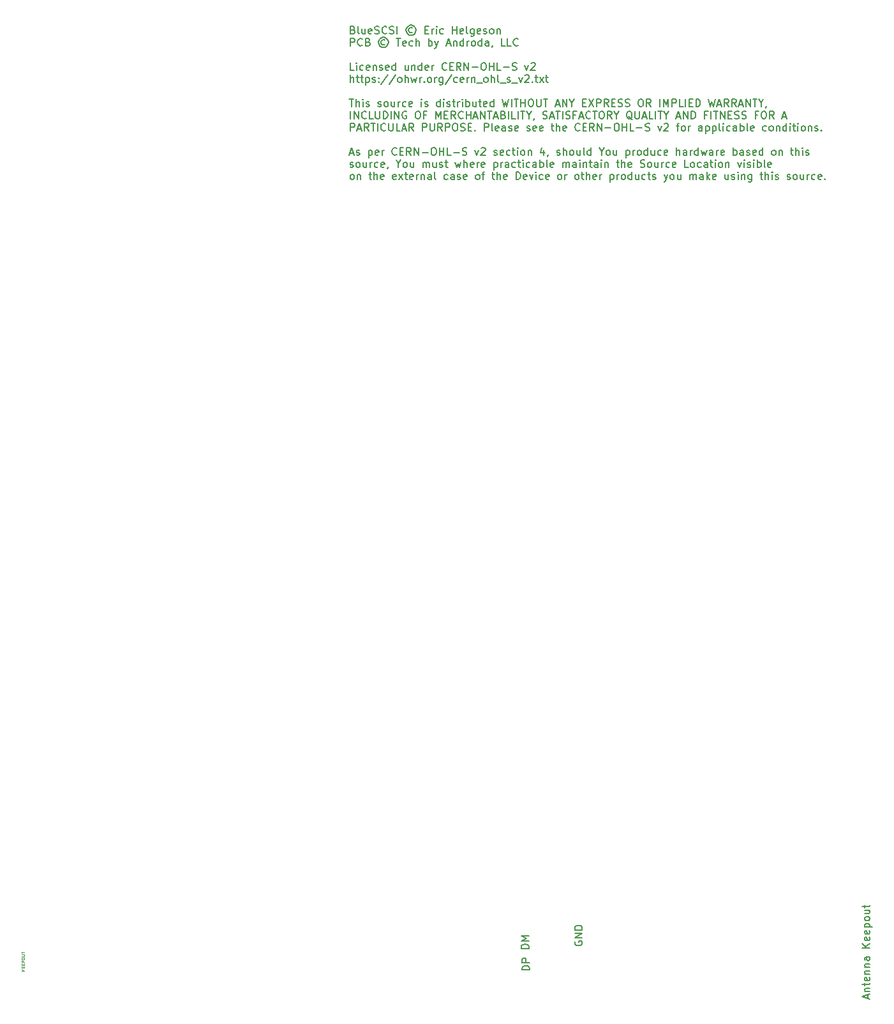
<source format=gbr>
%TF.GenerationSoftware,KiCad,Pcbnew,8.0.7*%
%TF.CreationDate,2024-12-24T20:08:54+01:00*%
%TF.ProjectId,Desktop_50_Pin_TopConn,4465736b-746f-4705-9f35-305f50696e5f,1.01*%
%TF.SameCoordinates,Original*%
%TF.FileFunction,Other,Comment*%
%FSLAX46Y46*%
G04 Gerber Fmt 4.6, Leading zero omitted, Abs format (unit mm)*
G04 Created by KiCad (PCBNEW 8.0.7) date 2024-12-24 20:08:54*
%MOMM*%
%LPD*%
G01*
G04 APERTURE LIST*
%ADD10C,0.150000*%
%ADD11C,0.060000*%
G04 APERTURE END LIST*
D10*
X24368112Y48213319D02*
X24510969Y48165700D01*
X24510969Y48165700D02*
X24558588Y48118081D01*
X24558588Y48118081D02*
X24606207Y48022843D01*
X24606207Y48022843D02*
X24606207Y47879986D01*
X24606207Y47879986D02*
X24558588Y47784748D01*
X24558588Y47784748D02*
X24510969Y47737128D01*
X24510969Y47737128D02*
X24415731Y47689509D01*
X24415731Y47689509D02*
X24034779Y47689509D01*
X24034779Y47689509D02*
X24034779Y48689509D01*
X24034779Y48689509D02*
X24368112Y48689509D01*
X24368112Y48689509D02*
X24463350Y48641890D01*
X24463350Y48641890D02*
X24510969Y48594271D01*
X24510969Y48594271D02*
X24558588Y48499033D01*
X24558588Y48499033D02*
X24558588Y48403795D01*
X24558588Y48403795D02*
X24510969Y48308557D01*
X24510969Y48308557D02*
X24463350Y48260938D01*
X24463350Y48260938D02*
X24368112Y48213319D01*
X24368112Y48213319D02*
X24034779Y48213319D01*
X25177636Y47689509D02*
X25082398Y47737128D01*
X25082398Y47737128D02*
X25034779Y47832367D01*
X25034779Y47832367D02*
X25034779Y48689509D01*
X25987160Y48356176D02*
X25987160Y47689509D01*
X25558589Y48356176D02*
X25558589Y47832367D01*
X25558589Y47832367D02*
X25606208Y47737128D01*
X25606208Y47737128D02*
X25701446Y47689509D01*
X25701446Y47689509D02*
X25844303Y47689509D01*
X25844303Y47689509D02*
X25939541Y47737128D01*
X25939541Y47737128D02*
X25987160Y47784748D01*
X26844303Y47737128D02*
X26749065Y47689509D01*
X26749065Y47689509D02*
X26558589Y47689509D01*
X26558589Y47689509D02*
X26463351Y47737128D01*
X26463351Y47737128D02*
X26415732Y47832367D01*
X26415732Y47832367D02*
X26415732Y48213319D01*
X26415732Y48213319D02*
X26463351Y48308557D01*
X26463351Y48308557D02*
X26558589Y48356176D01*
X26558589Y48356176D02*
X26749065Y48356176D01*
X26749065Y48356176D02*
X26844303Y48308557D01*
X26844303Y48308557D02*
X26891922Y48213319D01*
X26891922Y48213319D02*
X26891922Y48118081D01*
X26891922Y48118081D02*
X26415732Y48022843D01*
X27272875Y47737128D02*
X27415732Y47689509D01*
X27415732Y47689509D02*
X27653827Y47689509D01*
X27653827Y47689509D02*
X27749065Y47737128D01*
X27749065Y47737128D02*
X27796684Y47784748D01*
X27796684Y47784748D02*
X27844303Y47879986D01*
X27844303Y47879986D02*
X27844303Y47975224D01*
X27844303Y47975224D02*
X27796684Y48070462D01*
X27796684Y48070462D02*
X27749065Y48118081D01*
X27749065Y48118081D02*
X27653827Y48165700D01*
X27653827Y48165700D02*
X27463351Y48213319D01*
X27463351Y48213319D02*
X27368113Y48260938D01*
X27368113Y48260938D02*
X27320494Y48308557D01*
X27320494Y48308557D02*
X27272875Y48403795D01*
X27272875Y48403795D02*
X27272875Y48499033D01*
X27272875Y48499033D02*
X27320494Y48594271D01*
X27320494Y48594271D02*
X27368113Y48641890D01*
X27368113Y48641890D02*
X27463351Y48689509D01*
X27463351Y48689509D02*
X27701446Y48689509D01*
X27701446Y48689509D02*
X27844303Y48641890D01*
X28844303Y47784748D02*
X28796684Y47737128D01*
X28796684Y47737128D02*
X28653827Y47689509D01*
X28653827Y47689509D02*
X28558589Y47689509D01*
X28558589Y47689509D02*
X28415732Y47737128D01*
X28415732Y47737128D02*
X28320494Y47832367D01*
X28320494Y47832367D02*
X28272875Y47927605D01*
X28272875Y47927605D02*
X28225256Y48118081D01*
X28225256Y48118081D02*
X28225256Y48260938D01*
X28225256Y48260938D02*
X28272875Y48451414D01*
X28272875Y48451414D02*
X28320494Y48546652D01*
X28320494Y48546652D02*
X28415732Y48641890D01*
X28415732Y48641890D02*
X28558589Y48689509D01*
X28558589Y48689509D02*
X28653827Y48689509D01*
X28653827Y48689509D02*
X28796684Y48641890D01*
X28796684Y48641890D02*
X28844303Y48594271D01*
X29225256Y47737128D02*
X29368113Y47689509D01*
X29368113Y47689509D02*
X29606208Y47689509D01*
X29606208Y47689509D02*
X29701446Y47737128D01*
X29701446Y47737128D02*
X29749065Y47784748D01*
X29749065Y47784748D02*
X29796684Y47879986D01*
X29796684Y47879986D02*
X29796684Y47975224D01*
X29796684Y47975224D02*
X29749065Y48070462D01*
X29749065Y48070462D02*
X29701446Y48118081D01*
X29701446Y48118081D02*
X29606208Y48165700D01*
X29606208Y48165700D02*
X29415732Y48213319D01*
X29415732Y48213319D02*
X29320494Y48260938D01*
X29320494Y48260938D02*
X29272875Y48308557D01*
X29272875Y48308557D02*
X29225256Y48403795D01*
X29225256Y48403795D02*
X29225256Y48499033D01*
X29225256Y48499033D02*
X29272875Y48594271D01*
X29272875Y48594271D02*
X29320494Y48641890D01*
X29320494Y48641890D02*
X29415732Y48689509D01*
X29415732Y48689509D02*
X29653827Y48689509D01*
X29653827Y48689509D02*
X29796684Y48641890D01*
X30225256Y47689509D02*
X30225256Y48689509D01*
X32272875Y48451414D02*
X32177636Y48499033D01*
X32177636Y48499033D02*
X31987160Y48499033D01*
X31987160Y48499033D02*
X31891922Y48451414D01*
X31891922Y48451414D02*
X31796684Y48356176D01*
X31796684Y48356176D02*
X31749065Y48260938D01*
X31749065Y48260938D02*
X31749065Y48070462D01*
X31749065Y48070462D02*
X31796684Y47975224D01*
X31796684Y47975224D02*
X31891922Y47879986D01*
X31891922Y47879986D02*
X31987160Y47832367D01*
X31987160Y47832367D02*
X32177636Y47832367D01*
X32177636Y47832367D02*
X32272875Y47879986D01*
X32082398Y48832367D02*
X31844303Y48784748D01*
X31844303Y48784748D02*
X31606208Y48641890D01*
X31606208Y48641890D02*
X31463351Y48403795D01*
X31463351Y48403795D02*
X31415732Y48165700D01*
X31415732Y48165700D02*
X31463351Y47927605D01*
X31463351Y47927605D02*
X31606208Y47689509D01*
X31606208Y47689509D02*
X31844303Y47546652D01*
X31844303Y47546652D02*
X32082398Y47499033D01*
X32082398Y47499033D02*
X32320494Y47546652D01*
X32320494Y47546652D02*
X32558589Y47689509D01*
X32558589Y47689509D02*
X32701446Y47927605D01*
X32701446Y47927605D02*
X32749065Y48165700D01*
X32749065Y48165700D02*
X32701446Y48403795D01*
X32701446Y48403795D02*
X32558589Y48641890D01*
X32558589Y48641890D02*
X32320494Y48784748D01*
X32320494Y48784748D02*
X32082398Y48832367D01*
X33939542Y48213319D02*
X34272875Y48213319D01*
X34415732Y47689509D02*
X33939542Y47689509D01*
X33939542Y47689509D02*
X33939542Y48689509D01*
X33939542Y48689509D02*
X34415732Y48689509D01*
X34844304Y47689509D02*
X34844304Y48356176D01*
X34844304Y48165700D02*
X34891923Y48260938D01*
X34891923Y48260938D02*
X34939542Y48308557D01*
X34939542Y48308557D02*
X35034780Y48356176D01*
X35034780Y48356176D02*
X35130018Y48356176D01*
X35463352Y47689509D02*
X35463352Y48356176D01*
X35463352Y48689509D02*
X35415733Y48641890D01*
X35415733Y48641890D02*
X35463352Y48594271D01*
X35463352Y48594271D02*
X35510971Y48641890D01*
X35510971Y48641890D02*
X35463352Y48689509D01*
X35463352Y48689509D02*
X35463352Y48594271D01*
X36368113Y47737128D02*
X36272875Y47689509D01*
X36272875Y47689509D02*
X36082399Y47689509D01*
X36082399Y47689509D02*
X35987161Y47737128D01*
X35987161Y47737128D02*
X35939542Y47784748D01*
X35939542Y47784748D02*
X35891923Y47879986D01*
X35891923Y47879986D02*
X35891923Y48165700D01*
X35891923Y48165700D02*
X35939542Y48260938D01*
X35939542Y48260938D02*
X35987161Y48308557D01*
X35987161Y48308557D02*
X36082399Y48356176D01*
X36082399Y48356176D02*
X36272875Y48356176D01*
X36272875Y48356176D02*
X36368113Y48308557D01*
X37558590Y47689509D02*
X37558590Y48689509D01*
X37558590Y48213319D02*
X38130018Y48213319D01*
X38130018Y47689509D02*
X38130018Y48689509D01*
X38987161Y47737128D02*
X38891923Y47689509D01*
X38891923Y47689509D02*
X38701447Y47689509D01*
X38701447Y47689509D02*
X38606209Y47737128D01*
X38606209Y47737128D02*
X38558590Y47832367D01*
X38558590Y47832367D02*
X38558590Y48213319D01*
X38558590Y48213319D02*
X38606209Y48308557D01*
X38606209Y48308557D02*
X38701447Y48356176D01*
X38701447Y48356176D02*
X38891923Y48356176D01*
X38891923Y48356176D02*
X38987161Y48308557D01*
X38987161Y48308557D02*
X39034780Y48213319D01*
X39034780Y48213319D02*
X39034780Y48118081D01*
X39034780Y48118081D02*
X38558590Y48022843D01*
X39606209Y47689509D02*
X39510971Y47737128D01*
X39510971Y47737128D02*
X39463352Y47832367D01*
X39463352Y47832367D02*
X39463352Y48689509D01*
X40415733Y48356176D02*
X40415733Y47546652D01*
X40415733Y47546652D02*
X40368114Y47451414D01*
X40368114Y47451414D02*
X40320495Y47403795D01*
X40320495Y47403795D02*
X40225257Y47356176D01*
X40225257Y47356176D02*
X40082400Y47356176D01*
X40082400Y47356176D02*
X39987162Y47403795D01*
X40415733Y47737128D02*
X40320495Y47689509D01*
X40320495Y47689509D02*
X40130019Y47689509D01*
X40130019Y47689509D02*
X40034781Y47737128D01*
X40034781Y47737128D02*
X39987162Y47784748D01*
X39987162Y47784748D02*
X39939543Y47879986D01*
X39939543Y47879986D02*
X39939543Y48165700D01*
X39939543Y48165700D02*
X39987162Y48260938D01*
X39987162Y48260938D02*
X40034781Y48308557D01*
X40034781Y48308557D02*
X40130019Y48356176D01*
X40130019Y48356176D02*
X40320495Y48356176D01*
X40320495Y48356176D02*
X40415733Y48308557D01*
X41272876Y47737128D02*
X41177638Y47689509D01*
X41177638Y47689509D02*
X40987162Y47689509D01*
X40987162Y47689509D02*
X40891924Y47737128D01*
X40891924Y47737128D02*
X40844305Y47832367D01*
X40844305Y47832367D02*
X40844305Y48213319D01*
X40844305Y48213319D02*
X40891924Y48308557D01*
X40891924Y48308557D02*
X40987162Y48356176D01*
X40987162Y48356176D02*
X41177638Y48356176D01*
X41177638Y48356176D02*
X41272876Y48308557D01*
X41272876Y48308557D02*
X41320495Y48213319D01*
X41320495Y48213319D02*
X41320495Y48118081D01*
X41320495Y48118081D02*
X40844305Y48022843D01*
X41701448Y47737128D02*
X41796686Y47689509D01*
X41796686Y47689509D02*
X41987162Y47689509D01*
X41987162Y47689509D02*
X42082400Y47737128D01*
X42082400Y47737128D02*
X42130019Y47832367D01*
X42130019Y47832367D02*
X42130019Y47879986D01*
X42130019Y47879986D02*
X42082400Y47975224D01*
X42082400Y47975224D02*
X41987162Y48022843D01*
X41987162Y48022843D02*
X41844305Y48022843D01*
X41844305Y48022843D02*
X41749067Y48070462D01*
X41749067Y48070462D02*
X41701448Y48165700D01*
X41701448Y48165700D02*
X41701448Y48213319D01*
X41701448Y48213319D02*
X41749067Y48308557D01*
X41749067Y48308557D02*
X41844305Y48356176D01*
X41844305Y48356176D02*
X41987162Y48356176D01*
X41987162Y48356176D02*
X42082400Y48308557D01*
X42701448Y47689509D02*
X42606210Y47737128D01*
X42606210Y47737128D02*
X42558591Y47784748D01*
X42558591Y47784748D02*
X42510972Y47879986D01*
X42510972Y47879986D02*
X42510972Y48165700D01*
X42510972Y48165700D02*
X42558591Y48260938D01*
X42558591Y48260938D02*
X42606210Y48308557D01*
X42606210Y48308557D02*
X42701448Y48356176D01*
X42701448Y48356176D02*
X42844305Y48356176D01*
X42844305Y48356176D02*
X42939543Y48308557D01*
X42939543Y48308557D02*
X42987162Y48260938D01*
X42987162Y48260938D02*
X43034781Y48165700D01*
X43034781Y48165700D02*
X43034781Y47879986D01*
X43034781Y47879986D02*
X42987162Y47784748D01*
X42987162Y47784748D02*
X42939543Y47737128D01*
X42939543Y47737128D02*
X42844305Y47689509D01*
X42844305Y47689509D02*
X42701448Y47689509D01*
X43463353Y48356176D02*
X43463353Y47689509D01*
X43463353Y48260938D02*
X43510972Y48308557D01*
X43510972Y48308557D02*
X43606210Y48356176D01*
X43606210Y48356176D02*
X43749067Y48356176D01*
X43749067Y48356176D02*
X43844305Y48308557D01*
X43844305Y48308557D02*
X43891924Y48213319D01*
X43891924Y48213319D02*
X43891924Y47689509D01*
X24034779Y46079565D02*
X24034779Y47079565D01*
X24034779Y47079565D02*
X24415731Y47079565D01*
X24415731Y47079565D02*
X24510969Y47031946D01*
X24510969Y47031946D02*
X24558588Y46984327D01*
X24558588Y46984327D02*
X24606207Y46889089D01*
X24606207Y46889089D02*
X24606207Y46746232D01*
X24606207Y46746232D02*
X24558588Y46650994D01*
X24558588Y46650994D02*
X24510969Y46603375D01*
X24510969Y46603375D02*
X24415731Y46555756D01*
X24415731Y46555756D02*
X24034779Y46555756D01*
X25606207Y46174804D02*
X25558588Y46127184D01*
X25558588Y46127184D02*
X25415731Y46079565D01*
X25415731Y46079565D02*
X25320493Y46079565D01*
X25320493Y46079565D02*
X25177636Y46127184D01*
X25177636Y46127184D02*
X25082398Y46222423D01*
X25082398Y46222423D02*
X25034779Y46317661D01*
X25034779Y46317661D02*
X24987160Y46508137D01*
X24987160Y46508137D02*
X24987160Y46650994D01*
X24987160Y46650994D02*
X25034779Y46841470D01*
X25034779Y46841470D02*
X25082398Y46936708D01*
X25082398Y46936708D02*
X25177636Y47031946D01*
X25177636Y47031946D02*
X25320493Y47079565D01*
X25320493Y47079565D02*
X25415731Y47079565D01*
X25415731Y47079565D02*
X25558588Y47031946D01*
X25558588Y47031946D02*
X25606207Y46984327D01*
X26368112Y46603375D02*
X26510969Y46555756D01*
X26510969Y46555756D02*
X26558588Y46508137D01*
X26558588Y46508137D02*
X26606207Y46412899D01*
X26606207Y46412899D02*
X26606207Y46270042D01*
X26606207Y46270042D02*
X26558588Y46174804D01*
X26558588Y46174804D02*
X26510969Y46127184D01*
X26510969Y46127184D02*
X26415731Y46079565D01*
X26415731Y46079565D02*
X26034779Y46079565D01*
X26034779Y46079565D02*
X26034779Y47079565D01*
X26034779Y47079565D02*
X26368112Y47079565D01*
X26368112Y47079565D02*
X26463350Y47031946D01*
X26463350Y47031946D02*
X26510969Y46984327D01*
X26510969Y46984327D02*
X26558588Y46889089D01*
X26558588Y46889089D02*
X26558588Y46793851D01*
X26558588Y46793851D02*
X26510969Y46698613D01*
X26510969Y46698613D02*
X26463350Y46650994D01*
X26463350Y46650994D02*
X26368112Y46603375D01*
X26368112Y46603375D02*
X26034779Y46603375D01*
X28606208Y46841470D02*
X28510969Y46889089D01*
X28510969Y46889089D02*
X28320493Y46889089D01*
X28320493Y46889089D02*
X28225255Y46841470D01*
X28225255Y46841470D02*
X28130017Y46746232D01*
X28130017Y46746232D02*
X28082398Y46650994D01*
X28082398Y46650994D02*
X28082398Y46460518D01*
X28082398Y46460518D02*
X28130017Y46365280D01*
X28130017Y46365280D02*
X28225255Y46270042D01*
X28225255Y46270042D02*
X28320493Y46222423D01*
X28320493Y46222423D02*
X28510969Y46222423D01*
X28510969Y46222423D02*
X28606208Y46270042D01*
X28415731Y47222423D02*
X28177636Y47174804D01*
X28177636Y47174804D02*
X27939541Y47031946D01*
X27939541Y47031946D02*
X27796684Y46793851D01*
X27796684Y46793851D02*
X27749065Y46555756D01*
X27749065Y46555756D02*
X27796684Y46317661D01*
X27796684Y46317661D02*
X27939541Y46079565D01*
X27939541Y46079565D02*
X28177636Y45936708D01*
X28177636Y45936708D02*
X28415731Y45889089D01*
X28415731Y45889089D02*
X28653827Y45936708D01*
X28653827Y45936708D02*
X28891922Y46079565D01*
X28891922Y46079565D02*
X29034779Y46317661D01*
X29034779Y46317661D02*
X29082398Y46555756D01*
X29082398Y46555756D02*
X29034779Y46793851D01*
X29034779Y46793851D02*
X28891922Y47031946D01*
X28891922Y47031946D02*
X28653827Y47174804D01*
X28653827Y47174804D02*
X28415731Y47222423D01*
X30130018Y47079565D02*
X30701446Y47079565D01*
X30415732Y46079565D02*
X30415732Y47079565D01*
X31415732Y46127184D02*
X31320494Y46079565D01*
X31320494Y46079565D02*
X31130018Y46079565D01*
X31130018Y46079565D02*
X31034780Y46127184D01*
X31034780Y46127184D02*
X30987161Y46222423D01*
X30987161Y46222423D02*
X30987161Y46603375D01*
X30987161Y46603375D02*
X31034780Y46698613D01*
X31034780Y46698613D02*
X31130018Y46746232D01*
X31130018Y46746232D02*
X31320494Y46746232D01*
X31320494Y46746232D02*
X31415732Y46698613D01*
X31415732Y46698613D02*
X31463351Y46603375D01*
X31463351Y46603375D02*
X31463351Y46508137D01*
X31463351Y46508137D02*
X30987161Y46412899D01*
X32320494Y46127184D02*
X32225256Y46079565D01*
X32225256Y46079565D02*
X32034780Y46079565D01*
X32034780Y46079565D02*
X31939542Y46127184D01*
X31939542Y46127184D02*
X31891923Y46174804D01*
X31891923Y46174804D02*
X31844304Y46270042D01*
X31844304Y46270042D02*
X31844304Y46555756D01*
X31844304Y46555756D02*
X31891923Y46650994D01*
X31891923Y46650994D02*
X31939542Y46698613D01*
X31939542Y46698613D02*
X32034780Y46746232D01*
X32034780Y46746232D02*
X32225256Y46746232D01*
X32225256Y46746232D02*
X32320494Y46698613D01*
X32749066Y46079565D02*
X32749066Y47079565D01*
X33177637Y46079565D02*
X33177637Y46603375D01*
X33177637Y46603375D02*
X33130018Y46698613D01*
X33130018Y46698613D02*
X33034780Y46746232D01*
X33034780Y46746232D02*
X32891923Y46746232D01*
X32891923Y46746232D02*
X32796685Y46698613D01*
X32796685Y46698613D02*
X32749066Y46650994D01*
X34415733Y46079565D02*
X34415733Y47079565D01*
X34415733Y46698613D02*
X34510971Y46746232D01*
X34510971Y46746232D02*
X34701447Y46746232D01*
X34701447Y46746232D02*
X34796685Y46698613D01*
X34796685Y46698613D02*
X34844304Y46650994D01*
X34844304Y46650994D02*
X34891923Y46555756D01*
X34891923Y46555756D02*
X34891923Y46270042D01*
X34891923Y46270042D02*
X34844304Y46174804D01*
X34844304Y46174804D02*
X34796685Y46127184D01*
X34796685Y46127184D02*
X34701447Y46079565D01*
X34701447Y46079565D02*
X34510971Y46079565D01*
X34510971Y46079565D02*
X34415733Y46127184D01*
X35225257Y46746232D02*
X35463352Y46079565D01*
X35701447Y46746232D02*
X35463352Y46079565D01*
X35463352Y46079565D02*
X35368114Y45841470D01*
X35368114Y45841470D02*
X35320495Y45793851D01*
X35320495Y45793851D02*
X35225257Y45746232D01*
X36796686Y46365280D02*
X37272876Y46365280D01*
X36701448Y46079565D02*
X37034781Y47079565D01*
X37034781Y47079565D02*
X37368114Y46079565D01*
X37701448Y46746232D02*
X37701448Y46079565D01*
X37701448Y46650994D02*
X37749067Y46698613D01*
X37749067Y46698613D02*
X37844305Y46746232D01*
X37844305Y46746232D02*
X37987162Y46746232D01*
X37987162Y46746232D02*
X38082400Y46698613D01*
X38082400Y46698613D02*
X38130019Y46603375D01*
X38130019Y46603375D02*
X38130019Y46079565D01*
X39034781Y46079565D02*
X39034781Y47079565D01*
X39034781Y46127184D02*
X38939543Y46079565D01*
X38939543Y46079565D02*
X38749067Y46079565D01*
X38749067Y46079565D02*
X38653829Y46127184D01*
X38653829Y46127184D02*
X38606210Y46174804D01*
X38606210Y46174804D02*
X38558591Y46270042D01*
X38558591Y46270042D02*
X38558591Y46555756D01*
X38558591Y46555756D02*
X38606210Y46650994D01*
X38606210Y46650994D02*
X38653829Y46698613D01*
X38653829Y46698613D02*
X38749067Y46746232D01*
X38749067Y46746232D02*
X38939543Y46746232D01*
X38939543Y46746232D02*
X39034781Y46698613D01*
X39510972Y46079565D02*
X39510972Y46746232D01*
X39510972Y46555756D02*
X39558591Y46650994D01*
X39558591Y46650994D02*
X39606210Y46698613D01*
X39606210Y46698613D02*
X39701448Y46746232D01*
X39701448Y46746232D02*
X39796686Y46746232D01*
X40272877Y46079565D02*
X40177639Y46127184D01*
X40177639Y46127184D02*
X40130020Y46174804D01*
X40130020Y46174804D02*
X40082401Y46270042D01*
X40082401Y46270042D02*
X40082401Y46555756D01*
X40082401Y46555756D02*
X40130020Y46650994D01*
X40130020Y46650994D02*
X40177639Y46698613D01*
X40177639Y46698613D02*
X40272877Y46746232D01*
X40272877Y46746232D02*
X40415734Y46746232D01*
X40415734Y46746232D02*
X40510972Y46698613D01*
X40510972Y46698613D02*
X40558591Y46650994D01*
X40558591Y46650994D02*
X40606210Y46555756D01*
X40606210Y46555756D02*
X40606210Y46270042D01*
X40606210Y46270042D02*
X40558591Y46174804D01*
X40558591Y46174804D02*
X40510972Y46127184D01*
X40510972Y46127184D02*
X40415734Y46079565D01*
X40415734Y46079565D02*
X40272877Y46079565D01*
X41463353Y46079565D02*
X41463353Y47079565D01*
X41463353Y46127184D02*
X41368115Y46079565D01*
X41368115Y46079565D02*
X41177639Y46079565D01*
X41177639Y46079565D02*
X41082401Y46127184D01*
X41082401Y46127184D02*
X41034782Y46174804D01*
X41034782Y46174804D02*
X40987163Y46270042D01*
X40987163Y46270042D02*
X40987163Y46555756D01*
X40987163Y46555756D02*
X41034782Y46650994D01*
X41034782Y46650994D02*
X41082401Y46698613D01*
X41082401Y46698613D02*
X41177639Y46746232D01*
X41177639Y46746232D02*
X41368115Y46746232D01*
X41368115Y46746232D02*
X41463353Y46698613D01*
X42368115Y46079565D02*
X42368115Y46603375D01*
X42368115Y46603375D02*
X42320496Y46698613D01*
X42320496Y46698613D02*
X42225258Y46746232D01*
X42225258Y46746232D02*
X42034782Y46746232D01*
X42034782Y46746232D02*
X41939544Y46698613D01*
X42368115Y46127184D02*
X42272877Y46079565D01*
X42272877Y46079565D02*
X42034782Y46079565D01*
X42034782Y46079565D02*
X41939544Y46127184D01*
X41939544Y46127184D02*
X41891925Y46222423D01*
X41891925Y46222423D02*
X41891925Y46317661D01*
X41891925Y46317661D02*
X41939544Y46412899D01*
X41939544Y46412899D02*
X42034782Y46460518D01*
X42034782Y46460518D02*
X42272877Y46460518D01*
X42272877Y46460518D02*
X42368115Y46508137D01*
X42891925Y46127184D02*
X42891925Y46079565D01*
X42891925Y46079565D02*
X42844306Y45984327D01*
X42844306Y45984327D02*
X42796687Y45936708D01*
X44558591Y46079565D02*
X44082401Y46079565D01*
X44082401Y46079565D02*
X44082401Y47079565D01*
X45368115Y46079565D02*
X44891925Y46079565D01*
X44891925Y46079565D02*
X44891925Y47079565D01*
X46272877Y46174804D02*
X46225258Y46127184D01*
X46225258Y46127184D02*
X46082401Y46079565D01*
X46082401Y46079565D02*
X45987163Y46079565D01*
X45987163Y46079565D02*
X45844306Y46127184D01*
X45844306Y46127184D02*
X45749068Y46222423D01*
X45749068Y46222423D02*
X45701449Y46317661D01*
X45701449Y46317661D02*
X45653830Y46508137D01*
X45653830Y46508137D02*
X45653830Y46650994D01*
X45653830Y46650994D02*
X45701449Y46841470D01*
X45701449Y46841470D02*
X45749068Y46936708D01*
X45749068Y46936708D02*
X45844306Y47031946D01*
X45844306Y47031946D02*
X45987163Y47079565D01*
X45987163Y47079565D02*
X46082401Y47079565D01*
X46082401Y47079565D02*
X46225258Y47031946D01*
X46225258Y47031946D02*
X46272877Y46984327D01*
X24510969Y42859677D02*
X24034779Y42859677D01*
X24034779Y42859677D02*
X24034779Y43859677D01*
X24844303Y42859677D02*
X24844303Y43526344D01*
X24844303Y43859677D02*
X24796684Y43812058D01*
X24796684Y43812058D02*
X24844303Y43764439D01*
X24844303Y43764439D02*
X24891922Y43812058D01*
X24891922Y43812058D02*
X24844303Y43859677D01*
X24844303Y43859677D02*
X24844303Y43764439D01*
X25749064Y42907296D02*
X25653826Y42859677D01*
X25653826Y42859677D02*
X25463350Y42859677D01*
X25463350Y42859677D02*
X25368112Y42907296D01*
X25368112Y42907296D02*
X25320493Y42954916D01*
X25320493Y42954916D02*
X25272874Y43050154D01*
X25272874Y43050154D02*
X25272874Y43335868D01*
X25272874Y43335868D02*
X25320493Y43431106D01*
X25320493Y43431106D02*
X25368112Y43478725D01*
X25368112Y43478725D02*
X25463350Y43526344D01*
X25463350Y43526344D02*
X25653826Y43526344D01*
X25653826Y43526344D02*
X25749064Y43478725D01*
X26558588Y42907296D02*
X26463350Y42859677D01*
X26463350Y42859677D02*
X26272874Y42859677D01*
X26272874Y42859677D02*
X26177636Y42907296D01*
X26177636Y42907296D02*
X26130017Y43002535D01*
X26130017Y43002535D02*
X26130017Y43383487D01*
X26130017Y43383487D02*
X26177636Y43478725D01*
X26177636Y43478725D02*
X26272874Y43526344D01*
X26272874Y43526344D02*
X26463350Y43526344D01*
X26463350Y43526344D02*
X26558588Y43478725D01*
X26558588Y43478725D02*
X26606207Y43383487D01*
X26606207Y43383487D02*
X26606207Y43288249D01*
X26606207Y43288249D02*
X26130017Y43193011D01*
X27034779Y43526344D02*
X27034779Y42859677D01*
X27034779Y43431106D02*
X27082398Y43478725D01*
X27082398Y43478725D02*
X27177636Y43526344D01*
X27177636Y43526344D02*
X27320493Y43526344D01*
X27320493Y43526344D02*
X27415731Y43478725D01*
X27415731Y43478725D02*
X27463350Y43383487D01*
X27463350Y43383487D02*
X27463350Y42859677D01*
X27891922Y42907296D02*
X27987160Y42859677D01*
X27987160Y42859677D02*
X28177636Y42859677D01*
X28177636Y42859677D02*
X28272874Y42907296D01*
X28272874Y42907296D02*
X28320493Y43002535D01*
X28320493Y43002535D02*
X28320493Y43050154D01*
X28320493Y43050154D02*
X28272874Y43145392D01*
X28272874Y43145392D02*
X28177636Y43193011D01*
X28177636Y43193011D02*
X28034779Y43193011D01*
X28034779Y43193011D02*
X27939541Y43240630D01*
X27939541Y43240630D02*
X27891922Y43335868D01*
X27891922Y43335868D02*
X27891922Y43383487D01*
X27891922Y43383487D02*
X27939541Y43478725D01*
X27939541Y43478725D02*
X28034779Y43526344D01*
X28034779Y43526344D02*
X28177636Y43526344D01*
X28177636Y43526344D02*
X28272874Y43478725D01*
X29130017Y42907296D02*
X29034779Y42859677D01*
X29034779Y42859677D02*
X28844303Y42859677D01*
X28844303Y42859677D02*
X28749065Y42907296D01*
X28749065Y42907296D02*
X28701446Y43002535D01*
X28701446Y43002535D02*
X28701446Y43383487D01*
X28701446Y43383487D02*
X28749065Y43478725D01*
X28749065Y43478725D02*
X28844303Y43526344D01*
X28844303Y43526344D02*
X29034779Y43526344D01*
X29034779Y43526344D02*
X29130017Y43478725D01*
X29130017Y43478725D02*
X29177636Y43383487D01*
X29177636Y43383487D02*
X29177636Y43288249D01*
X29177636Y43288249D02*
X28701446Y43193011D01*
X30034779Y42859677D02*
X30034779Y43859677D01*
X30034779Y42907296D02*
X29939541Y42859677D01*
X29939541Y42859677D02*
X29749065Y42859677D01*
X29749065Y42859677D02*
X29653827Y42907296D01*
X29653827Y42907296D02*
X29606208Y42954916D01*
X29606208Y42954916D02*
X29558589Y43050154D01*
X29558589Y43050154D02*
X29558589Y43335868D01*
X29558589Y43335868D02*
X29606208Y43431106D01*
X29606208Y43431106D02*
X29653827Y43478725D01*
X29653827Y43478725D02*
X29749065Y43526344D01*
X29749065Y43526344D02*
X29939541Y43526344D01*
X29939541Y43526344D02*
X30034779Y43478725D01*
X31701446Y43526344D02*
X31701446Y42859677D01*
X31272875Y43526344D02*
X31272875Y43002535D01*
X31272875Y43002535D02*
X31320494Y42907296D01*
X31320494Y42907296D02*
X31415732Y42859677D01*
X31415732Y42859677D02*
X31558589Y42859677D01*
X31558589Y42859677D02*
X31653827Y42907296D01*
X31653827Y42907296D02*
X31701446Y42954916D01*
X32177637Y43526344D02*
X32177637Y42859677D01*
X32177637Y43431106D02*
X32225256Y43478725D01*
X32225256Y43478725D02*
X32320494Y43526344D01*
X32320494Y43526344D02*
X32463351Y43526344D01*
X32463351Y43526344D02*
X32558589Y43478725D01*
X32558589Y43478725D02*
X32606208Y43383487D01*
X32606208Y43383487D02*
X32606208Y42859677D01*
X33510970Y42859677D02*
X33510970Y43859677D01*
X33510970Y42907296D02*
X33415732Y42859677D01*
X33415732Y42859677D02*
X33225256Y42859677D01*
X33225256Y42859677D02*
X33130018Y42907296D01*
X33130018Y42907296D02*
X33082399Y42954916D01*
X33082399Y42954916D02*
X33034780Y43050154D01*
X33034780Y43050154D02*
X33034780Y43335868D01*
X33034780Y43335868D02*
X33082399Y43431106D01*
X33082399Y43431106D02*
X33130018Y43478725D01*
X33130018Y43478725D02*
X33225256Y43526344D01*
X33225256Y43526344D02*
X33415732Y43526344D01*
X33415732Y43526344D02*
X33510970Y43478725D01*
X34368113Y42907296D02*
X34272875Y42859677D01*
X34272875Y42859677D02*
X34082399Y42859677D01*
X34082399Y42859677D02*
X33987161Y42907296D01*
X33987161Y42907296D02*
X33939542Y43002535D01*
X33939542Y43002535D02*
X33939542Y43383487D01*
X33939542Y43383487D02*
X33987161Y43478725D01*
X33987161Y43478725D02*
X34082399Y43526344D01*
X34082399Y43526344D02*
X34272875Y43526344D01*
X34272875Y43526344D02*
X34368113Y43478725D01*
X34368113Y43478725D02*
X34415732Y43383487D01*
X34415732Y43383487D02*
X34415732Y43288249D01*
X34415732Y43288249D02*
X33939542Y43193011D01*
X34844304Y42859677D02*
X34844304Y43526344D01*
X34844304Y43335868D02*
X34891923Y43431106D01*
X34891923Y43431106D02*
X34939542Y43478725D01*
X34939542Y43478725D02*
X35034780Y43526344D01*
X35034780Y43526344D02*
X35130018Y43526344D01*
X36796685Y42954916D02*
X36749066Y42907296D01*
X36749066Y42907296D02*
X36606209Y42859677D01*
X36606209Y42859677D02*
X36510971Y42859677D01*
X36510971Y42859677D02*
X36368114Y42907296D01*
X36368114Y42907296D02*
X36272876Y43002535D01*
X36272876Y43002535D02*
X36225257Y43097773D01*
X36225257Y43097773D02*
X36177638Y43288249D01*
X36177638Y43288249D02*
X36177638Y43431106D01*
X36177638Y43431106D02*
X36225257Y43621582D01*
X36225257Y43621582D02*
X36272876Y43716820D01*
X36272876Y43716820D02*
X36368114Y43812058D01*
X36368114Y43812058D02*
X36510971Y43859677D01*
X36510971Y43859677D02*
X36606209Y43859677D01*
X36606209Y43859677D02*
X36749066Y43812058D01*
X36749066Y43812058D02*
X36796685Y43764439D01*
X37225257Y43383487D02*
X37558590Y43383487D01*
X37701447Y42859677D02*
X37225257Y42859677D01*
X37225257Y42859677D02*
X37225257Y43859677D01*
X37225257Y43859677D02*
X37701447Y43859677D01*
X38701447Y42859677D02*
X38368114Y43335868D01*
X38130019Y42859677D02*
X38130019Y43859677D01*
X38130019Y43859677D02*
X38510971Y43859677D01*
X38510971Y43859677D02*
X38606209Y43812058D01*
X38606209Y43812058D02*
X38653828Y43764439D01*
X38653828Y43764439D02*
X38701447Y43669201D01*
X38701447Y43669201D02*
X38701447Y43526344D01*
X38701447Y43526344D02*
X38653828Y43431106D01*
X38653828Y43431106D02*
X38606209Y43383487D01*
X38606209Y43383487D02*
X38510971Y43335868D01*
X38510971Y43335868D02*
X38130019Y43335868D01*
X39130019Y42859677D02*
X39130019Y43859677D01*
X39130019Y43859677D02*
X39701447Y42859677D01*
X39701447Y42859677D02*
X39701447Y43859677D01*
X40177638Y43240630D02*
X40939543Y43240630D01*
X41606209Y43859677D02*
X41796685Y43859677D01*
X41796685Y43859677D02*
X41891923Y43812058D01*
X41891923Y43812058D02*
X41987161Y43716820D01*
X41987161Y43716820D02*
X42034780Y43526344D01*
X42034780Y43526344D02*
X42034780Y43193011D01*
X42034780Y43193011D02*
X41987161Y43002535D01*
X41987161Y43002535D02*
X41891923Y42907296D01*
X41891923Y42907296D02*
X41796685Y42859677D01*
X41796685Y42859677D02*
X41606209Y42859677D01*
X41606209Y42859677D02*
X41510971Y42907296D01*
X41510971Y42907296D02*
X41415733Y43002535D01*
X41415733Y43002535D02*
X41368114Y43193011D01*
X41368114Y43193011D02*
X41368114Y43526344D01*
X41368114Y43526344D02*
X41415733Y43716820D01*
X41415733Y43716820D02*
X41510971Y43812058D01*
X41510971Y43812058D02*
X41606209Y43859677D01*
X42463352Y42859677D02*
X42463352Y43859677D01*
X42463352Y43383487D02*
X43034780Y43383487D01*
X43034780Y42859677D02*
X43034780Y43859677D01*
X43987161Y42859677D02*
X43510971Y42859677D01*
X43510971Y42859677D02*
X43510971Y43859677D01*
X44320495Y43240630D02*
X45082400Y43240630D01*
X45510971Y42907296D02*
X45653828Y42859677D01*
X45653828Y42859677D02*
X45891923Y42859677D01*
X45891923Y42859677D02*
X45987161Y42907296D01*
X45987161Y42907296D02*
X46034780Y42954916D01*
X46034780Y42954916D02*
X46082399Y43050154D01*
X46082399Y43050154D02*
X46082399Y43145392D01*
X46082399Y43145392D02*
X46034780Y43240630D01*
X46034780Y43240630D02*
X45987161Y43288249D01*
X45987161Y43288249D02*
X45891923Y43335868D01*
X45891923Y43335868D02*
X45701447Y43383487D01*
X45701447Y43383487D02*
X45606209Y43431106D01*
X45606209Y43431106D02*
X45558590Y43478725D01*
X45558590Y43478725D02*
X45510971Y43573963D01*
X45510971Y43573963D02*
X45510971Y43669201D01*
X45510971Y43669201D02*
X45558590Y43764439D01*
X45558590Y43764439D02*
X45606209Y43812058D01*
X45606209Y43812058D02*
X45701447Y43859677D01*
X45701447Y43859677D02*
X45939542Y43859677D01*
X45939542Y43859677D02*
X46082399Y43812058D01*
X47177638Y43526344D02*
X47415733Y42859677D01*
X47415733Y42859677D02*
X47653828Y43526344D01*
X47987162Y43764439D02*
X48034781Y43812058D01*
X48034781Y43812058D02*
X48130019Y43859677D01*
X48130019Y43859677D02*
X48368114Y43859677D01*
X48368114Y43859677D02*
X48463352Y43812058D01*
X48463352Y43812058D02*
X48510971Y43764439D01*
X48510971Y43764439D02*
X48558590Y43669201D01*
X48558590Y43669201D02*
X48558590Y43573963D01*
X48558590Y43573963D02*
X48510971Y43431106D01*
X48510971Y43431106D02*
X47939543Y42859677D01*
X47939543Y42859677D02*
X48558590Y42859677D01*
X24034779Y41249733D02*
X24034779Y42249733D01*
X24463350Y41249733D02*
X24463350Y41773543D01*
X24463350Y41773543D02*
X24415731Y41868781D01*
X24415731Y41868781D02*
X24320493Y41916400D01*
X24320493Y41916400D02*
X24177636Y41916400D01*
X24177636Y41916400D02*
X24082398Y41868781D01*
X24082398Y41868781D02*
X24034779Y41821162D01*
X24796684Y41916400D02*
X25177636Y41916400D01*
X24939541Y42249733D02*
X24939541Y41392591D01*
X24939541Y41392591D02*
X24987160Y41297352D01*
X24987160Y41297352D02*
X25082398Y41249733D01*
X25082398Y41249733D02*
X25177636Y41249733D01*
X25368113Y41916400D02*
X25749065Y41916400D01*
X25510970Y42249733D02*
X25510970Y41392591D01*
X25510970Y41392591D02*
X25558589Y41297352D01*
X25558589Y41297352D02*
X25653827Y41249733D01*
X25653827Y41249733D02*
X25749065Y41249733D01*
X26082399Y41916400D02*
X26082399Y40916400D01*
X26082399Y41868781D02*
X26177637Y41916400D01*
X26177637Y41916400D02*
X26368113Y41916400D01*
X26368113Y41916400D02*
X26463351Y41868781D01*
X26463351Y41868781D02*
X26510970Y41821162D01*
X26510970Y41821162D02*
X26558589Y41725924D01*
X26558589Y41725924D02*
X26558589Y41440210D01*
X26558589Y41440210D02*
X26510970Y41344972D01*
X26510970Y41344972D02*
X26463351Y41297352D01*
X26463351Y41297352D02*
X26368113Y41249733D01*
X26368113Y41249733D02*
X26177637Y41249733D01*
X26177637Y41249733D02*
X26082399Y41297352D01*
X26939542Y41297352D02*
X27034780Y41249733D01*
X27034780Y41249733D02*
X27225256Y41249733D01*
X27225256Y41249733D02*
X27320494Y41297352D01*
X27320494Y41297352D02*
X27368113Y41392591D01*
X27368113Y41392591D02*
X27368113Y41440210D01*
X27368113Y41440210D02*
X27320494Y41535448D01*
X27320494Y41535448D02*
X27225256Y41583067D01*
X27225256Y41583067D02*
X27082399Y41583067D01*
X27082399Y41583067D02*
X26987161Y41630686D01*
X26987161Y41630686D02*
X26939542Y41725924D01*
X26939542Y41725924D02*
X26939542Y41773543D01*
X26939542Y41773543D02*
X26987161Y41868781D01*
X26987161Y41868781D02*
X27082399Y41916400D01*
X27082399Y41916400D02*
X27225256Y41916400D01*
X27225256Y41916400D02*
X27320494Y41868781D01*
X27796685Y41344972D02*
X27844304Y41297352D01*
X27844304Y41297352D02*
X27796685Y41249733D01*
X27796685Y41249733D02*
X27749066Y41297352D01*
X27749066Y41297352D02*
X27796685Y41344972D01*
X27796685Y41344972D02*
X27796685Y41249733D01*
X27796685Y41868781D02*
X27844304Y41821162D01*
X27844304Y41821162D02*
X27796685Y41773543D01*
X27796685Y41773543D02*
X27749066Y41821162D01*
X27749066Y41821162D02*
X27796685Y41868781D01*
X27796685Y41868781D02*
X27796685Y41773543D01*
X28987160Y42297352D02*
X28130018Y41011638D01*
X30034779Y42297352D02*
X29177637Y41011638D01*
X30510970Y41249733D02*
X30415732Y41297352D01*
X30415732Y41297352D02*
X30368113Y41344972D01*
X30368113Y41344972D02*
X30320494Y41440210D01*
X30320494Y41440210D02*
X30320494Y41725924D01*
X30320494Y41725924D02*
X30368113Y41821162D01*
X30368113Y41821162D02*
X30415732Y41868781D01*
X30415732Y41868781D02*
X30510970Y41916400D01*
X30510970Y41916400D02*
X30653827Y41916400D01*
X30653827Y41916400D02*
X30749065Y41868781D01*
X30749065Y41868781D02*
X30796684Y41821162D01*
X30796684Y41821162D02*
X30844303Y41725924D01*
X30844303Y41725924D02*
X30844303Y41440210D01*
X30844303Y41440210D02*
X30796684Y41344972D01*
X30796684Y41344972D02*
X30749065Y41297352D01*
X30749065Y41297352D02*
X30653827Y41249733D01*
X30653827Y41249733D02*
X30510970Y41249733D01*
X31272875Y41249733D02*
X31272875Y42249733D01*
X31701446Y41249733D02*
X31701446Y41773543D01*
X31701446Y41773543D02*
X31653827Y41868781D01*
X31653827Y41868781D02*
X31558589Y41916400D01*
X31558589Y41916400D02*
X31415732Y41916400D01*
X31415732Y41916400D02*
X31320494Y41868781D01*
X31320494Y41868781D02*
X31272875Y41821162D01*
X32082399Y41916400D02*
X32272875Y41249733D01*
X32272875Y41249733D02*
X32463351Y41725924D01*
X32463351Y41725924D02*
X32653827Y41249733D01*
X32653827Y41249733D02*
X32844303Y41916400D01*
X33225256Y41249733D02*
X33225256Y41916400D01*
X33225256Y41725924D02*
X33272875Y41821162D01*
X33272875Y41821162D02*
X33320494Y41868781D01*
X33320494Y41868781D02*
X33415732Y41916400D01*
X33415732Y41916400D02*
X33510970Y41916400D01*
X33844304Y41344972D02*
X33891923Y41297352D01*
X33891923Y41297352D02*
X33844304Y41249733D01*
X33844304Y41249733D02*
X33796685Y41297352D01*
X33796685Y41297352D02*
X33844304Y41344972D01*
X33844304Y41344972D02*
X33844304Y41249733D01*
X34463351Y41249733D02*
X34368113Y41297352D01*
X34368113Y41297352D02*
X34320494Y41344972D01*
X34320494Y41344972D02*
X34272875Y41440210D01*
X34272875Y41440210D02*
X34272875Y41725924D01*
X34272875Y41725924D02*
X34320494Y41821162D01*
X34320494Y41821162D02*
X34368113Y41868781D01*
X34368113Y41868781D02*
X34463351Y41916400D01*
X34463351Y41916400D02*
X34606208Y41916400D01*
X34606208Y41916400D02*
X34701446Y41868781D01*
X34701446Y41868781D02*
X34749065Y41821162D01*
X34749065Y41821162D02*
X34796684Y41725924D01*
X34796684Y41725924D02*
X34796684Y41440210D01*
X34796684Y41440210D02*
X34749065Y41344972D01*
X34749065Y41344972D02*
X34701446Y41297352D01*
X34701446Y41297352D02*
X34606208Y41249733D01*
X34606208Y41249733D02*
X34463351Y41249733D01*
X35225256Y41249733D02*
X35225256Y41916400D01*
X35225256Y41725924D02*
X35272875Y41821162D01*
X35272875Y41821162D02*
X35320494Y41868781D01*
X35320494Y41868781D02*
X35415732Y41916400D01*
X35415732Y41916400D02*
X35510970Y41916400D01*
X36272875Y41916400D02*
X36272875Y41106876D01*
X36272875Y41106876D02*
X36225256Y41011638D01*
X36225256Y41011638D02*
X36177637Y40964019D01*
X36177637Y40964019D02*
X36082399Y40916400D01*
X36082399Y40916400D02*
X35939542Y40916400D01*
X35939542Y40916400D02*
X35844304Y40964019D01*
X36272875Y41297352D02*
X36177637Y41249733D01*
X36177637Y41249733D02*
X35987161Y41249733D01*
X35987161Y41249733D02*
X35891923Y41297352D01*
X35891923Y41297352D02*
X35844304Y41344972D01*
X35844304Y41344972D02*
X35796685Y41440210D01*
X35796685Y41440210D02*
X35796685Y41725924D01*
X35796685Y41725924D02*
X35844304Y41821162D01*
X35844304Y41821162D02*
X35891923Y41868781D01*
X35891923Y41868781D02*
X35987161Y41916400D01*
X35987161Y41916400D02*
X36177637Y41916400D01*
X36177637Y41916400D02*
X36272875Y41868781D01*
X37463351Y42297352D02*
X36606209Y41011638D01*
X38225256Y41297352D02*
X38130018Y41249733D01*
X38130018Y41249733D02*
X37939542Y41249733D01*
X37939542Y41249733D02*
X37844304Y41297352D01*
X37844304Y41297352D02*
X37796685Y41344972D01*
X37796685Y41344972D02*
X37749066Y41440210D01*
X37749066Y41440210D02*
X37749066Y41725924D01*
X37749066Y41725924D02*
X37796685Y41821162D01*
X37796685Y41821162D02*
X37844304Y41868781D01*
X37844304Y41868781D02*
X37939542Y41916400D01*
X37939542Y41916400D02*
X38130018Y41916400D01*
X38130018Y41916400D02*
X38225256Y41868781D01*
X39034780Y41297352D02*
X38939542Y41249733D01*
X38939542Y41249733D02*
X38749066Y41249733D01*
X38749066Y41249733D02*
X38653828Y41297352D01*
X38653828Y41297352D02*
X38606209Y41392591D01*
X38606209Y41392591D02*
X38606209Y41773543D01*
X38606209Y41773543D02*
X38653828Y41868781D01*
X38653828Y41868781D02*
X38749066Y41916400D01*
X38749066Y41916400D02*
X38939542Y41916400D01*
X38939542Y41916400D02*
X39034780Y41868781D01*
X39034780Y41868781D02*
X39082399Y41773543D01*
X39082399Y41773543D02*
X39082399Y41678305D01*
X39082399Y41678305D02*
X38606209Y41583067D01*
X39510971Y41249733D02*
X39510971Y41916400D01*
X39510971Y41725924D02*
X39558590Y41821162D01*
X39558590Y41821162D02*
X39606209Y41868781D01*
X39606209Y41868781D02*
X39701447Y41916400D01*
X39701447Y41916400D02*
X39796685Y41916400D01*
X40130019Y41916400D02*
X40130019Y41249733D01*
X40130019Y41821162D02*
X40177638Y41868781D01*
X40177638Y41868781D02*
X40272876Y41916400D01*
X40272876Y41916400D02*
X40415733Y41916400D01*
X40415733Y41916400D02*
X40510971Y41868781D01*
X40510971Y41868781D02*
X40558590Y41773543D01*
X40558590Y41773543D02*
X40558590Y41249733D01*
X40796686Y41154495D02*
X41558590Y41154495D01*
X41939543Y41249733D02*
X41844305Y41297352D01*
X41844305Y41297352D02*
X41796686Y41344972D01*
X41796686Y41344972D02*
X41749067Y41440210D01*
X41749067Y41440210D02*
X41749067Y41725924D01*
X41749067Y41725924D02*
X41796686Y41821162D01*
X41796686Y41821162D02*
X41844305Y41868781D01*
X41844305Y41868781D02*
X41939543Y41916400D01*
X41939543Y41916400D02*
X42082400Y41916400D01*
X42082400Y41916400D02*
X42177638Y41868781D01*
X42177638Y41868781D02*
X42225257Y41821162D01*
X42225257Y41821162D02*
X42272876Y41725924D01*
X42272876Y41725924D02*
X42272876Y41440210D01*
X42272876Y41440210D02*
X42225257Y41344972D01*
X42225257Y41344972D02*
X42177638Y41297352D01*
X42177638Y41297352D02*
X42082400Y41249733D01*
X42082400Y41249733D02*
X41939543Y41249733D01*
X42701448Y41249733D02*
X42701448Y42249733D01*
X43130019Y41249733D02*
X43130019Y41773543D01*
X43130019Y41773543D02*
X43082400Y41868781D01*
X43082400Y41868781D02*
X42987162Y41916400D01*
X42987162Y41916400D02*
X42844305Y41916400D01*
X42844305Y41916400D02*
X42749067Y41868781D01*
X42749067Y41868781D02*
X42701448Y41821162D01*
X43749067Y41249733D02*
X43653829Y41297352D01*
X43653829Y41297352D02*
X43606210Y41392591D01*
X43606210Y41392591D02*
X43606210Y42249733D01*
X43891925Y41154495D02*
X44653829Y41154495D01*
X44844306Y41297352D02*
X44939544Y41249733D01*
X44939544Y41249733D02*
X45130020Y41249733D01*
X45130020Y41249733D02*
X45225258Y41297352D01*
X45225258Y41297352D02*
X45272877Y41392591D01*
X45272877Y41392591D02*
X45272877Y41440210D01*
X45272877Y41440210D02*
X45225258Y41535448D01*
X45225258Y41535448D02*
X45130020Y41583067D01*
X45130020Y41583067D02*
X44987163Y41583067D01*
X44987163Y41583067D02*
X44891925Y41630686D01*
X44891925Y41630686D02*
X44844306Y41725924D01*
X44844306Y41725924D02*
X44844306Y41773543D01*
X44844306Y41773543D02*
X44891925Y41868781D01*
X44891925Y41868781D02*
X44987163Y41916400D01*
X44987163Y41916400D02*
X45130020Y41916400D01*
X45130020Y41916400D02*
X45225258Y41868781D01*
X45463354Y41154495D02*
X46225258Y41154495D01*
X46368116Y41916400D02*
X46606211Y41249733D01*
X46606211Y41249733D02*
X46844306Y41916400D01*
X47177640Y42154495D02*
X47225259Y42202114D01*
X47225259Y42202114D02*
X47320497Y42249733D01*
X47320497Y42249733D02*
X47558592Y42249733D01*
X47558592Y42249733D02*
X47653830Y42202114D01*
X47653830Y42202114D02*
X47701449Y42154495D01*
X47701449Y42154495D02*
X47749068Y42059257D01*
X47749068Y42059257D02*
X47749068Y41964019D01*
X47749068Y41964019D02*
X47701449Y41821162D01*
X47701449Y41821162D02*
X47130021Y41249733D01*
X47130021Y41249733D02*
X47749068Y41249733D01*
X48177640Y41344972D02*
X48225259Y41297352D01*
X48225259Y41297352D02*
X48177640Y41249733D01*
X48177640Y41249733D02*
X48130021Y41297352D01*
X48130021Y41297352D02*
X48177640Y41344972D01*
X48177640Y41344972D02*
X48177640Y41249733D01*
X48510973Y41916400D02*
X48891925Y41916400D01*
X48653830Y42249733D02*
X48653830Y41392591D01*
X48653830Y41392591D02*
X48701449Y41297352D01*
X48701449Y41297352D02*
X48796687Y41249733D01*
X48796687Y41249733D02*
X48891925Y41249733D01*
X49130021Y41249733D02*
X49653830Y41916400D01*
X49130021Y41916400D02*
X49653830Y41249733D01*
X49891926Y41916400D02*
X50272878Y41916400D01*
X50034783Y42249733D02*
X50034783Y41392591D01*
X50034783Y41392591D02*
X50082402Y41297352D01*
X50082402Y41297352D02*
X50177640Y41249733D01*
X50177640Y41249733D02*
X50272878Y41249733D01*
X23891922Y39029845D02*
X24463350Y39029845D01*
X24177636Y38029845D02*
X24177636Y39029845D01*
X24796684Y38029845D02*
X24796684Y39029845D01*
X25225255Y38029845D02*
X25225255Y38553655D01*
X25225255Y38553655D02*
X25177636Y38648893D01*
X25177636Y38648893D02*
X25082398Y38696512D01*
X25082398Y38696512D02*
X24939541Y38696512D01*
X24939541Y38696512D02*
X24844303Y38648893D01*
X24844303Y38648893D02*
X24796684Y38601274D01*
X25701446Y38029845D02*
X25701446Y38696512D01*
X25701446Y39029845D02*
X25653827Y38982226D01*
X25653827Y38982226D02*
X25701446Y38934607D01*
X25701446Y38934607D02*
X25749065Y38982226D01*
X25749065Y38982226D02*
X25701446Y39029845D01*
X25701446Y39029845D02*
X25701446Y38934607D01*
X26130017Y38077464D02*
X26225255Y38029845D01*
X26225255Y38029845D02*
X26415731Y38029845D01*
X26415731Y38029845D02*
X26510969Y38077464D01*
X26510969Y38077464D02*
X26558588Y38172703D01*
X26558588Y38172703D02*
X26558588Y38220322D01*
X26558588Y38220322D02*
X26510969Y38315560D01*
X26510969Y38315560D02*
X26415731Y38363179D01*
X26415731Y38363179D02*
X26272874Y38363179D01*
X26272874Y38363179D02*
X26177636Y38410798D01*
X26177636Y38410798D02*
X26130017Y38506036D01*
X26130017Y38506036D02*
X26130017Y38553655D01*
X26130017Y38553655D02*
X26177636Y38648893D01*
X26177636Y38648893D02*
X26272874Y38696512D01*
X26272874Y38696512D02*
X26415731Y38696512D01*
X26415731Y38696512D02*
X26510969Y38648893D01*
X27701446Y38077464D02*
X27796684Y38029845D01*
X27796684Y38029845D02*
X27987160Y38029845D01*
X27987160Y38029845D02*
X28082398Y38077464D01*
X28082398Y38077464D02*
X28130017Y38172703D01*
X28130017Y38172703D02*
X28130017Y38220322D01*
X28130017Y38220322D02*
X28082398Y38315560D01*
X28082398Y38315560D02*
X27987160Y38363179D01*
X27987160Y38363179D02*
X27844303Y38363179D01*
X27844303Y38363179D02*
X27749065Y38410798D01*
X27749065Y38410798D02*
X27701446Y38506036D01*
X27701446Y38506036D02*
X27701446Y38553655D01*
X27701446Y38553655D02*
X27749065Y38648893D01*
X27749065Y38648893D02*
X27844303Y38696512D01*
X27844303Y38696512D02*
X27987160Y38696512D01*
X27987160Y38696512D02*
X28082398Y38648893D01*
X28701446Y38029845D02*
X28606208Y38077464D01*
X28606208Y38077464D02*
X28558589Y38125084D01*
X28558589Y38125084D02*
X28510970Y38220322D01*
X28510970Y38220322D02*
X28510970Y38506036D01*
X28510970Y38506036D02*
X28558589Y38601274D01*
X28558589Y38601274D02*
X28606208Y38648893D01*
X28606208Y38648893D02*
X28701446Y38696512D01*
X28701446Y38696512D02*
X28844303Y38696512D01*
X28844303Y38696512D02*
X28939541Y38648893D01*
X28939541Y38648893D02*
X28987160Y38601274D01*
X28987160Y38601274D02*
X29034779Y38506036D01*
X29034779Y38506036D02*
X29034779Y38220322D01*
X29034779Y38220322D02*
X28987160Y38125084D01*
X28987160Y38125084D02*
X28939541Y38077464D01*
X28939541Y38077464D02*
X28844303Y38029845D01*
X28844303Y38029845D02*
X28701446Y38029845D01*
X29891922Y38696512D02*
X29891922Y38029845D01*
X29463351Y38696512D02*
X29463351Y38172703D01*
X29463351Y38172703D02*
X29510970Y38077464D01*
X29510970Y38077464D02*
X29606208Y38029845D01*
X29606208Y38029845D02*
X29749065Y38029845D01*
X29749065Y38029845D02*
X29844303Y38077464D01*
X29844303Y38077464D02*
X29891922Y38125084D01*
X30368113Y38029845D02*
X30368113Y38696512D01*
X30368113Y38506036D02*
X30415732Y38601274D01*
X30415732Y38601274D02*
X30463351Y38648893D01*
X30463351Y38648893D02*
X30558589Y38696512D01*
X30558589Y38696512D02*
X30653827Y38696512D01*
X31415732Y38077464D02*
X31320494Y38029845D01*
X31320494Y38029845D02*
X31130018Y38029845D01*
X31130018Y38029845D02*
X31034780Y38077464D01*
X31034780Y38077464D02*
X30987161Y38125084D01*
X30987161Y38125084D02*
X30939542Y38220322D01*
X30939542Y38220322D02*
X30939542Y38506036D01*
X30939542Y38506036D02*
X30987161Y38601274D01*
X30987161Y38601274D02*
X31034780Y38648893D01*
X31034780Y38648893D02*
X31130018Y38696512D01*
X31130018Y38696512D02*
X31320494Y38696512D01*
X31320494Y38696512D02*
X31415732Y38648893D01*
X32225256Y38077464D02*
X32130018Y38029845D01*
X32130018Y38029845D02*
X31939542Y38029845D01*
X31939542Y38029845D02*
X31844304Y38077464D01*
X31844304Y38077464D02*
X31796685Y38172703D01*
X31796685Y38172703D02*
X31796685Y38553655D01*
X31796685Y38553655D02*
X31844304Y38648893D01*
X31844304Y38648893D02*
X31939542Y38696512D01*
X31939542Y38696512D02*
X32130018Y38696512D01*
X32130018Y38696512D02*
X32225256Y38648893D01*
X32225256Y38648893D02*
X32272875Y38553655D01*
X32272875Y38553655D02*
X32272875Y38458417D01*
X32272875Y38458417D02*
X31796685Y38363179D01*
X33463352Y38029845D02*
X33463352Y38696512D01*
X33463352Y39029845D02*
X33415733Y38982226D01*
X33415733Y38982226D02*
X33463352Y38934607D01*
X33463352Y38934607D02*
X33510971Y38982226D01*
X33510971Y38982226D02*
X33463352Y39029845D01*
X33463352Y39029845D02*
X33463352Y38934607D01*
X33891923Y38077464D02*
X33987161Y38029845D01*
X33987161Y38029845D02*
X34177637Y38029845D01*
X34177637Y38029845D02*
X34272875Y38077464D01*
X34272875Y38077464D02*
X34320494Y38172703D01*
X34320494Y38172703D02*
X34320494Y38220322D01*
X34320494Y38220322D02*
X34272875Y38315560D01*
X34272875Y38315560D02*
X34177637Y38363179D01*
X34177637Y38363179D02*
X34034780Y38363179D01*
X34034780Y38363179D02*
X33939542Y38410798D01*
X33939542Y38410798D02*
X33891923Y38506036D01*
X33891923Y38506036D02*
X33891923Y38553655D01*
X33891923Y38553655D02*
X33939542Y38648893D01*
X33939542Y38648893D02*
X34034780Y38696512D01*
X34034780Y38696512D02*
X34177637Y38696512D01*
X34177637Y38696512D02*
X34272875Y38648893D01*
X35939542Y38029845D02*
X35939542Y39029845D01*
X35939542Y38077464D02*
X35844304Y38029845D01*
X35844304Y38029845D02*
X35653828Y38029845D01*
X35653828Y38029845D02*
X35558590Y38077464D01*
X35558590Y38077464D02*
X35510971Y38125084D01*
X35510971Y38125084D02*
X35463352Y38220322D01*
X35463352Y38220322D02*
X35463352Y38506036D01*
X35463352Y38506036D02*
X35510971Y38601274D01*
X35510971Y38601274D02*
X35558590Y38648893D01*
X35558590Y38648893D02*
X35653828Y38696512D01*
X35653828Y38696512D02*
X35844304Y38696512D01*
X35844304Y38696512D02*
X35939542Y38648893D01*
X36415733Y38029845D02*
X36415733Y38696512D01*
X36415733Y39029845D02*
X36368114Y38982226D01*
X36368114Y38982226D02*
X36415733Y38934607D01*
X36415733Y38934607D02*
X36463352Y38982226D01*
X36463352Y38982226D02*
X36415733Y39029845D01*
X36415733Y39029845D02*
X36415733Y38934607D01*
X36844304Y38077464D02*
X36939542Y38029845D01*
X36939542Y38029845D02*
X37130018Y38029845D01*
X37130018Y38029845D02*
X37225256Y38077464D01*
X37225256Y38077464D02*
X37272875Y38172703D01*
X37272875Y38172703D02*
X37272875Y38220322D01*
X37272875Y38220322D02*
X37225256Y38315560D01*
X37225256Y38315560D02*
X37130018Y38363179D01*
X37130018Y38363179D02*
X36987161Y38363179D01*
X36987161Y38363179D02*
X36891923Y38410798D01*
X36891923Y38410798D02*
X36844304Y38506036D01*
X36844304Y38506036D02*
X36844304Y38553655D01*
X36844304Y38553655D02*
X36891923Y38648893D01*
X36891923Y38648893D02*
X36987161Y38696512D01*
X36987161Y38696512D02*
X37130018Y38696512D01*
X37130018Y38696512D02*
X37225256Y38648893D01*
X37558590Y38696512D02*
X37939542Y38696512D01*
X37701447Y39029845D02*
X37701447Y38172703D01*
X37701447Y38172703D02*
X37749066Y38077464D01*
X37749066Y38077464D02*
X37844304Y38029845D01*
X37844304Y38029845D02*
X37939542Y38029845D01*
X38272876Y38029845D02*
X38272876Y38696512D01*
X38272876Y38506036D02*
X38320495Y38601274D01*
X38320495Y38601274D02*
X38368114Y38648893D01*
X38368114Y38648893D02*
X38463352Y38696512D01*
X38463352Y38696512D02*
X38558590Y38696512D01*
X38891924Y38029845D02*
X38891924Y38696512D01*
X38891924Y39029845D02*
X38844305Y38982226D01*
X38844305Y38982226D02*
X38891924Y38934607D01*
X38891924Y38934607D02*
X38939543Y38982226D01*
X38939543Y38982226D02*
X38891924Y39029845D01*
X38891924Y39029845D02*
X38891924Y38934607D01*
X39368114Y38029845D02*
X39368114Y39029845D01*
X39368114Y38648893D02*
X39463352Y38696512D01*
X39463352Y38696512D02*
X39653828Y38696512D01*
X39653828Y38696512D02*
X39749066Y38648893D01*
X39749066Y38648893D02*
X39796685Y38601274D01*
X39796685Y38601274D02*
X39844304Y38506036D01*
X39844304Y38506036D02*
X39844304Y38220322D01*
X39844304Y38220322D02*
X39796685Y38125084D01*
X39796685Y38125084D02*
X39749066Y38077464D01*
X39749066Y38077464D02*
X39653828Y38029845D01*
X39653828Y38029845D02*
X39463352Y38029845D01*
X39463352Y38029845D02*
X39368114Y38077464D01*
X40701447Y38696512D02*
X40701447Y38029845D01*
X40272876Y38696512D02*
X40272876Y38172703D01*
X40272876Y38172703D02*
X40320495Y38077464D01*
X40320495Y38077464D02*
X40415733Y38029845D01*
X40415733Y38029845D02*
X40558590Y38029845D01*
X40558590Y38029845D02*
X40653828Y38077464D01*
X40653828Y38077464D02*
X40701447Y38125084D01*
X41034781Y38696512D02*
X41415733Y38696512D01*
X41177638Y39029845D02*
X41177638Y38172703D01*
X41177638Y38172703D02*
X41225257Y38077464D01*
X41225257Y38077464D02*
X41320495Y38029845D01*
X41320495Y38029845D02*
X41415733Y38029845D01*
X42130019Y38077464D02*
X42034781Y38029845D01*
X42034781Y38029845D02*
X41844305Y38029845D01*
X41844305Y38029845D02*
X41749067Y38077464D01*
X41749067Y38077464D02*
X41701448Y38172703D01*
X41701448Y38172703D02*
X41701448Y38553655D01*
X41701448Y38553655D02*
X41749067Y38648893D01*
X41749067Y38648893D02*
X41844305Y38696512D01*
X41844305Y38696512D02*
X42034781Y38696512D01*
X42034781Y38696512D02*
X42130019Y38648893D01*
X42130019Y38648893D02*
X42177638Y38553655D01*
X42177638Y38553655D02*
X42177638Y38458417D01*
X42177638Y38458417D02*
X41701448Y38363179D01*
X43034781Y38029845D02*
X43034781Y39029845D01*
X43034781Y38077464D02*
X42939543Y38029845D01*
X42939543Y38029845D02*
X42749067Y38029845D01*
X42749067Y38029845D02*
X42653829Y38077464D01*
X42653829Y38077464D02*
X42606210Y38125084D01*
X42606210Y38125084D02*
X42558591Y38220322D01*
X42558591Y38220322D02*
X42558591Y38506036D01*
X42558591Y38506036D02*
X42606210Y38601274D01*
X42606210Y38601274D02*
X42653829Y38648893D01*
X42653829Y38648893D02*
X42749067Y38696512D01*
X42749067Y38696512D02*
X42939543Y38696512D01*
X42939543Y38696512D02*
X43034781Y38648893D01*
X44177639Y39029845D02*
X44415734Y38029845D01*
X44415734Y38029845D02*
X44606210Y38744131D01*
X44606210Y38744131D02*
X44796686Y38029845D01*
X44796686Y38029845D02*
X45034782Y39029845D01*
X45415734Y38029845D02*
X45415734Y39029845D01*
X45749067Y39029845D02*
X46320495Y39029845D01*
X46034781Y38029845D02*
X46034781Y39029845D01*
X46653829Y38029845D02*
X46653829Y39029845D01*
X46653829Y38553655D02*
X47225257Y38553655D01*
X47225257Y38029845D02*
X47225257Y39029845D01*
X47891924Y39029845D02*
X48082400Y39029845D01*
X48082400Y39029845D02*
X48177638Y38982226D01*
X48177638Y38982226D02*
X48272876Y38886988D01*
X48272876Y38886988D02*
X48320495Y38696512D01*
X48320495Y38696512D02*
X48320495Y38363179D01*
X48320495Y38363179D02*
X48272876Y38172703D01*
X48272876Y38172703D02*
X48177638Y38077464D01*
X48177638Y38077464D02*
X48082400Y38029845D01*
X48082400Y38029845D02*
X47891924Y38029845D01*
X47891924Y38029845D02*
X47796686Y38077464D01*
X47796686Y38077464D02*
X47701448Y38172703D01*
X47701448Y38172703D02*
X47653829Y38363179D01*
X47653829Y38363179D02*
X47653829Y38696512D01*
X47653829Y38696512D02*
X47701448Y38886988D01*
X47701448Y38886988D02*
X47796686Y38982226D01*
X47796686Y38982226D02*
X47891924Y39029845D01*
X48749067Y39029845D02*
X48749067Y38220322D01*
X48749067Y38220322D02*
X48796686Y38125084D01*
X48796686Y38125084D02*
X48844305Y38077464D01*
X48844305Y38077464D02*
X48939543Y38029845D01*
X48939543Y38029845D02*
X49130019Y38029845D01*
X49130019Y38029845D02*
X49225257Y38077464D01*
X49225257Y38077464D02*
X49272876Y38125084D01*
X49272876Y38125084D02*
X49320495Y38220322D01*
X49320495Y38220322D02*
X49320495Y39029845D01*
X49653829Y39029845D02*
X50225257Y39029845D01*
X49939543Y38029845D02*
X49939543Y39029845D01*
X51272877Y38315560D02*
X51749067Y38315560D01*
X51177639Y38029845D02*
X51510972Y39029845D01*
X51510972Y39029845D02*
X51844305Y38029845D01*
X52177639Y38029845D02*
X52177639Y39029845D01*
X52177639Y39029845D02*
X52749067Y38029845D01*
X52749067Y38029845D02*
X52749067Y39029845D01*
X53415734Y38506036D02*
X53415734Y38029845D01*
X53082401Y39029845D02*
X53415734Y38506036D01*
X53415734Y38506036D02*
X53749067Y39029845D01*
X54844306Y38553655D02*
X55177639Y38553655D01*
X55320496Y38029845D02*
X54844306Y38029845D01*
X54844306Y38029845D02*
X54844306Y39029845D01*
X54844306Y39029845D02*
X55320496Y39029845D01*
X55653830Y39029845D02*
X56320496Y38029845D01*
X56320496Y39029845D02*
X55653830Y38029845D01*
X56701449Y38029845D02*
X56701449Y39029845D01*
X56701449Y39029845D02*
X57082401Y39029845D01*
X57082401Y39029845D02*
X57177639Y38982226D01*
X57177639Y38982226D02*
X57225258Y38934607D01*
X57225258Y38934607D02*
X57272877Y38839369D01*
X57272877Y38839369D02*
X57272877Y38696512D01*
X57272877Y38696512D02*
X57225258Y38601274D01*
X57225258Y38601274D02*
X57177639Y38553655D01*
X57177639Y38553655D02*
X57082401Y38506036D01*
X57082401Y38506036D02*
X56701449Y38506036D01*
X58272877Y38029845D02*
X57939544Y38506036D01*
X57701449Y38029845D02*
X57701449Y39029845D01*
X57701449Y39029845D02*
X58082401Y39029845D01*
X58082401Y39029845D02*
X58177639Y38982226D01*
X58177639Y38982226D02*
X58225258Y38934607D01*
X58225258Y38934607D02*
X58272877Y38839369D01*
X58272877Y38839369D02*
X58272877Y38696512D01*
X58272877Y38696512D02*
X58225258Y38601274D01*
X58225258Y38601274D02*
X58177639Y38553655D01*
X58177639Y38553655D02*
X58082401Y38506036D01*
X58082401Y38506036D02*
X57701449Y38506036D01*
X58701449Y38553655D02*
X59034782Y38553655D01*
X59177639Y38029845D02*
X58701449Y38029845D01*
X58701449Y38029845D02*
X58701449Y39029845D01*
X58701449Y39029845D02*
X59177639Y39029845D01*
X59558592Y38077464D02*
X59701449Y38029845D01*
X59701449Y38029845D02*
X59939544Y38029845D01*
X59939544Y38029845D02*
X60034782Y38077464D01*
X60034782Y38077464D02*
X60082401Y38125084D01*
X60082401Y38125084D02*
X60130020Y38220322D01*
X60130020Y38220322D02*
X60130020Y38315560D01*
X60130020Y38315560D02*
X60082401Y38410798D01*
X60082401Y38410798D02*
X60034782Y38458417D01*
X60034782Y38458417D02*
X59939544Y38506036D01*
X59939544Y38506036D02*
X59749068Y38553655D01*
X59749068Y38553655D02*
X59653830Y38601274D01*
X59653830Y38601274D02*
X59606211Y38648893D01*
X59606211Y38648893D02*
X59558592Y38744131D01*
X59558592Y38744131D02*
X59558592Y38839369D01*
X59558592Y38839369D02*
X59606211Y38934607D01*
X59606211Y38934607D02*
X59653830Y38982226D01*
X59653830Y38982226D02*
X59749068Y39029845D01*
X59749068Y39029845D02*
X59987163Y39029845D01*
X59987163Y39029845D02*
X60130020Y38982226D01*
X60510973Y38077464D02*
X60653830Y38029845D01*
X60653830Y38029845D02*
X60891925Y38029845D01*
X60891925Y38029845D02*
X60987163Y38077464D01*
X60987163Y38077464D02*
X61034782Y38125084D01*
X61034782Y38125084D02*
X61082401Y38220322D01*
X61082401Y38220322D02*
X61082401Y38315560D01*
X61082401Y38315560D02*
X61034782Y38410798D01*
X61034782Y38410798D02*
X60987163Y38458417D01*
X60987163Y38458417D02*
X60891925Y38506036D01*
X60891925Y38506036D02*
X60701449Y38553655D01*
X60701449Y38553655D02*
X60606211Y38601274D01*
X60606211Y38601274D02*
X60558592Y38648893D01*
X60558592Y38648893D02*
X60510973Y38744131D01*
X60510973Y38744131D02*
X60510973Y38839369D01*
X60510973Y38839369D02*
X60558592Y38934607D01*
X60558592Y38934607D02*
X60606211Y38982226D01*
X60606211Y38982226D02*
X60701449Y39029845D01*
X60701449Y39029845D02*
X60939544Y39029845D01*
X60939544Y39029845D02*
X61082401Y38982226D01*
X62463354Y39029845D02*
X62653830Y39029845D01*
X62653830Y39029845D02*
X62749068Y38982226D01*
X62749068Y38982226D02*
X62844306Y38886988D01*
X62844306Y38886988D02*
X62891925Y38696512D01*
X62891925Y38696512D02*
X62891925Y38363179D01*
X62891925Y38363179D02*
X62844306Y38172703D01*
X62844306Y38172703D02*
X62749068Y38077464D01*
X62749068Y38077464D02*
X62653830Y38029845D01*
X62653830Y38029845D02*
X62463354Y38029845D01*
X62463354Y38029845D02*
X62368116Y38077464D01*
X62368116Y38077464D02*
X62272878Y38172703D01*
X62272878Y38172703D02*
X62225259Y38363179D01*
X62225259Y38363179D02*
X62225259Y38696512D01*
X62225259Y38696512D02*
X62272878Y38886988D01*
X62272878Y38886988D02*
X62368116Y38982226D01*
X62368116Y38982226D02*
X62463354Y39029845D01*
X63891925Y38029845D02*
X63558592Y38506036D01*
X63320497Y38029845D02*
X63320497Y39029845D01*
X63320497Y39029845D02*
X63701449Y39029845D01*
X63701449Y39029845D02*
X63796687Y38982226D01*
X63796687Y38982226D02*
X63844306Y38934607D01*
X63844306Y38934607D02*
X63891925Y38839369D01*
X63891925Y38839369D02*
X63891925Y38696512D01*
X63891925Y38696512D02*
X63844306Y38601274D01*
X63844306Y38601274D02*
X63796687Y38553655D01*
X63796687Y38553655D02*
X63701449Y38506036D01*
X63701449Y38506036D02*
X63320497Y38506036D01*
X65082402Y38029845D02*
X65082402Y39029845D01*
X65558592Y38029845D02*
X65558592Y39029845D01*
X65558592Y39029845D02*
X65891925Y38315560D01*
X65891925Y38315560D02*
X66225258Y39029845D01*
X66225258Y39029845D02*
X66225258Y38029845D01*
X66701449Y38029845D02*
X66701449Y39029845D01*
X66701449Y39029845D02*
X67082401Y39029845D01*
X67082401Y39029845D02*
X67177639Y38982226D01*
X67177639Y38982226D02*
X67225258Y38934607D01*
X67225258Y38934607D02*
X67272877Y38839369D01*
X67272877Y38839369D02*
X67272877Y38696512D01*
X67272877Y38696512D02*
X67225258Y38601274D01*
X67225258Y38601274D02*
X67177639Y38553655D01*
X67177639Y38553655D02*
X67082401Y38506036D01*
X67082401Y38506036D02*
X66701449Y38506036D01*
X68177639Y38029845D02*
X67701449Y38029845D01*
X67701449Y38029845D02*
X67701449Y39029845D01*
X68510973Y38029845D02*
X68510973Y39029845D01*
X68987163Y38553655D02*
X69320496Y38553655D01*
X69463353Y38029845D02*
X68987163Y38029845D01*
X68987163Y38029845D02*
X68987163Y39029845D01*
X68987163Y39029845D02*
X69463353Y39029845D01*
X69891925Y38029845D02*
X69891925Y39029845D01*
X69891925Y39029845D02*
X70130020Y39029845D01*
X70130020Y39029845D02*
X70272877Y38982226D01*
X70272877Y38982226D02*
X70368115Y38886988D01*
X70368115Y38886988D02*
X70415734Y38791750D01*
X70415734Y38791750D02*
X70463353Y38601274D01*
X70463353Y38601274D02*
X70463353Y38458417D01*
X70463353Y38458417D02*
X70415734Y38267941D01*
X70415734Y38267941D02*
X70368115Y38172703D01*
X70368115Y38172703D02*
X70272877Y38077464D01*
X70272877Y38077464D02*
X70130020Y38029845D01*
X70130020Y38029845D02*
X69891925Y38029845D01*
X71558592Y39029845D02*
X71796687Y38029845D01*
X71796687Y38029845D02*
X71987163Y38744131D01*
X71987163Y38744131D02*
X72177639Y38029845D01*
X72177639Y38029845D02*
X72415735Y39029845D01*
X72749068Y38315560D02*
X73225258Y38315560D01*
X72653830Y38029845D02*
X72987163Y39029845D01*
X72987163Y39029845D02*
X73320496Y38029845D01*
X74225258Y38029845D02*
X73891925Y38506036D01*
X73653830Y38029845D02*
X73653830Y39029845D01*
X73653830Y39029845D02*
X74034782Y39029845D01*
X74034782Y39029845D02*
X74130020Y38982226D01*
X74130020Y38982226D02*
X74177639Y38934607D01*
X74177639Y38934607D02*
X74225258Y38839369D01*
X74225258Y38839369D02*
X74225258Y38696512D01*
X74225258Y38696512D02*
X74177639Y38601274D01*
X74177639Y38601274D02*
X74130020Y38553655D01*
X74130020Y38553655D02*
X74034782Y38506036D01*
X74034782Y38506036D02*
X73653830Y38506036D01*
X75225258Y38029845D02*
X74891925Y38506036D01*
X74653830Y38029845D02*
X74653830Y39029845D01*
X74653830Y39029845D02*
X75034782Y39029845D01*
X75034782Y39029845D02*
X75130020Y38982226D01*
X75130020Y38982226D02*
X75177639Y38934607D01*
X75177639Y38934607D02*
X75225258Y38839369D01*
X75225258Y38839369D02*
X75225258Y38696512D01*
X75225258Y38696512D02*
X75177639Y38601274D01*
X75177639Y38601274D02*
X75130020Y38553655D01*
X75130020Y38553655D02*
X75034782Y38506036D01*
X75034782Y38506036D02*
X74653830Y38506036D01*
X75606211Y38315560D02*
X76082401Y38315560D01*
X75510973Y38029845D02*
X75844306Y39029845D01*
X75844306Y39029845D02*
X76177639Y38029845D01*
X76510973Y38029845D02*
X76510973Y39029845D01*
X76510973Y39029845D02*
X77082401Y38029845D01*
X77082401Y38029845D02*
X77082401Y39029845D01*
X77415735Y39029845D02*
X77987163Y39029845D01*
X77701449Y38029845D02*
X77701449Y39029845D01*
X78510973Y38506036D02*
X78510973Y38029845D01*
X78177640Y39029845D02*
X78510973Y38506036D01*
X78510973Y38506036D02*
X78844306Y39029845D01*
X79225259Y38077464D02*
X79225259Y38029845D01*
X79225259Y38029845D02*
X79177640Y37934607D01*
X79177640Y37934607D02*
X79130021Y37886988D01*
X24034779Y36419901D02*
X24034779Y37419901D01*
X24510969Y36419901D02*
X24510969Y37419901D01*
X24510969Y37419901D02*
X25082397Y36419901D01*
X25082397Y36419901D02*
X25082397Y37419901D01*
X26130016Y36515140D02*
X26082397Y36467520D01*
X26082397Y36467520D02*
X25939540Y36419901D01*
X25939540Y36419901D02*
X25844302Y36419901D01*
X25844302Y36419901D02*
X25701445Y36467520D01*
X25701445Y36467520D02*
X25606207Y36562759D01*
X25606207Y36562759D02*
X25558588Y36657997D01*
X25558588Y36657997D02*
X25510969Y36848473D01*
X25510969Y36848473D02*
X25510969Y36991330D01*
X25510969Y36991330D02*
X25558588Y37181806D01*
X25558588Y37181806D02*
X25606207Y37277044D01*
X25606207Y37277044D02*
X25701445Y37372282D01*
X25701445Y37372282D02*
X25844302Y37419901D01*
X25844302Y37419901D02*
X25939540Y37419901D01*
X25939540Y37419901D02*
X26082397Y37372282D01*
X26082397Y37372282D02*
X26130016Y37324663D01*
X27034778Y36419901D02*
X26558588Y36419901D01*
X26558588Y36419901D02*
X26558588Y37419901D01*
X27368112Y37419901D02*
X27368112Y36610378D01*
X27368112Y36610378D02*
X27415731Y36515140D01*
X27415731Y36515140D02*
X27463350Y36467520D01*
X27463350Y36467520D02*
X27558588Y36419901D01*
X27558588Y36419901D02*
X27749064Y36419901D01*
X27749064Y36419901D02*
X27844302Y36467520D01*
X27844302Y36467520D02*
X27891921Y36515140D01*
X27891921Y36515140D02*
X27939540Y36610378D01*
X27939540Y36610378D02*
X27939540Y37419901D01*
X28415731Y36419901D02*
X28415731Y37419901D01*
X28415731Y37419901D02*
X28653826Y37419901D01*
X28653826Y37419901D02*
X28796683Y37372282D01*
X28796683Y37372282D02*
X28891921Y37277044D01*
X28891921Y37277044D02*
X28939540Y37181806D01*
X28939540Y37181806D02*
X28987159Y36991330D01*
X28987159Y36991330D02*
X28987159Y36848473D01*
X28987159Y36848473D02*
X28939540Y36657997D01*
X28939540Y36657997D02*
X28891921Y36562759D01*
X28891921Y36562759D02*
X28796683Y36467520D01*
X28796683Y36467520D02*
X28653826Y36419901D01*
X28653826Y36419901D02*
X28415731Y36419901D01*
X29415731Y36419901D02*
X29415731Y37419901D01*
X29891921Y36419901D02*
X29891921Y37419901D01*
X29891921Y37419901D02*
X30463349Y36419901D01*
X30463349Y36419901D02*
X30463349Y37419901D01*
X31463349Y37372282D02*
X31368111Y37419901D01*
X31368111Y37419901D02*
X31225254Y37419901D01*
X31225254Y37419901D02*
X31082397Y37372282D01*
X31082397Y37372282D02*
X30987159Y37277044D01*
X30987159Y37277044D02*
X30939540Y37181806D01*
X30939540Y37181806D02*
X30891921Y36991330D01*
X30891921Y36991330D02*
X30891921Y36848473D01*
X30891921Y36848473D02*
X30939540Y36657997D01*
X30939540Y36657997D02*
X30987159Y36562759D01*
X30987159Y36562759D02*
X31082397Y36467520D01*
X31082397Y36467520D02*
X31225254Y36419901D01*
X31225254Y36419901D02*
X31320492Y36419901D01*
X31320492Y36419901D02*
X31463349Y36467520D01*
X31463349Y36467520D02*
X31510968Y36515140D01*
X31510968Y36515140D02*
X31510968Y36848473D01*
X31510968Y36848473D02*
X31320492Y36848473D01*
X32891921Y37419901D02*
X33082397Y37419901D01*
X33082397Y37419901D02*
X33177635Y37372282D01*
X33177635Y37372282D02*
X33272873Y37277044D01*
X33272873Y37277044D02*
X33320492Y37086568D01*
X33320492Y37086568D02*
X33320492Y36753235D01*
X33320492Y36753235D02*
X33272873Y36562759D01*
X33272873Y36562759D02*
X33177635Y36467520D01*
X33177635Y36467520D02*
X33082397Y36419901D01*
X33082397Y36419901D02*
X32891921Y36419901D01*
X32891921Y36419901D02*
X32796683Y36467520D01*
X32796683Y36467520D02*
X32701445Y36562759D01*
X32701445Y36562759D02*
X32653826Y36753235D01*
X32653826Y36753235D02*
X32653826Y37086568D01*
X32653826Y37086568D02*
X32701445Y37277044D01*
X32701445Y37277044D02*
X32796683Y37372282D01*
X32796683Y37372282D02*
X32891921Y37419901D01*
X34082397Y36943711D02*
X33749064Y36943711D01*
X33749064Y36419901D02*
X33749064Y37419901D01*
X33749064Y37419901D02*
X34225254Y37419901D01*
X35368112Y36419901D02*
X35368112Y37419901D01*
X35368112Y37419901D02*
X35701445Y36705616D01*
X35701445Y36705616D02*
X36034778Y37419901D01*
X36034778Y37419901D02*
X36034778Y36419901D01*
X36510969Y36943711D02*
X36844302Y36943711D01*
X36987159Y36419901D02*
X36510969Y36419901D01*
X36510969Y36419901D02*
X36510969Y37419901D01*
X36510969Y37419901D02*
X36987159Y37419901D01*
X37987159Y36419901D02*
X37653826Y36896092D01*
X37415731Y36419901D02*
X37415731Y37419901D01*
X37415731Y37419901D02*
X37796683Y37419901D01*
X37796683Y37419901D02*
X37891921Y37372282D01*
X37891921Y37372282D02*
X37939540Y37324663D01*
X37939540Y37324663D02*
X37987159Y37229425D01*
X37987159Y37229425D02*
X37987159Y37086568D01*
X37987159Y37086568D02*
X37939540Y36991330D01*
X37939540Y36991330D02*
X37891921Y36943711D01*
X37891921Y36943711D02*
X37796683Y36896092D01*
X37796683Y36896092D02*
X37415731Y36896092D01*
X38987159Y36515140D02*
X38939540Y36467520D01*
X38939540Y36467520D02*
X38796683Y36419901D01*
X38796683Y36419901D02*
X38701445Y36419901D01*
X38701445Y36419901D02*
X38558588Y36467520D01*
X38558588Y36467520D02*
X38463350Y36562759D01*
X38463350Y36562759D02*
X38415731Y36657997D01*
X38415731Y36657997D02*
X38368112Y36848473D01*
X38368112Y36848473D02*
X38368112Y36991330D01*
X38368112Y36991330D02*
X38415731Y37181806D01*
X38415731Y37181806D02*
X38463350Y37277044D01*
X38463350Y37277044D02*
X38558588Y37372282D01*
X38558588Y37372282D02*
X38701445Y37419901D01*
X38701445Y37419901D02*
X38796683Y37419901D01*
X38796683Y37419901D02*
X38939540Y37372282D01*
X38939540Y37372282D02*
X38987159Y37324663D01*
X39415731Y36419901D02*
X39415731Y37419901D01*
X39415731Y36943711D02*
X39987159Y36943711D01*
X39987159Y36419901D02*
X39987159Y37419901D01*
X40415731Y36705616D02*
X40891921Y36705616D01*
X40320493Y36419901D02*
X40653826Y37419901D01*
X40653826Y37419901D02*
X40987159Y36419901D01*
X41320493Y36419901D02*
X41320493Y37419901D01*
X41320493Y37419901D02*
X41891921Y36419901D01*
X41891921Y36419901D02*
X41891921Y37419901D01*
X42225255Y37419901D02*
X42796683Y37419901D01*
X42510969Y36419901D02*
X42510969Y37419901D01*
X43082398Y36705616D02*
X43558588Y36705616D01*
X42987160Y36419901D02*
X43320493Y37419901D01*
X43320493Y37419901D02*
X43653826Y36419901D01*
X44320493Y36943711D02*
X44463350Y36896092D01*
X44463350Y36896092D02*
X44510969Y36848473D01*
X44510969Y36848473D02*
X44558588Y36753235D01*
X44558588Y36753235D02*
X44558588Y36610378D01*
X44558588Y36610378D02*
X44510969Y36515140D01*
X44510969Y36515140D02*
X44463350Y36467520D01*
X44463350Y36467520D02*
X44368112Y36419901D01*
X44368112Y36419901D02*
X43987160Y36419901D01*
X43987160Y36419901D02*
X43987160Y37419901D01*
X43987160Y37419901D02*
X44320493Y37419901D01*
X44320493Y37419901D02*
X44415731Y37372282D01*
X44415731Y37372282D02*
X44463350Y37324663D01*
X44463350Y37324663D02*
X44510969Y37229425D01*
X44510969Y37229425D02*
X44510969Y37134187D01*
X44510969Y37134187D02*
X44463350Y37038949D01*
X44463350Y37038949D02*
X44415731Y36991330D01*
X44415731Y36991330D02*
X44320493Y36943711D01*
X44320493Y36943711D02*
X43987160Y36943711D01*
X44987160Y36419901D02*
X44987160Y37419901D01*
X45939540Y36419901D02*
X45463350Y36419901D01*
X45463350Y36419901D02*
X45463350Y37419901D01*
X46272874Y36419901D02*
X46272874Y37419901D01*
X46606207Y37419901D02*
X47177635Y37419901D01*
X46891921Y36419901D02*
X46891921Y37419901D01*
X47701445Y36896092D02*
X47701445Y36419901D01*
X47368112Y37419901D02*
X47701445Y36896092D01*
X47701445Y36896092D02*
X48034778Y37419901D01*
X48415731Y36467520D02*
X48415731Y36419901D01*
X48415731Y36419901D02*
X48368112Y36324663D01*
X48368112Y36324663D02*
X48320493Y36277044D01*
X49558588Y36467520D02*
X49701445Y36419901D01*
X49701445Y36419901D02*
X49939540Y36419901D01*
X49939540Y36419901D02*
X50034778Y36467520D01*
X50034778Y36467520D02*
X50082397Y36515140D01*
X50082397Y36515140D02*
X50130016Y36610378D01*
X50130016Y36610378D02*
X50130016Y36705616D01*
X50130016Y36705616D02*
X50082397Y36800854D01*
X50082397Y36800854D02*
X50034778Y36848473D01*
X50034778Y36848473D02*
X49939540Y36896092D01*
X49939540Y36896092D02*
X49749064Y36943711D01*
X49749064Y36943711D02*
X49653826Y36991330D01*
X49653826Y36991330D02*
X49606207Y37038949D01*
X49606207Y37038949D02*
X49558588Y37134187D01*
X49558588Y37134187D02*
X49558588Y37229425D01*
X49558588Y37229425D02*
X49606207Y37324663D01*
X49606207Y37324663D02*
X49653826Y37372282D01*
X49653826Y37372282D02*
X49749064Y37419901D01*
X49749064Y37419901D02*
X49987159Y37419901D01*
X49987159Y37419901D02*
X50130016Y37372282D01*
X50510969Y36705616D02*
X50987159Y36705616D01*
X50415731Y36419901D02*
X50749064Y37419901D01*
X50749064Y37419901D02*
X51082397Y36419901D01*
X51272874Y37419901D02*
X51844302Y37419901D01*
X51558588Y36419901D02*
X51558588Y37419901D01*
X52177636Y36419901D02*
X52177636Y37419901D01*
X52606207Y36467520D02*
X52749064Y36419901D01*
X52749064Y36419901D02*
X52987159Y36419901D01*
X52987159Y36419901D02*
X53082397Y36467520D01*
X53082397Y36467520D02*
X53130016Y36515140D01*
X53130016Y36515140D02*
X53177635Y36610378D01*
X53177635Y36610378D02*
X53177635Y36705616D01*
X53177635Y36705616D02*
X53130016Y36800854D01*
X53130016Y36800854D02*
X53082397Y36848473D01*
X53082397Y36848473D02*
X52987159Y36896092D01*
X52987159Y36896092D02*
X52796683Y36943711D01*
X52796683Y36943711D02*
X52701445Y36991330D01*
X52701445Y36991330D02*
X52653826Y37038949D01*
X52653826Y37038949D02*
X52606207Y37134187D01*
X52606207Y37134187D02*
X52606207Y37229425D01*
X52606207Y37229425D02*
X52653826Y37324663D01*
X52653826Y37324663D02*
X52701445Y37372282D01*
X52701445Y37372282D02*
X52796683Y37419901D01*
X52796683Y37419901D02*
X53034778Y37419901D01*
X53034778Y37419901D02*
X53177635Y37372282D01*
X53939540Y36943711D02*
X53606207Y36943711D01*
X53606207Y36419901D02*
X53606207Y37419901D01*
X53606207Y37419901D02*
X54082397Y37419901D01*
X54415731Y36705616D02*
X54891921Y36705616D01*
X54320493Y36419901D02*
X54653826Y37419901D01*
X54653826Y37419901D02*
X54987159Y36419901D01*
X55891921Y36515140D02*
X55844302Y36467520D01*
X55844302Y36467520D02*
X55701445Y36419901D01*
X55701445Y36419901D02*
X55606207Y36419901D01*
X55606207Y36419901D02*
X55463350Y36467520D01*
X55463350Y36467520D02*
X55368112Y36562759D01*
X55368112Y36562759D02*
X55320493Y36657997D01*
X55320493Y36657997D02*
X55272874Y36848473D01*
X55272874Y36848473D02*
X55272874Y36991330D01*
X55272874Y36991330D02*
X55320493Y37181806D01*
X55320493Y37181806D02*
X55368112Y37277044D01*
X55368112Y37277044D02*
X55463350Y37372282D01*
X55463350Y37372282D02*
X55606207Y37419901D01*
X55606207Y37419901D02*
X55701445Y37419901D01*
X55701445Y37419901D02*
X55844302Y37372282D01*
X55844302Y37372282D02*
X55891921Y37324663D01*
X56177636Y37419901D02*
X56749064Y37419901D01*
X56463350Y36419901D02*
X56463350Y37419901D01*
X57272874Y37419901D02*
X57463350Y37419901D01*
X57463350Y37419901D02*
X57558588Y37372282D01*
X57558588Y37372282D02*
X57653826Y37277044D01*
X57653826Y37277044D02*
X57701445Y37086568D01*
X57701445Y37086568D02*
X57701445Y36753235D01*
X57701445Y36753235D02*
X57653826Y36562759D01*
X57653826Y36562759D02*
X57558588Y36467520D01*
X57558588Y36467520D02*
X57463350Y36419901D01*
X57463350Y36419901D02*
X57272874Y36419901D01*
X57272874Y36419901D02*
X57177636Y36467520D01*
X57177636Y36467520D02*
X57082398Y36562759D01*
X57082398Y36562759D02*
X57034779Y36753235D01*
X57034779Y36753235D02*
X57034779Y37086568D01*
X57034779Y37086568D02*
X57082398Y37277044D01*
X57082398Y37277044D02*
X57177636Y37372282D01*
X57177636Y37372282D02*
X57272874Y37419901D01*
X58701445Y36419901D02*
X58368112Y36896092D01*
X58130017Y36419901D02*
X58130017Y37419901D01*
X58130017Y37419901D02*
X58510969Y37419901D01*
X58510969Y37419901D02*
X58606207Y37372282D01*
X58606207Y37372282D02*
X58653826Y37324663D01*
X58653826Y37324663D02*
X58701445Y37229425D01*
X58701445Y37229425D02*
X58701445Y37086568D01*
X58701445Y37086568D02*
X58653826Y36991330D01*
X58653826Y36991330D02*
X58606207Y36943711D01*
X58606207Y36943711D02*
X58510969Y36896092D01*
X58510969Y36896092D02*
X58130017Y36896092D01*
X59320493Y36896092D02*
X59320493Y36419901D01*
X58987160Y37419901D02*
X59320493Y36896092D01*
X59320493Y36896092D02*
X59653826Y37419901D01*
X61415731Y36324663D02*
X61320493Y36372282D01*
X61320493Y36372282D02*
X61225255Y36467520D01*
X61225255Y36467520D02*
X61082398Y36610378D01*
X61082398Y36610378D02*
X60987160Y36657997D01*
X60987160Y36657997D02*
X60891922Y36657997D01*
X60939541Y36419901D02*
X60844303Y36467520D01*
X60844303Y36467520D02*
X60749065Y36562759D01*
X60749065Y36562759D02*
X60701446Y36753235D01*
X60701446Y36753235D02*
X60701446Y37086568D01*
X60701446Y37086568D02*
X60749065Y37277044D01*
X60749065Y37277044D02*
X60844303Y37372282D01*
X60844303Y37372282D02*
X60939541Y37419901D01*
X60939541Y37419901D02*
X61130017Y37419901D01*
X61130017Y37419901D02*
X61225255Y37372282D01*
X61225255Y37372282D02*
X61320493Y37277044D01*
X61320493Y37277044D02*
X61368112Y37086568D01*
X61368112Y37086568D02*
X61368112Y36753235D01*
X61368112Y36753235D02*
X61320493Y36562759D01*
X61320493Y36562759D02*
X61225255Y36467520D01*
X61225255Y36467520D02*
X61130017Y36419901D01*
X61130017Y36419901D02*
X60939541Y36419901D01*
X61796684Y37419901D02*
X61796684Y36610378D01*
X61796684Y36610378D02*
X61844303Y36515140D01*
X61844303Y36515140D02*
X61891922Y36467520D01*
X61891922Y36467520D02*
X61987160Y36419901D01*
X61987160Y36419901D02*
X62177636Y36419901D01*
X62177636Y36419901D02*
X62272874Y36467520D01*
X62272874Y36467520D02*
X62320493Y36515140D01*
X62320493Y36515140D02*
X62368112Y36610378D01*
X62368112Y36610378D02*
X62368112Y37419901D01*
X62796684Y36705616D02*
X63272874Y36705616D01*
X62701446Y36419901D02*
X63034779Y37419901D01*
X63034779Y37419901D02*
X63368112Y36419901D01*
X64177636Y36419901D02*
X63701446Y36419901D01*
X63701446Y36419901D02*
X63701446Y37419901D01*
X64510970Y36419901D02*
X64510970Y37419901D01*
X64844303Y37419901D02*
X65415731Y37419901D01*
X65130017Y36419901D02*
X65130017Y37419901D01*
X65939541Y36896092D02*
X65939541Y36419901D01*
X65606208Y37419901D02*
X65939541Y36896092D01*
X65939541Y36896092D02*
X66272874Y37419901D01*
X67320494Y36705616D02*
X67796684Y36705616D01*
X67225256Y36419901D02*
X67558589Y37419901D01*
X67558589Y37419901D02*
X67891922Y36419901D01*
X68225256Y36419901D02*
X68225256Y37419901D01*
X68225256Y37419901D02*
X68796684Y36419901D01*
X68796684Y36419901D02*
X68796684Y37419901D01*
X69272875Y36419901D02*
X69272875Y37419901D01*
X69272875Y37419901D02*
X69510970Y37419901D01*
X69510970Y37419901D02*
X69653827Y37372282D01*
X69653827Y37372282D02*
X69749065Y37277044D01*
X69749065Y37277044D02*
X69796684Y37181806D01*
X69796684Y37181806D02*
X69844303Y36991330D01*
X69844303Y36991330D02*
X69844303Y36848473D01*
X69844303Y36848473D02*
X69796684Y36657997D01*
X69796684Y36657997D02*
X69749065Y36562759D01*
X69749065Y36562759D02*
X69653827Y36467520D01*
X69653827Y36467520D02*
X69510970Y36419901D01*
X69510970Y36419901D02*
X69272875Y36419901D01*
X71368113Y36943711D02*
X71034780Y36943711D01*
X71034780Y36419901D02*
X71034780Y37419901D01*
X71034780Y37419901D02*
X71510970Y37419901D01*
X71891923Y36419901D02*
X71891923Y37419901D01*
X72225256Y37419901D02*
X72796684Y37419901D01*
X72510970Y36419901D02*
X72510970Y37419901D01*
X73130018Y36419901D02*
X73130018Y37419901D01*
X73130018Y37419901D02*
X73701446Y36419901D01*
X73701446Y36419901D02*
X73701446Y37419901D01*
X74177637Y36943711D02*
X74510970Y36943711D01*
X74653827Y36419901D02*
X74177637Y36419901D01*
X74177637Y36419901D02*
X74177637Y37419901D01*
X74177637Y37419901D02*
X74653827Y37419901D01*
X75034780Y36467520D02*
X75177637Y36419901D01*
X75177637Y36419901D02*
X75415732Y36419901D01*
X75415732Y36419901D02*
X75510970Y36467520D01*
X75510970Y36467520D02*
X75558589Y36515140D01*
X75558589Y36515140D02*
X75606208Y36610378D01*
X75606208Y36610378D02*
X75606208Y36705616D01*
X75606208Y36705616D02*
X75558589Y36800854D01*
X75558589Y36800854D02*
X75510970Y36848473D01*
X75510970Y36848473D02*
X75415732Y36896092D01*
X75415732Y36896092D02*
X75225256Y36943711D01*
X75225256Y36943711D02*
X75130018Y36991330D01*
X75130018Y36991330D02*
X75082399Y37038949D01*
X75082399Y37038949D02*
X75034780Y37134187D01*
X75034780Y37134187D02*
X75034780Y37229425D01*
X75034780Y37229425D02*
X75082399Y37324663D01*
X75082399Y37324663D02*
X75130018Y37372282D01*
X75130018Y37372282D02*
X75225256Y37419901D01*
X75225256Y37419901D02*
X75463351Y37419901D01*
X75463351Y37419901D02*
X75606208Y37372282D01*
X75987161Y36467520D02*
X76130018Y36419901D01*
X76130018Y36419901D02*
X76368113Y36419901D01*
X76368113Y36419901D02*
X76463351Y36467520D01*
X76463351Y36467520D02*
X76510970Y36515140D01*
X76510970Y36515140D02*
X76558589Y36610378D01*
X76558589Y36610378D02*
X76558589Y36705616D01*
X76558589Y36705616D02*
X76510970Y36800854D01*
X76510970Y36800854D02*
X76463351Y36848473D01*
X76463351Y36848473D02*
X76368113Y36896092D01*
X76368113Y36896092D02*
X76177637Y36943711D01*
X76177637Y36943711D02*
X76082399Y36991330D01*
X76082399Y36991330D02*
X76034780Y37038949D01*
X76034780Y37038949D02*
X75987161Y37134187D01*
X75987161Y37134187D02*
X75987161Y37229425D01*
X75987161Y37229425D02*
X76034780Y37324663D01*
X76034780Y37324663D02*
X76082399Y37372282D01*
X76082399Y37372282D02*
X76177637Y37419901D01*
X76177637Y37419901D02*
X76415732Y37419901D01*
X76415732Y37419901D02*
X76558589Y37372282D01*
X78082399Y36943711D02*
X77749066Y36943711D01*
X77749066Y36419901D02*
X77749066Y37419901D01*
X77749066Y37419901D02*
X78225256Y37419901D01*
X78796685Y37419901D02*
X78987161Y37419901D01*
X78987161Y37419901D02*
X79082399Y37372282D01*
X79082399Y37372282D02*
X79177637Y37277044D01*
X79177637Y37277044D02*
X79225256Y37086568D01*
X79225256Y37086568D02*
X79225256Y36753235D01*
X79225256Y36753235D02*
X79177637Y36562759D01*
X79177637Y36562759D02*
X79082399Y36467520D01*
X79082399Y36467520D02*
X78987161Y36419901D01*
X78987161Y36419901D02*
X78796685Y36419901D01*
X78796685Y36419901D02*
X78701447Y36467520D01*
X78701447Y36467520D02*
X78606209Y36562759D01*
X78606209Y36562759D02*
X78558590Y36753235D01*
X78558590Y36753235D02*
X78558590Y37086568D01*
X78558590Y37086568D02*
X78606209Y37277044D01*
X78606209Y37277044D02*
X78701447Y37372282D01*
X78701447Y37372282D02*
X78796685Y37419901D01*
X80225256Y36419901D02*
X79891923Y36896092D01*
X79653828Y36419901D02*
X79653828Y37419901D01*
X79653828Y37419901D02*
X80034780Y37419901D01*
X80034780Y37419901D02*
X80130018Y37372282D01*
X80130018Y37372282D02*
X80177637Y37324663D01*
X80177637Y37324663D02*
X80225256Y37229425D01*
X80225256Y37229425D02*
X80225256Y37086568D01*
X80225256Y37086568D02*
X80177637Y36991330D01*
X80177637Y36991330D02*
X80130018Y36943711D01*
X80130018Y36943711D02*
X80034780Y36896092D01*
X80034780Y36896092D02*
X79653828Y36896092D01*
X81368114Y36705616D02*
X81844304Y36705616D01*
X81272876Y36419901D02*
X81606209Y37419901D01*
X81606209Y37419901D02*
X81939542Y36419901D01*
X24034779Y34809957D02*
X24034779Y35809957D01*
X24034779Y35809957D02*
X24415731Y35809957D01*
X24415731Y35809957D02*
X24510969Y35762338D01*
X24510969Y35762338D02*
X24558588Y35714719D01*
X24558588Y35714719D02*
X24606207Y35619481D01*
X24606207Y35619481D02*
X24606207Y35476624D01*
X24606207Y35476624D02*
X24558588Y35381386D01*
X24558588Y35381386D02*
X24510969Y35333767D01*
X24510969Y35333767D02*
X24415731Y35286148D01*
X24415731Y35286148D02*
X24034779Y35286148D01*
X24987160Y35095672D02*
X25463350Y35095672D01*
X24891922Y34809957D02*
X25225255Y35809957D01*
X25225255Y35809957D02*
X25558588Y34809957D01*
X26463350Y34809957D02*
X26130017Y35286148D01*
X25891922Y34809957D02*
X25891922Y35809957D01*
X25891922Y35809957D02*
X26272874Y35809957D01*
X26272874Y35809957D02*
X26368112Y35762338D01*
X26368112Y35762338D02*
X26415731Y35714719D01*
X26415731Y35714719D02*
X26463350Y35619481D01*
X26463350Y35619481D02*
X26463350Y35476624D01*
X26463350Y35476624D02*
X26415731Y35381386D01*
X26415731Y35381386D02*
X26368112Y35333767D01*
X26368112Y35333767D02*
X26272874Y35286148D01*
X26272874Y35286148D02*
X25891922Y35286148D01*
X26749065Y35809957D02*
X27320493Y35809957D01*
X27034779Y34809957D02*
X27034779Y35809957D01*
X27653827Y34809957D02*
X27653827Y35809957D01*
X28701445Y34905196D02*
X28653826Y34857576D01*
X28653826Y34857576D02*
X28510969Y34809957D01*
X28510969Y34809957D02*
X28415731Y34809957D01*
X28415731Y34809957D02*
X28272874Y34857576D01*
X28272874Y34857576D02*
X28177636Y34952815D01*
X28177636Y34952815D02*
X28130017Y35048053D01*
X28130017Y35048053D02*
X28082398Y35238529D01*
X28082398Y35238529D02*
X28082398Y35381386D01*
X28082398Y35381386D02*
X28130017Y35571862D01*
X28130017Y35571862D02*
X28177636Y35667100D01*
X28177636Y35667100D02*
X28272874Y35762338D01*
X28272874Y35762338D02*
X28415731Y35809957D01*
X28415731Y35809957D02*
X28510969Y35809957D01*
X28510969Y35809957D02*
X28653826Y35762338D01*
X28653826Y35762338D02*
X28701445Y35714719D01*
X29130017Y35809957D02*
X29130017Y35000434D01*
X29130017Y35000434D02*
X29177636Y34905196D01*
X29177636Y34905196D02*
X29225255Y34857576D01*
X29225255Y34857576D02*
X29320493Y34809957D01*
X29320493Y34809957D02*
X29510969Y34809957D01*
X29510969Y34809957D02*
X29606207Y34857576D01*
X29606207Y34857576D02*
X29653826Y34905196D01*
X29653826Y34905196D02*
X29701445Y35000434D01*
X29701445Y35000434D02*
X29701445Y35809957D01*
X30653826Y34809957D02*
X30177636Y34809957D01*
X30177636Y34809957D02*
X30177636Y35809957D01*
X30939541Y35095672D02*
X31415731Y35095672D01*
X30844303Y34809957D02*
X31177636Y35809957D01*
X31177636Y35809957D02*
X31510969Y34809957D01*
X32415731Y34809957D02*
X32082398Y35286148D01*
X31844303Y34809957D02*
X31844303Y35809957D01*
X31844303Y35809957D02*
X32225255Y35809957D01*
X32225255Y35809957D02*
X32320493Y35762338D01*
X32320493Y35762338D02*
X32368112Y35714719D01*
X32368112Y35714719D02*
X32415731Y35619481D01*
X32415731Y35619481D02*
X32415731Y35476624D01*
X32415731Y35476624D02*
X32368112Y35381386D01*
X32368112Y35381386D02*
X32320493Y35333767D01*
X32320493Y35333767D02*
X32225255Y35286148D01*
X32225255Y35286148D02*
X31844303Y35286148D01*
X33606208Y34809957D02*
X33606208Y35809957D01*
X33606208Y35809957D02*
X33987160Y35809957D01*
X33987160Y35809957D02*
X34082398Y35762338D01*
X34082398Y35762338D02*
X34130017Y35714719D01*
X34130017Y35714719D02*
X34177636Y35619481D01*
X34177636Y35619481D02*
X34177636Y35476624D01*
X34177636Y35476624D02*
X34130017Y35381386D01*
X34130017Y35381386D02*
X34082398Y35333767D01*
X34082398Y35333767D02*
X33987160Y35286148D01*
X33987160Y35286148D02*
X33606208Y35286148D01*
X34606208Y35809957D02*
X34606208Y35000434D01*
X34606208Y35000434D02*
X34653827Y34905196D01*
X34653827Y34905196D02*
X34701446Y34857576D01*
X34701446Y34857576D02*
X34796684Y34809957D01*
X34796684Y34809957D02*
X34987160Y34809957D01*
X34987160Y34809957D02*
X35082398Y34857576D01*
X35082398Y34857576D02*
X35130017Y34905196D01*
X35130017Y34905196D02*
X35177636Y35000434D01*
X35177636Y35000434D02*
X35177636Y35809957D01*
X36225255Y34809957D02*
X35891922Y35286148D01*
X35653827Y34809957D02*
X35653827Y35809957D01*
X35653827Y35809957D02*
X36034779Y35809957D01*
X36034779Y35809957D02*
X36130017Y35762338D01*
X36130017Y35762338D02*
X36177636Y35714719D01*
X36177636Y35714719D02*
X36225255Y35619481D01*
X36225255Y35619481D02*
X36225255Y35476624D01*
X36225255Y35476624D02*
X36177636Y35381386D01*
X36177636Y35381386D02*
X36130017Y35333767D01*
X36130017Y35333767D02*
X36034779Y35286148D01*
X36034779Y35286148D02*
X35653827Y35286148D01*
X36653827Y34809957D02*
X36653827Y35809957D01*
X36653827Y35809957D02*
X37034779Y35809957D01*
X37034779Y35809957D02*
X37130017Y35762338D01*
X37130017Y35762338D02*
X37177636Y35714719D01*
X37177636Y35714719D02*
X37225255Y35619481D01*
X37225255Y35619481D02*
X37225255Y35476624D01*
X37225255Y35476624D02*
X37177636Y35381386D01*
X37177636Y35381386D02*
X37130017Y35333767D01*
X37130017Y35333767D02*
X37034779Y35286148D01*
X37034779Y35286148D02*
X36653827Y35286148D01*
X37844303Y35809957D02*
X38034779Y35809957D01*
X38034779Y35809957D02*
X38130017Y35762338D01*
X38130017Y35762338D02*
X38225255Y35667100D01*
X38225255Y35667100D02*
X38272874Y35476624D01*
X38272874Y35476624D02*
X38272874Y35143291D01*
X38272874Y35143291D02*
X38225255Y34952815D01*
X38225255Y34952815D02*
X38130017Y34857576D01*
X38130017Y34857576D02*
X38034779Y34809957D01*
X38034779Y34809957D02*
X37844303Y34809957D01*
X37844303Y34809957D02*
X37749065Y34857576D01*
X37749065Y34857576D02*
X37653827Y34952815D01*
X37653827Y34952815D02*
X37606208Y35143291D01*
X37606208Y35143291D02*
X37606208Y35476624D01*
X37606208Y35476624D02*
X37653827Y35667100D01*
X37653827Y35667100D02*
X37749065Y35762338D01*
X37749065Y35762338D02*
X37844303Y35809957D01*
X38653827Y34857576D02*
X38796684Y34809957D01*
X38796684Y34809957D02*
X39034779Y34809957D01*
X39034779Y34809957D02*
X39130017Y34857576D01*
X39130017Y34857576D02*
X39177636Y34905196D01*
X39177636Y34905196D02*
X39225255Y35000434D01*
X39225255Y35000434D02*
X39225255Y35095672D01*
X39225255Y35095672D02*
X39177636Y35190910D01*
X39177636Y35190910D02*
X39130017Y35238529D01*
X39130017Y35238529D02*
X39034779Y35286148D01*
X39034779Y35286148D02*
X38844303Y35333767D01*
X38844303Y35333767D02*
X38749065Y35381386D01*
X38749065Y35381386D02*
X38701446Y35429005D01*
X38701446Y35429005D02*
X38653827Y35524243D01*
X38653827Y35524243D02*
X38653827Y35619481D01*
X38653827Y35619481D02*
X38701446Y35714719D01*
X38701446Y35714719D02*
X38749065Y35762338D01*
X38749065Y35762338D02*
X38844303Y35809957D01*
X38844303Y35809957D02*
X39082398Y35809957D01*
X39082398Y35809957D02*
X39225255Y35762338D01*
X39653827Y35333767D02*
X39987160Y35333767D01*
X40130017Y34809957D02*
X39653827Y34809957D01*
X39653827Y34809957D02*
X39653827Y35809957D01*
X39653827Y35809957D02*
X40130017Y35809957D01*
X40558589Y34905196D02*
X40606208Y34857576D01*
X40606208Y34857576D02*
X40558589Y34809957D01*
X40558589Y34809957D02*
X40510970Y34857576D01*
X40510970Y34857576D02*
X40558589Y34905196D01*
X40558589Y34905196D02*
X40558589Y34809957D01*
X41796684Y34809957D02*
X41796684Y35809957D01*
X41796684Y35809957D02*
X42177636Y35809957D01*
X42177636Y35809957D02*
X42272874Y35762338D01*
X42272874Y35762338D02*
X42320493Y35714719D01*
X42320493Y35714719D02*
X42368112Y35619481D01*
X42368112Y35619481D02*
X42368112Y35476624D01*
X42368112Y35476624D02*
X42320493Y35381386D01*
X42320493Y35381386D02*
X42272874Y35333767D01*
X42272874Y35333767D02*
X42177636Y35286148D01*
X42177636Y35286148D02*
X41796684Y35286148D01*
X42939541Y34809957D02*
X42844303Y34857576D01*
X42844303Y34857576D02*
X42796684Y34952815D01*
X42796684Y34952815D02*
X42796684Y35809957D01*
X43701446Y34857576D02*
X43606208Y34809957D01*
X43606208Y34809957D02*
X43415732Y34809957D01*
X43415732Y34809957D02*
X43320494Y34857576D01*
X43320494Y34857576D02*
X43272875Y34952815D01*
X43272875Y34952815D02*
X43272875Y35333767D01*
X43272875Y35333767D02*
X43320494Y35429005D01*
X43320494Y35429005D02*
X43415732Y35476624D01*
X43415732Y35476624D02*
X43606208Y35476624D01*
X43606208Y35476624D02*
X43701446Y35429005D01*
X43701446Y35429005D02*
X43749065Y35333767D01*
X43749065Y35333767D02*
X43749065Y35238529D01*
X43749065Y35238529D02*
X43272875Y35143291D01*
X44606208Y34809957D02*
X44606208Y35333767D01*
X44606208Y35333767D02*
X44558589Y35429005D01*
X44558589Y35429005D02*
X44463351Y35476624D01*
X44463351Y35476624D02*
X44272875Y35476624D01*
X44272875Y35476624D02*
X44177637Y35429005D01*
X44606208Y34857576D02*
X44510970Y34809957D01*
X44510970Y34809957D02*
X44272875Y34809957D01*
X44272875Y34809957D02*
X44177637Y34857576D01*
X44177637Y34857576D02*
X44130018Y34952815D01*
X44130018Y34952815D02*
X44130018Y35048053D01*
X44130018Y35048053D02*
X44177637Y35143291D01*
X44177637Y35143291D02*
X44272875Y35190910D01*
X44272875Y35190910D02*
X44510970Y35190910D01*
X44510970Y35190910D02*
X44606208Y35238529D01*
X45034780Y34857576D02*
X45130018Y34809957D01*
X45130018Y34809957D02*
X45320494Y34809957D01*
X45320494Y34809957D02*
X45415732Y34857576D01*
X45415732Y34857576D02*
X45463351Y34952815D01*
X45463351Y34952815D02*
X45463351Y35000434D01*
X45463351Y35000434D02*
X45415732Y35095672D01*
X45415732Y35095672D02*
X45320494Y35143291D01*
X45320494Y35143291D02*
X45177637Y35143291D01*
X45177637Y35143291D02*
X45082399Y35190910D01*
X45082399Y35190910D02*
X45034780Y35286148D01*
X45034780Y35286148D02*
X45034780Y35333767D01*
X45034780Y35333767D02*
X45082399Y35429005D01*
X45082399Y35429005D02*
X45177637Y35476624D01*
X45177637Y35476624D02*
X45320494Y35476624D01*
X45320494Y35476624D02*
X45415732Y35429005D01*
X46272875Y34857576D02*
X46177637Y34809957D01*
X46177637Y34809957D02*
X45987161Y34809957D01*
X45987161Y34809957D02*
X45891923Y34857576D01*
X45891923Y34857576D02*
X45844304Y34952815D01*
X45844304Y34952815D02*
X45844304Y35333767D01*
X45844304Y35333767D02*
X45891923Y35429005D01*
X45891923Y35429005D02*
X45987161Y35476624D01*
X45987161Y35476624D02*
X46177637Y35476624D01*
X46177637Y35476624D02*
X46272875Y35429005D01*
X46272875Y35429005D02*
X46320494Y35333767D01*
X46320494Y35333767D02*
X46320494Y35238529D01*
X46320494Y35238529D02*
X45844304Y35143291D01*
X47463352Y34857576D02*
X47558590Y34809957D01*
X47558590Y34809957D02*
X47749066Y34809957D01*
X47749066Y34809957D02*
X47844304Y34857576D01*
X47844304Y34857576D02*
X47891923Y34952815D01*
X47891923Y34952815D02*
X47891923Y35000434D01*
X47891923Y35000434D02*
X47844304Y35095672D01*
X47844304Y35095672D02*
X47749066Y35143291D01*
X47749066Y35143291D02*
X47606209Y35143291D01*
X47606209Y35143291D02*
X47510971Y35190910D01*
X47510971Y35190910D02*
X47463352Y35286148D01*
X47463352Y35286148D02*
X47463352Y35333767D01*
X47463352Y35333767D02*
X47510971Y35429005D01*
X47510971Y35429005D02*
X47606209Y35476624D01*
X47606209Y35476624D02*
X47749066Y35476624D01*
X47749066Y35476624D02*
X47844304Y35429005D01*
X48701447Y34857576D02*
X48606209Y34809957D01*
X48606209Y34809957D02*
X48415733Y34809957D01*
X48415733Y34809957D02*
X48320495Y34857576D01*
X48320495Y34857576D02*
X48272876Y34952815D01*
X48272876Y34952815D02*
X48272876Y35333767D01*
X48272876Y35333767D02*
X48320495Y35429005D01*
X48320495Y35429005D02*
X48415733Y35476624D01*
X48415733Y35476624D02*
X48606209Y35476624D01*
X48606209Y35476624D02*
X48701447Y35429005D01*
X48701447Y35429005D02*
X48749066Y35333767D01*
X48749066Y35333767D02*
X48749066Y35238529D01*
X48749066Y35238529D02*
X48272876Y35143291D01*
X49558590Y34857576D02*
X49463352Y34809957D01*
X49463352Y34809957D02*
X49272876Y34809957D01*
X49272876Y34809957D02*
X49177638Y34857576D01*
X49177638Y34857576D02*
X49130019Y34952815D01*
X49130019Y34952815D02*
X49130019Y35333767D01*
X49130019Y35333767D02*
X49177638Y35429005D01*
X49177638Y35429005D02*
X49272876Y35476624D01*
X49272876Y35476624D02*
X49463352Y35476624D01*
X49463352Y35476624D02*
X49558590Y35429005D01*
X49558590Y35429005D02*
X49606209Y35333767D01*
X49606209Y35333767D02*
X49606209Y35238529D01*
X49606209Y35238529D02*
X49130019Y35143291D01*
X50653829Y35476624D02*
X51034781Y35476624D01*
X50796686Y35809957D02*
X50796686Y34952815D01*
X50796686Y34952815D02*
X50844305Y34857576D01*
X50844305Y34857576D02*
X50939543Y34809957D01*
X50939543Y34809957D02*
X51034781Y34809957D01*
X51368115Y34809957D02*
X51368115Y35809957D01*
X51796686Y34809957D02*
X51796686Y35333767D01*
X51796686Y35333767D02*
X51749067Y35429005D01*
X51749067Y35429005D02*
X51653829Y35476624D01*
X51653829Y35476624D02*
X51510972Y35476624D01*
X51510972Y35476624D02*
X51415734Y35429005D01*
X51415734Y35429005D02*
X51368115Y35381386D01*
X52653829Y34857576D02*
X52558591Y34809957D01*
X52558591Y34809957D02*
X52368115Y34809957D01*
X52368115Y34809957D02*
X52272877Y34857576D01*
X52272877Y34857576D02*
X52225258Y34952815D01*
X52225258Y34952815D02*
X52225258Y35333767D01*
X52225258Y35333767D02*
X52272877Y35429005D01*
X52272877Y35429005D02*
X52368115Y35476624D01*
X52368115Y35476624D02*
X52558591Y35476624D01*
X52558591Y35476624D02*
X52653829Y35429005D01*
X52653829Y35429005D02*
X52701448Y35333767D01*
X52701448Y35333767D02*
X52701448Y35238529D01*
X52701448Y35238529D02*
X52225258Y35143291D01*
X54463353Y34905196D02*
X54415734Y34857576D01*
X54415734Y34857576D02*
X54272877Y34809957D01*
X54272877Y34809957D02*
X54177639Y34809957D01*
X54177639Y34809957D02*
X54034782Y34857576D01*
X54034782Y34857576D02*
X53939544Y34952815D01*
X53939544Y34952815D02*
X53891925Y35048053D01*
X53891925Y35048053D02*
X53844306Y35238529D01*
X53844306Y35238529D02*
X53844306Y35381386D01*
X53844306Y35381386D02*
X53891925Y35571862D01*
X53891925Y35571862D02*
X53939544Y35667100D01*
X53939544Y35667100D02*
X54034782Y35762338D01*
X54034782Y35762338D02*
X54177639Y35809957D01*
X54177639Y35809957D02*
X54272877Y35809957D01*
X54272877Y35809957D02*
X54415734Y35762338D01*
X54415734Y35762338D02*
X54463353Y35714719D01*
X54891925Y35333767D02*
X55225258Y35333767D01*
X55368115Y34809957D02*
X54891925Y34809957D01*
X54891925Y34809957D02*
X54891925Y35809957D01*
X54891925Y35809957D02*
X55368115Y35809957D01*
X56368115Y34809957D02*
X56034782Y35286148D01*
X55796687Y34809957D02*
X55796687Y35809957D01*
X55796687Y35809957D02*
X56177639Y35809957D01*
X56177639Y35809957D02*
X56272877Y35762338D01*
X56272877Y35762338D02*
X56320496Y35714719D01*
X56320496Y35714719D02*
X56368115Y35619481D01*
X56368115Y35619481D02*
X56368115Y35476624D01*
X56368115Y35476624D02*
X56320496Y35381386D01*
X56320496Y35381386D02*
X56272877Y35333767D01*
X56272877Y35333767D02*
X56177639Y35286148D01*
X56177639Y35286148D02*
X55796687Y35286148D01*
X56796687Y34809957D02*
X56796687Y35809957D01*
X56796687Y35809957D02*
X57368115Y34809957D01*
X57368115Y34809957D02*
X57368115Y35809957D01*
X57844306Y35190910D02*
X58606211Y35190910D01*
X59272877Y35809957D02*
X59463353Y35809957D01*
X59463353Y35809957D02*
X59558591Y35762338D01*
X59558591Y35762338D02*
X59653829Y35667100D01*
X59653829Y35667100D02*
X59701448Y35476624D01*
X59701448Y35476624D02*
X59701448Y35143291D01*
X59701448Y35143291D02*
X59653829Y34952815D01*
X59653829Y34952815D02*
X59558591Y34857576D01*
X59558591Y34857576D02*
X59463353Y34809957D01*
X59463353Y34809957D02*
X59272877Y34809957D01*
X59272877Y34809957D02*
X59177639Y34857576D01*
X59177639Y34857576D02*
X59082401Y34952815D01*
X59082401Y34952815D02*
X59034782Y35143291D01*
X59034782Y35143291D02*
X59034782Y35476624D01*
X59034782Y35476624D02*
X59082401Y35667100D01*
X59082401Y35667100D02*
X59177639Y35762338D01*
X59177639Y35762338D02*
X59272877Y35809957D01*
X60130020Y34809957D02*
X60130020Y35809957D01*
X60130020Y35333767D02*
X60701448Y35333767D01*
X60701448Y34809957D02*
X60701448Y35809957D01*
X61653829Y34809957D02*
X61177639Y34809957D01*
X61177639Y34809957D02*
X61177639Y35809957D01*
X61987163Y35190910D02*
X62749068Y35190910D01*
X63177639Y34857576D02*
X63320496Y34809957D01*
X63320496Y34809957D02*
X63558591Y34809957D01*
X63558591Y34809957D02*
X63653829Y34857576D01*
X63653829Y34857576D02*
X63701448Y34905196D01*
X63701448Y34905196D02*
X63749067Y35000434D01*
X63749067Y35000434D02*
X63749067Y35095672D01*
X63749067Y35095672D02*
X63701448Y35190910D01*
X63701448Y35190910D02*
X63653829Y35238529D01*
X63653829Y35238529D02*
X63558591Y35286148D01*
X63558591Y35286148D02*
X63368115Y35333767D01*
X63368115Y35333767D02*
X63272877Y35381386D01*
X63272877Y35381386D02*
X63225258Y35429005D01*
X63225258Y35429005D02*
X63177639Y35524243D01*
X63177639Y35524243D02*
X63177639Y35619481D01*
X63177639Y35619481D02*
X63225258Y35714719D01*
X63225258Y35714719D02*
X63272877Y35762338D01*
X63272877Y35762338D02*
X63368115Y35809957D01*
X63368115Y35809957D02*
X63606210Y35809957D01*
X63606210Y35809957D02*
X63749067Y35762338D01*
X64844306Y35476624D02*
X65082401Y34809957D01*
X65082401Y34809957D02*
X65320496Y35476624D01*
X65653830Y35714719D02*
X65701449Y35762338D01*
X65701449Y35762338D02*
X65796687Y35809957D01*
X65796687Y35809957D02*
X66034782Y35809957D01*
X66034782Y35809957D02*
X66130020Y35762338D01*
X66130020Y35762338D02*
X66177639Y35714719D01*
X66177639Y35714719D02*
X66225258Y35619481D01*
X66225258Y35619481D02*
X66225258Y35524243D01*
X66225258Y35524243D02*
X66177639Y35381386D01*
X66177639Y35381386D02*
X65606211Y34809957D01*
X65606211Y34809957D02*
X66225258Y34809957D01*
X67272878Y35476624D02*
X67653830Y35476624D01*
X67415735Y34809957D02*
X67415735Y35667100D01*
X67415735Y35667100D02*
X67463354Y35762338D01*
X67463354Y35762338D02*
X67558592Y35809957D01*
X67558592Y35809957D02*
X67653830Y35809957D01*
X68130021Y34809957D02*
X68034783Y34857576D01*
X68034783Y34857576D02*
X67987164Y34905196D01*
X67987164Y34905196D02*
X67939545Y35000434D01*
X67939545Y35000434D02*
X67939545Y35286148D01*
X67939545Y35286148D02*
X67987164Y35381386D01*
X67987164Y35381386D02*
X68034783Y35429005D01*
X68034783Y35429005D02*
X68130021Y35476624D01*
X68130021Y35476624D02*
X68272878Y35476624D01*
X68272878Y35476624D02*
X68368116Y35429005D01*
X68368116Y35429005D02*
X68415735Y35381386D01*
X68415735Y35381386D02*
X68463354Y35286148D01*
X68463354Y35286148D02*
X68463354Y35000434D01*
X68463354Y35000434D02*
X68415735Y34905196D01*
X68415735Y34905196D02*
X68368116Y34857576D01*
X68368116Y34857576D02*
X68272878Y34809957D01*
X68272878Y34809957D02*
X68130021Y34809957D01*
X68891926Y34809957D02*
X68891926Y35476624D01*
X68891926Y35286148D02*
X68939545Y35381386D01*
X68939545Y35381386D02*
X68987164Y35429005D01*
X68987164Y35429005D02*
X69082402Y35476624D01*
X69082402Y35476624D02*
X69177640Y35476624D01*
X70701450Y34809957D02*
X70701450Y35333767D01*
X70701450Y35333767D02*
X70653831Y35429005D01*
X70653831Y35429005D02*
X70558593Y35476624D01*
X70558593Y35476624D02*
X70368117Y35476624D01*
X70368117Y35476624D02*
X70272879Y35429005D01*
X70701450Y34857576D02*
X70606212Y34809957D01*
X70606212Y34809957D02*
X70368117Y34809957D01*
X70368117Y34809957D02*
X70272879Y34857576D01*
X70272879Y34857576D02*
X70225260Y34952815D01*
X70225260Y34952815D02*
X70225260Y35048053D01*
X70225260Y35048053D02*
X70272879Y35143291D01*
X70272879Y35143291D02*
X70368117Y35190910D01*
X70368117Y35190910D02*
X70606212Y35190910D01*
X70606212Y35190910D02*
X70701450Y35238529D01*
X71177641Y35476624D02*
X71177641Y34476624D01*
X71177641Y35429005D02*
X71272879Y35476624D01*
X71272879Y35476624D02*
X71463355Y35476624D01*
X71463355Y35476624D02*
X71558593Y35429005D01*
X71558593Y35429005D02*
X71606212Y35381386D01*
X71606212Y35381386D02*
X71653831Y35286148D01*
X71653831Y35286148D02*
X71653831Y35000434D01*
X71653831Y35000434D02*
X71606212Y34905196D01*
X71606212Y34905196D02*
X71558593Y34857576D01*
X71558593Y34857576D02*
X71463355Y34809957D01*
X71463355Y34809957D02*
X71272879Y34809957D01*
X71272879Y34809957D02*
X71177641Y34857576D01*
X72082403Y35476624D02*
X72082403Y34476624D01*
X72082403Y35429005D02*
X72177641Y35476624D01*
X72177641Y35476624D02*
X72368117Y35476624D01*
X72368117Y35476624D02*
X72463355Y35429005D01*
X72463355Y35429005D02*
X72510974Y35381386D01*
X72510974Y35381386D02*
X72558593Y35286148D01*
X72558593Y35286148D02*
X72558593Y35000434D01*
X72558593Y35000434D02*
X72510974Y34905196D01*
X72510974Y34905196D02*
X72463355Y34857576D01*
X72463355Y34857576D02*
X72368117Y34809957D01*
X72368117Y34809957D02*
X72177641Y34809957D01*
X72177641Y34809957D02*
X72082403Y34857576D01*
X73130022Y34809957D02*
X73034784Y34857576D01*
X73034784Y34857576D02*
X72987165Y34952815D01*
X72987165Y34952815D02*
X72987165Y35809957D01*
X73510975Y34809957D02*
X73510975Y35476624D01*
X73510975Y35809957D02*
X73463356Y35762338D01*
X73463356Y35762338D02*
X73510975Y35714719D01*
X73510975Y35714719D02*
X73558594Y35762338D01*
X73558594Y35762338D02*
X73510975Y35809957D01*
X73510975Y35809957D02*
X73510975Y35714719D01*
X74415736Y34857576D02*
X74320498Y34809957D01*
X74320498Y34809957D02*
X74130022Y34809957D01*
X74130022Y34809957D02*
X74034784Y34857576D01*
X74034784Y34857576D02*
X73987165Y34905196D01*
X73987165Y34905196D02*
X73939546Y35000434D01*
X73939546Y35000434D02*
X73939546Y35286148D01*
X73939546Y35286148D02*
X73987165Y35381386D01*
X73987165Y35381386D02*
X74034784Y35429005D01*
X74034784Y35429005D02*
X74130022Y35476624D01*
X74130022Y35476624D02*
X74320498Y35476624D01*
X74320498Y35476624D02*
X74415736Y35429005D01*
X75272879Y34809957D02*
X75272879Y35333767D01*
X75272879Y35333767D02*
X75225260Y35429005D01*
X75225260Y35429005D02*
X75130022Y35476624D01*
X75130022Y35476624D02*
X74939546Y35476624D01*
X74939546Y35476624D02*
X74844308Y35429005D01*
X75272879Y34857576D02*
X75177641Y34809957D01*
X75177641Y34809957D02*
X74939546Y34809957D01*
X74939546Y34809957D02*
X74844308Y34857576D01*
X74844308Y34857576D02*
X74796689Y34952815D01*
X74796689Y34952815D02*
X74796689Y35048053D01*
X74796689Y35048053D02*
X74844308Y35143291D01*
X74844308Y35143291D02*
X74939546Y35190910D01*
X74939546Y35190910D02*
X75177641Y35190910D01*
X75177641Y35190910D02*
X75272879Y35238529D01*
X75749070Y34809957D02*
X75749070Y35809957D01*
X75749070Y35429005D02*
X75844308Y35476624D01*
X75844308Y35476624D02*
X76034784Y35476624D01*
X76034784Y35476624D02*
X76130022Y35429005D01*
X76130022Y35429005D02*
X76177641Y35381386D01*
X76177641Y35381386D02*
X76225260Y35286148D01*
X76225260Y35286148D02*
X76225260Y35000434D01*
X76225260Y35000434D02*
X76177641Y34905196D01*
X76177641Y34905196D02*
X76130022Y34857576D01*
X76130022Y34857576D02*
X76034784Y34809957D01*
X76034784Y34809957D02*
X75844308Y34809957D01*
X75844308Y34809957D02*
X75749070Y34857576D01*
X76796689Y34809957D02*
X76701451Y34857576D01*
X76701451Y34857576D02*
X76653832Y34952815D01*
X76653832Y34952815D02*
X76653832Y35809957D01*
X77558594Y34857576D02*
X77463356Y34809957D01*
X77463356Y34809957D02*
X77272880Y34809957D01*
X77272880Y34809957D02*
X77177642Y34857576D01*
X77177642Y34857576D02*
X77130023Y34952815D01*
X77130023Y34952815D02*
X77130023Y35333767D01*
X77130023Y35333767D02*
X77177642Y35429005D01*
X77177642Y35429005D02*
X77272880Y35476624D01*
X77272880Y35476624D02*
X77463356Y35476624D01*
X77463356Y35476624D02*
X77558594Y35429005D01*
X77558594Y35429005D02*
X77606213Y35333767D01*
X77606213Y35333767D02*
X77606213Y35238529D01*
X77606213Y35238529D02*
X77130023Y35143291D01*
X79225261Y34857576D02*
X79130023Y34809957D01*
X79130023Y34809957D02*
X78939547Y34809957D01*
X78939547Y34809957D02*
X78844309Y34857576D01*
X78844309Y34857576D02*
X78796690Y34905196D01*
X78796690Y34905196D02*
X78749071Y35000434D01*
X78749071Y35000434D02*
X78749071Y35286148D01*
X78749071Y35286148D02*
X78796690Y35381386D01*
X78796690Y35381386D02*
X78844309Y35429005D01*
X78844309Y35429005D02*
X78939547Y35476624D01*
X78939547Y35476624D02*
X79130023Y35476624D01*
X79130023Y35476624D02*
X79225261Y35429005D01*
X79796690Y34809957D02*
X79701452Y34857576D01*
X79701452Y34857576D02*
X79653833Y34905196D01*
X79653833Y34905196D02*
X79606214Y35000434D01*
X79606214Y35000434D02*
X79606214Y35286148D01*
X79606214Y35286148D02*
X79653833Y35381386D01*
X79653833Y35381386D02*
X79701452Y35429005D01*
X79701452Y35429005D02*
X79796690Y35476624D01*
X79796690Y35476624D02*
X79939547Y35476624D01*
X79939547Y35476624D02*
X80034785Y35429005D01*
X80034785Y35429005D02*
X80082404Y35381386D01*
X80082404Y35381386D02*
X80130023Y35286148D01*
X80130023Y35286148D02*
X80130023Y35000434D01*
X80130023Y35000434D02*
X80082404Y34905196D01*
X80082404Y34905196D02*
X80034785Y34857576D01*
X80034785Y34857576D02*
X79939547Y34809957D01*
X79939547Y34809957D02*
X79796690Y34809957D01*
X80558595Y35476624D02*
X80558595Y34809957D01*
X80558595Y35381386D02*
X80606214Y35429005D01*
X80606214Y35429005D02*
X80701452Y35476624D01*
X80701452Y35476624D02*
X80844309Y35476624D01*
X80844309Y35476624D02*
X80939547Y35429005D01*
X80939547Y35429005D02*
X80987166Y35333767D01*
X80987166Y35333767D02*
X80987166Y34809957D01*
X81891928Y34809957D02*
X81891928Y35809957D01*
X81891928Y34857576D02*
X81796690Y34809957D01*
X81796690Y34809957D02*
X81606214Y34809957D01*
X81606214Y34809957D02*
X81510976Y34857576D01*
X81510976Y34857576D02*
X81463357Y34905196D01*
X81463357Y34905196D02*
X81415738Y35000434D01*
X81415738Y35000434D02*
X81415738Y35286148D01*
X81415738Y35286148D02*
X81463357Y35381386D01*
X81463357Y35381386D02*
X81510976Y35429005D01*
X81510976Y35429005D02*
X81606214Y35476624D01*
X81606214Y35476624D02*
X81796690Y35476624D01*
X81796690Y35476624D02*
X81891928Y35429005D01*
X82368119Y34809957D02*
X82368119Y35476624D01*
X82368119Y35809957D02*
X82320500Y35762338D01*
X82320500Y35762338D02*
X82368119Y35714719D01*
X82368119Y35714719D02*
X82415738Y35762338D01*
X82415738Y35762338D02*
X82368119Y35809957D01*
X82368119Y35809957D02*
X82368119Y35714719D01*
X82701452Y35476624D02*
X83082404Y35476624D01*
X82844309Y35809957D02*
X82844309Y34952815D01*
X82844309Y34952815D02*
X82891928Y34857576D01*
X82891928Y34857576D02*
X82987166Y34809957D01*
X82987166Y34809957D02*
X83082404Y34809957D01*
X83415738Y34809957D02*
X83415738Y35476624D01*
X83415738Y35809957D02*
X83368119Y35762338D01*
X83368119Y35762338D02*
X83415738Y35714719D01*
X83415738Y35714719D02*
X83463357Y35762338D01*
X83463357Y35762338D02*
X83415738Y35809957D01*
X83415738Y35809957D02*
X83415738Y35714719D01*
X84034785Y34809957D02*
X83939547Y34857576D01*
X83939547Y34857576D02*
X83891928Y34905196D01*
X83891928Y34905196D02*
X83844309Y35000434D01*
X83844309Y35000434D02*
X83844309Y35286148D01*
X83844309Y35286148D02*
X83891928Y35381386D01*
X83891928Y35381386D02*
X83939547Y35429005D01*
X83939547Y35429005D02*
X84034785Y35476624D01*
X84034785Y35476624D02*
X84177642Y35476624D01*
X84177642Y35476624D02*
X84272880Y35429005D01*
X84272880Y35429005D02*
X84320499Y35381386D01*
X84320499Y35381386D02*
X84368118Y35286148D01*
X84368118Y35286148D02*
X84368118Y35000434D01*
X84368118Y35000434D02*
X84320499Y34905196D01*
X84320499Y34905196D02*
X84272880Y34857576D01*
X84272880Y34857576D02*
X84177642Y34809957D01*
X84177642Y34809957D02*
X84034785Y34809957D01*
X84796690Y35476624D02*
X84796690Y34809957D01*
X84796690Y35381386D02*
X84844309Y35429005D01*
X84844309Y35429005D02*
X84939547Y35476624D01*
X84939547Y35476624D02*
X85082404Y35476624D01*
X85082404Y35476624D02*
X85177642Y35429005D01*
X85177642Y35429005D02*
X85225261Y35333767D01*
X85225261Y35333767D02*
X85225261Y34809957D01*
X85653833Y34857576D02*
X85749071Y34809957D01*
X85749071Y34809957D02*
X85939547Y34809957D01*
X85939547Y34809957D02*
X86034785Y34857576D01*
X86034785Y34857576D02*
X86082404Y34952815D01*
X86082404Y34952815D02*
X86082404Y35000434D01*
X86082404Y35000434D02*
X86034785Y35095672D01*
X86034785Y35095672D02*
X85939547Y35143291D01*
X85939547Y35143291D02*
X85796690Y35143291D01*
X85796690Y35143291D02*
X85701452Y35190910D01*
X85701452Y35190910D02*
X85653833Y35286148D01*
X85653833Y35286148D02*
X85653833Y35333767D01*
X85653833Y35333767D02*
X85701452Y35429005D01*
X85701452Y35429005D02*
X85796690Y35476624D01*
X85796690Y35476624D02*
X85939547Y35476624D01*
X85939547Y35476624D02*
X86034785Y35429005D01*
X86510976Y34905196D02*
X86558595Y34857576D01*
X86558595Y34857576D02*
X86510976Y34809957D01*
X86510976Y34809957D02*
X86463357Y34857576D01*
X86463357Y34857576D02*
X86510976Y34905196D01*
X86510976Y34905196D02*
X86510976Y34809957D01*
X23987160Y31875784D02*
X24463350Y31875784D01*
X23891922Y31590069D02*
X24225255Y32590069D01*
X24225255Y32590069D02*
X24558588Y31590069D01*
X24844303Y31637688D02*
X24939541Y31590069D01*
X24939541Y31590069D02*
X25130017Y31590069D01*
X25130017Y31590069D02*
X25225255Y31637688D01*
X25225255Y31637688D02*
X25272874Y31732927D01*
X25272874Y31732927D02*
X25272874Y31780546D01*
X25272874Y31780546D02*
X25225255Y31875784D01*
X25225255Y31875784D02*
X25130017Y31923403D01*
X25130017Y31923403D02*
X24987160Y31923403D01*
X24987160Y31923403D02*
X24891922Y31971022D01*
X24891922Y31971022D02*
X24844303Y32066260D01*
X24844303Y32066260D02*
X24844303Y32113879D01*
X24844303Y32113879D02*
X24891922Y32209117D01*
X24891922Y32209117D02*
X24987160Y32256736D01*
X24987160Y32256736D02*
X25130017Y32256736D01*
X25130017Y32256736D02*
X25225255Y32209117D01*
X26463351Y32256736D02*
X26463351Y31256736D01*
X26463351Y32209117D02*
X26558589Y32256736D01*
X26558589Y32256736D02*
X26749065Y32256736D01*
X26749065Y32256736D02*
X26844303Y32209117D01*
X26844303Y32209117D02*
X26891922Y32161498D01*
X26891922Y32161498D02*
X26939541Y32066260D01*
X26939541Y32066260D02*
X26939541Y31780546D01*
X26939541Y31780546D02*
X26891922Y31685308D01*
X26891922Y31685308D02*
X26844303Y31637688D01*
X26844303Y31637688D02*
X26749065Y31590069D01*
X26749065Y31590069D02*
X26558589Y31590069D01*
X26558589Y31590069D02*
X26463351Y31637688D01*
X27749065Y31637688D02*
X27653827Y31590069D01*
X27653827Y31590069D02*
X27463351Y31590069D01*
X27463351Y31590069D02*
X27368113Y31637688D01*
X27368113Y31637688D02*
X27320494Y31732927D01*
X27320494Y31732927D02*
X27320494Y32113879D01*
X27320494Y32113879D02*
X27368113Y32209117D01*
X27368113Y32209117D02*
X27463351Y32256736D01*
X27463351Y32256736D02*
X27653827Y32256736D01*
X27653827Y32256736D02*
X27749065Y32209117D01*
X27749065Y32209117D02*
X27796684Y32113879D01*
X27796684Y32113879D02*
X27796684Y32018641D01*
X27796684Y32018641D02*
X27320494Y31923403D01*
X28225256Y31590069D02*
X28225256Y32256736D01*
X28225256Y32066260D02*
X28272875Y32161498D01*
X28272875Y32161498D02*
X28320494Y32209117D01*
X28320494Y32209117D02*
X28415732Y32256736D01*
X28415732Y32256736D02*
X28510970Y32256736D01*
X30177637Y31685308D02*
X30130018Y31637688D01*
X30130018Y31637688D02*
X29987161Y31590069D01*
X29987161Y31590069D02*
X29891923Y31590069D01*
X29891923Y31590069D02*
X29749066Y31637688D01*
X29749066Y31637688D02*
X29653828Y31732927D01*
X29653828Y31732927D02*
X29606209Y31828165D01*
X29606209Y31828165D02*
X29558590Y32018641D01*
X29558590Y32018641D02*
X29558590Y32161498D01*
X29558590Y32161498D02*
X29606209Y32351974D01*
X29606209Y32351974D02*
X29653828Y32447212D01*
X29653828Y32447212D02*
X29749066Y32542450D01*
X29749066Y32542450D02*
X29891923Y32590069D01*
X29891923Y32590069D02*
X29987161Y32590069D01*
X29987161Y32590069D02*
X30130018Y32542450D01*
X30130018Y32542450D02*
X30177637Y32494831D01*
X30606209Y32113879D02*
X30939542Y32113879D01*
X31082399Y31590069D02*
X30606209Y31590069D01*
X30606209Y31590069D02*
X30606209Y32590069D01*
X30606209Y32590069D02*
X31082399Y32590069D01*
X32082399Y31590069D02*
X31749066Y32066260D01*
X31510971Y31590069D02*
X31510971Y32590069D01*
X31510971Y32590069D02*
X31891923Y32590069D01*
X31891923Y32590069D02*
X31987161Y32542450D01*
X31987161Y32542450D02*
X32034780Y32494831D01*
X32034780Y32494831D02*
X32082399Y32399593D01*
X32082399Y32399593D02*
X32082399Y32256736D01*
X32082399Y32256736D02*
X32034780Y32161498D01*
X32034780Y32161498D02*
X31987161Y32113879D01*
X31987161Y32113879D02*
X31891923Y32066260D01*
X31891923Y32066260D02*
X31510971Y32066260D01*
X32510971Y31590069D02*
X32510971Y32590069D01*
X32510971Y32590069D02*
X33082399Y31590069D01*
X33082399Y31590069D02*
X33082399Y32590069D01*
X33558590Y31971022D02*
X34320495Y31971022D01*
X34987161Y32590069D02*
X35177637Y32590069D01*
X35177637Y32590069D02*
X35272875Y32542450D01*
X35272875Y32542450D02*
X35368113Y32447212D01*
X35368113Y32447212D02*
X35415732Y32256736D01*
X35415732Y32256736D02*
X35415732Y31923403D01*
X35415732Y31923403D02*
X35368113Y31732927D01*
X35368113Y31732927D02*
X35272875Y31637688D01*
X35272875Y31637688D02*
X35177637Y31590069D01*
X35177637Y31590069D02*
X34987161Y31590069D01*
X34987161Y31590069D02*
X34891923Y31637688D01*
X34891923Y31637688D02*
X34796685Y31732927D01*
X34796685Y31732927D02*
X34749066Y31923403D01*
X34749066Y31923403D02*
X34749066Y32256736D01*
X34749066Y32256736D02*
X34796685Y32447212D01*
X34796685Y32447212D02*
X34891923Y32542450D01*
X34891923Y32542450D02*
X34987161Y32590069D01*
X35844304Y31590069D02*
X35844304Y32590069D01*
X35844304Y32113879D02*
X36415732Y32113879D01*
X36415732Y31590069D02*
X36415732Y32590069D01*
X37368113Y31590069D02*
X36891923Y31590069D01*
X36891923Y31590069D02*
X36891923Y32590069D01*
X37701447Y31971022D02*
X38463352Y31971022D01*
X38891923Y31637688D02*
X39034780Y31590069D01*
X39034780Y31590069D02*
X39272875Y31590069D01*
X39272875Y31590069D02*
X39368113Y31637688D01*
X39368113Y31637688D02*
X39415732Y31685308D01*
X39415732Y31685308D02*
X39463351Y31780546D01*
X39463351Y31780546D02*
X39463351Y31875784D01*
X39463351Y31875784D02*
X39415732Y31971022D01*
X39415732Y31971022D02*
X39368113Y32018641D01*
X39368113Y32018641D02*
X39272875Y32066260D01*
X39272875Y32066260D02*
X39082399Y32113879D01*
X39082399Y32113879D02*
X38987161Y32161498D01*
X38987161Y32161498D02*
X38939542Y32209117D01*
X38939542Y32209117D02*
X38891923Y32304355D01*
X38891923Y32304355D02*
X38891923Y32399593D01*
X38891923Y32399593D02*
X38939542Y32494831D01*
X38939542Y32494831D02*
X38987161Y32542450D01*
X38987161Y32542450D02*
X39082399Y32590069D01*
X39082399Y32590069D02*
X39320494Y32590069D01*
X39320494Y32590069D02*
X39463351Y32542450D01*
X40558590Y32256736D02*
X40796685Y31590069D01*
X40796685Y31590069D02*
X41034780Y32256736D01*
X41368114Y32494831D02*
X41415733Y32542450D01*
X41415733Y32542450D02*
X41510971Y32590069D01*
X41510971Y32590069D02*
X41749066Y32590069D01*
X41749066Y32590069D02*
X41844304Y32542450D01*
X41844304Y32542450D02*
X41891923Y32494831D01*
X41891923Y32494831D02*
X41939542Y32399593D01*
X41939542Y32399593D02*
X41939542Y32304355D01*
X41939542Y32304355D02*
X41891923Y32161498D01*
X41891923Y32161498D02*
X41320495Y31590069D01*
X41320495Y31590069D02*
X41939542Y31590069D01*
X43082400Y31637688D02*
X43177638Y31590069D01*
X43177638Y31590069D02*
X43368114Y31590069D01*
X43368114Y31590069D02*
X43463352Y31637688D01*
X43463352Y31637688D02*
X43510971Y31732927D01*
X43510971Y31732927D02*
X43510971Y31780546D01*
X43510971Y31780546D02*
X43463352Y31875784D01*
X43463352Y31875784D02*
X43368114Y31923403D01*
X43368114Y31923403D02*
X43225257Y31923403D01*
X43225257Y31923403D02*
X43130019Y31971022D01*
X43130019Y31971022D02*
X43082400Y32066260D01*
X43082400Y32066260D02*
X43082400Y32113879D01*
X43082400Y32113879D02*
X43130019Y32209117D01*
X43130019Y32209117D02*
X43225257Y32256736D01*
X43225257Y32256736D02*
X43368114Y32256736D01*
X43368114Y32256736D02*
X43463352Y32209117D01*
X44320495Y31637688D02*
X44225257Y31590069D01*
X44225257Y31590069D02*
X44034781Y31590069D01*
X44034781Y31590069D02*
X43939543Y31637688D01*
X43939543Y31637688D02*
X43891924Y31732927D01*
X43891924Y31732927D02*
X43891924Y32113879D01*
X43891924Y32113879D02*
X43939543Y32209117D01*
X43939543Y32209117D02*
X44034781Y32256736D01*
X44034781Y32256736D02*
X44225257Y32256736D01*
X44225257Y32256736D02*
X44320495Y32209117D01*
X44320495Y32209117D02*
X44368114Y32113879D01*
X44368114Y32113879D02*
X44368114Y32018641D01*
X44368114Y32018641D02*
X43891924Y31923403D01*
X45225257Y31637688D02*
X45130019Y31590069D01*
X45130019Y31590069D02*
X44939543Y31590069D01*
X44939543Y31590069D02*
X44844305Y31637688D01*
X44844305Y31637688D02*
X44796686Y31685308D01*
X44796686Y31685308D02*
X44749067Y31780546D01*
X44749067Y31780546D02*
X44749067Y32066260D01*
X44749067Y32066260D02*
X44796686Y32161498D01*
X44796686Y32161498D02*
X44844305Y32209117D01*
X44844305Y32209117D02*
X44939543Y32256736D01*
X44939543Y32256736D02*
X45130019Y32256736D01*
X45130019Y32256736D02*
X45225257Y32209117D01*
X45510972Y32256736D02*
X45891924Y32256736D01*
X45653829Y32590069D02*
X45653829Y31732927D01*
X45653829Y31732927D02*
X45701448Y31637688D01*
X45701448Y31637688D02*
X45796686Y31590069D01*
X45796686Y31590069D02*
X45891924Y31590069D01*
X46225258Y31590069D02*
X46225258Y32256736D01*
X46225258Y32590069D02*
X46177639Y32542450D01*
X46177639Y32542450D02*
X46225258Y32494831D01*
X46225258Y32494831D02*
X46272877Y32542450D01*
X46272877Y32542450D02*
X46225258Y32590069D01*
X46225258Y32590069D02*
X46225258Y32494831D01*
X46844305Y31590069D02*
X46749067Y31637688D01*
X46749067Y31637688D02*
X46701448Y31685308D01*
X46701448Y31685308D02*
X46653829Y31780546D01*
X46653829Y31780546D02*
X46653829Y32066260D01*
X46653829Y32066260D02*
X46701448Y32161498D01*
X46701448Y32161498D02*
X46749067Y32209117D01*
X46749067Y32209117D02*
X46844305Y32256736D01*
X46844305Y32256736D02*
X46987162Y32256736D01*
X46987162Y32256736D02*
X47082400Y32209117D01*
X47082400Y32209117D02*
X47130019Y32161498D01*
X47130019Y32161498D02*
X47177638Y32066260D01*
X47177638Y32066260D02*
X47177638Y31780546D01*
X47177638Y31780546D02*
X47130019Y31685308D01*
X47130019Y31685308D02*
X47082400Y31637688D01*
X47082400Y31637688D02*
X46987162Y31590069D01*
X46987162Y31590069D02*
X46844305Y31590069D01*
X47606210Y32256736D02*
X47606210Y31590069D01*
X47606210Y32161498D02*
X47653829Y32209117D01*
X47653829Y32209117D02*
X47749067Y32256736D01*
X47749067Y32256736D02*
X47891924Y32256736D01*
X47891924Y32256736D02*
X47987162Y32209117D01*
X47987162Y32209117D02*
X48034781Y32113879D01*
X48034781Y32113879D02*
X48034781Y31590069D01*
X49701448Y32256736D02*
X49701448Y31590069D01*
X49463353Y32637688D02*
X49225258Y31923403D01*
X49225258Y31923403D02*
X49844305Y31923403D01*
X50272877Y31637688D02*
X50272877Y31590069D01*
X50272877Y31590069D02*
X50225258Y31494831D01*
X50225258Y31494831D02*
X50177639Y31447212D01*
X51415734Y31637688D02*
X51510972Y31590069D01*
X51510972Y31590069D02*
X51701448Y31590069D01*
X51701448Y31590069D02*
X51796686Y31637688D01*
X51796686Y31637688D02*
X51844305Y31732927D01*
X51844305Y31732927D02*
X51844305Y31780546D01*
X51844305Y31780546D02*
X51796686Y31875784D01*
X51796686Y31875784D02*
X51701448Y31923403D01*
X51701448Y31923403D02*
X51558591Y31923403D01*
X51558591Y31923403D02*
X51463353Y31971022D01*
X51463353Y31971022D02*
X51415734Y32066260D01*
X51415734Y32066260D02*
X51415734Y32113879D01*
X51415734Y32113879D02*
X51463353Y32209117D01*
X51463353Y32209117D02*
X51558591Y32256736D01*
X51558591Y32256736D02*
X51701448Y32256736D01*
X51701448Y32256736D02*
X51796686Y32209117D01*
X52272877Y31590069D02*
X52272877Y32590069D01*
X52701448Y31590069D02*
X52701448Y32113879D01*
X52701448Y32113879D02*
X52653829Y32209117D01*
X52653829Y32209117D02*
X52558591Y32256736D01*
X52558591Y32256736D02*
X52415734Y32256736D01*
X52415734Y32256736D02*
X52320496Y32209117D01*
X52320496Y32209117D02*
X52272877Y32161498D01*
X53320496Y31590069D02*
X53225258Y31637688D01*
X53225258Y31637688D02*
X53177639Y31685308D01*
X53177639Y31685308D02*
X53130020Y31780546D01*
X53130020Y31780546D02*
X53130020Y32066260D01*
X53130020Y32066260D02*
X53177639Y32161498D01*
X53177639Y32161498D02*
X53225258Y32209117D01*
X53225258Y32209117D02*
X53320496Y32256736D01*
X53320496Y32256736D02*
X53463353Y32256736D01*
X53463353Y32256736D02*
X53558591Y32209117D01*
X53558591Y32209117D02*
X53606210Y32161498D01*
X53606210Y32161498D02*
X53653829Y32066260D01*
X53653829Y32066260D02*
X53653829Y31780546D01*
X53653829Y31780546D02*
X53606210Y31685308D01*
X53606210Y31685308D02*
X53558591Y31637688D01*
X53558591Y31637688D02*
X53463353Y31590069D01*
X53463353Y31590069D02*
X53320496Y31590069D01*
X54510972Y32256736D02*
X54510972Y31590069D01*
X54082401Y32256736D02*
X54082401Y31732927D01*
X54082401Y31732927D02*
X54130020Y31637688D01*
X54130020Y31637688D02*
X54225258Y31590069D01*
X54225258Y31590069D02*
X54368115Y31590069D01*
X54368115Y31590069D02*
X54463353Y31637688D01*
X54463353Y31637688D02*
X54510972Y31685308D01*
X55130020Y31590069D02*
X55034782Y31637688D01*
X55034782Y31637688D02*
X54987163Y31732927D01*
X54987163Y31732927D02*
X54987163Y32590069D01*
X55939544Y31590069D02*
X55939544Y32590069D01*
X55939544Y31637688D02*
X55844306Y31590069D01*
X55844306Y31590069D02*
X55653830Y31590069D01*
X55653830Y31590069D02*
X55558592Y31637688D01*
X55558592Y31637688D02*
X55510973Y31685308D01*
X55510973Y31685308D02*
X55463354Y31780546D01*
X55463354Y31780546D02*
X55463354Y32066260D01*
X55463354Y32066260D02*
X55510973Y32161498D01*
X55510973Y32161498D02*
X55558592Y32209117D01*
X55558592Y32209117D02*
X55653830Y32256736D01*
X55653830Y32256736D02*
X55844306Y32256736D01*
X55844306Y32256736D02*
X55939544Y32209117D01*
X57368116Y32066260D02*
X57368116Y31590069D01*
X57034783Y32590069D02*
X57368116Y32066260D01*
X57368116Y32066260D02*
X57701449Y32590069D01*
X58177640Y31590069D02*
X58082402Y31637688D01*
X58082402Y31637688D02*
X58034783Y31685308D01*
X58034783Y31685308D02*
X57987164Y31780546D01*
X57987164Y31780546D02*
X57987164Y32066260D01*
X57987164Y32066260D02*
X58034783Y32161498D01*
X58034783Y32161498D02*
X58082402Y32209117D01*
X58082402Y32209117D02*
X58177640Y32256736D01*
X58177640Y32256736D02*
X58320497Y32256736D01*
X58320497Y32256736D02*
X58415735Y32209117D01*
X58415735Y32209117D02*
X58463354Y32161498D01*
X58463354Y32161498D02*
X58510973Y32066260D01*
X58510973Y32066260D02*
X58510973Y31780546D01*
X58510973Y31780546D02*
X58463354Y31685308D01*
X58463354Y31685308D02*
X58415735Y31637688D01*
X58415735Y31637688D02*
X58320497Y31590069D01*
X58320497Y31590069D02*
X58177640Y31590069D01*
X59368116Y32256736D02*
X59368116Y31590069D01*
X58939545Y32256736D02*
X58939545Y31732927D01*
X58939545Y31732927D02*
X58987164Y31637688D01*
X58987164Y31637688D02*
X59082402Y31590069D01*
X59082402Y31590069D02*
X59225259Y31590069D01*
X59225259Y31590069D02*
X59320497Y31637688D01*
X59320497Y31637688D02*
X59368116Y31685308D01*
X60606212Y32256736D02*
X60606212Y31256736D01*
X60606212Y32209117D02*
X60701450Y32256736D01*
X60701450Y32256736D02*
X60891926Y32256736D01*
X60891926Y32256736D02*
X60987164Y32209117D01*
X60987164Y32209117D02*
X61034783Y32161498D01*
X61034783Y32161498D02*
X61082402Y32066260D01*
X61082402Y32066260D02*
X61082402Y31780546D01*
X61082402Y31780546D02*
X61034783Y31685308D01*
X61034783Y31685308D02*
X60987164Y31637688D01*
X60987164Y31637688D02*
X60891926Y31590069D01*
X60891926Y31590069D02*
X60701450Y31590069D01*
X60701450Y31590069D02*
X60606212Y31637688D01*
X61510974Y31590069D02*
X61510974Y32256736D01*
X61510974Y32066260D02*
X61558593Y32161498D01*
X61558593Y32161498D02*
X61606212Y32209117D01*
X61606212Y32209117D02*
X61701450Y32256736D01*
X61701450Y32256736D02*
X61796688Y32256736D01*
X62272879Y31590069D02*
X62177641Y31637688D01*
X62177641Y31637688D02*
X62130022Y31685308D01*
X62130022Y31685308D02*
X62082403Y31780546D01*
X62082403Y31780546D02*
X62082403Y32066260D01*
X62082403Y32066260D02*
X62130022Y32161498D01*
X62130022Y32161498D02*
X62177641Y32209117D01*
X62177641Y32209117D02*
X62272879Y32256736D01*
X62272879Y32256736D02*
X62415736Y32256736D01*
X62415736Y32256736D02*
X62510974Y32209117D01*
X62510974Y32209117D02*
X62558593Y32161498D01*
X62558593Y32161498D02*
X62606212Y32066260D01*
X62606212Y32066260D02*
X62606212Y31780546D01*
X62606212Y31780546D02*
X62558593Y31685308D01*
X62558593Y31685308D02*
X62510974Y31637688D01*
X62510974Y31637688D02*
X62415736Y31590069D01*
X62415736Y31590069D02*
X62272879Y31590069D01*
X63463355Y31590069D02*
X63463355Y32590069D01*
X63463355Y31637688D02*
X63368117Y31590069D01*
X63368117Y31590069D02*
X63177641Y31590069D01*
X63177641Y31590069D02*
X63082403Y31637688D01*
X63082403Y31637688D02*
X63034784Y31685308D01*
X63034784Y31685308D02*
X62987165Y31780546D01*
X62987165Y31780546D02*
X62987165Y32066260D01*
X62987165Y32066260D02*
X63034784Y32161498D01*
X63034784Y32161498D02*
X63082403Y32209117D01*
X63082403Y32209117D02*
X63177641Y32256736D01*
X63177641Y32256736D02*
X63368117Y32256736D01*
X63368117Y32256736D02*
X63463355Y32209117D01*
X64368117Y32256736D02*
X64368117Y31590069D01*
X63939546Y32256736D02*
X63939546Y31732927D01*
X63939546Y31732927D02*
X63987165Y31637688D01*
X63987165Y31637688D02*
X64082403Y31590069D01*
X64082403Y31590069D02*
X64225260Y31590069D01*
X64225260Y31590069D02*
X64320498Y31637688D01*
X64320498Y31637688D02*
X64368117Y31685308D01*
X65272879Y31637688D02*
X65177641Y31590069D01*
X65177641Y31590069D02*
X64987165Y31590069D01*
X64987165Y31590069D02*
X64891927Y31637688D01*
X64891927Y31637688D02*
X64844308Y31685308D01*
X64844308Y31685308D02*
X64796689Y31780546D01*
X64796689Y31780546D02*
X64796689Y32066260D01*
X64796689Y32066260D02*
X64844308Y32161498D01*
X64844308Y32161498D02*
X64891927Y32209117D01*
X64891927Y32209117D02*
X64987165Y32256736D01*
X64987165Y32256736D02*
X65177641Y32256736D01*
X65177641Y32256736D02*
X65272879Y32209117D01*
X66082403Y31637688D02*
X65987165Y31590069D01*
X65987165Y31590069D02*
X65796689Y31590069D01*
X65796689Y31590069D02*
X65701451Y31637688D01*
X65701451Y31637688D02*
X65653832Y31732927D01*
X65653832Y31732927D02*
X65653832Y32113879D01*
X65653832Y32113879D02*
X65701451Y32209117D01*
X65701451Y32209117D02*
X65796689Y32256736D01*
X65796689Y32256736D02*
X65987165Y32256736D01*
X65987165Y32256736D02*
X66082403Y32209117D01*
X66082403Y32209117D02*
X66130022Y32113879D01*
X66130022Y32113879D02*
X66130022Y32018641D01*
X66130022Y32018641D02*
X65653832Y31923403D01*
X67320499Y31590069D02*
X67320499Y32590069D01*
X67749070Y31590069D02*
X67749070Y32113879D01*
X67749070Y32113879D02*
X67701451Y32209117D01*
X67701451Y32209117D02*
X67606213Y32256736D01*
X67606213Y32256736D02*
X67463356Y32256736D01*
X67463356Y32256736D02*
X67368118Y32209117D01*
X67368118Y32209117D02*
X67320499Y32161498D01*
X68653832Y31590069D02*
X68653832Y32113879D01*
X68653832Y32113879D02*
X68606213Y32209117D01*
X68606213Y32209117D02*
X68510975Y32256736D01*
X68510975Y32256736D02*
X68320499Y32256736D01*
X68320499Y32256736D02*
X68225261Y32209117D01*
X68653832Y31637688D02*
X68558594Y31590069D01*
X68558594Y31590069D02*
X68320499Y31590069D01*
X68320499Y31590069D02*
X68225261Y31637688D01*
X68225261Y31637688D02*
X68177642Y31732927D01*
X68177642Y31732927D02*
X68177642Y31828165D01*
X68177642Y31828165D02*
X68225261Y31923403D01*
X68225261Y31923403D02*
X68320499Y31971022D01*
X68320499Y31971022D02*
X68558594Y31971022D01*
X68558594Y31971022D02*
X68653832Y32018641D01*
X69130023Y31590069D02*
X69130023Y32256736D01*
X69130023Y32066260D02*
X69177642Y32161498D01*
X69177642Y32161498D02*
X69225261Y32209117D01*
X69225261Y32209117D02*
X69320499Y32256736D01*
X69320499Y32256736D02*
X69415737Y32256736D01*
X70177642Y31590069D02*
X70177642Y32590069D01*
X70177642Y31637688D02*
X70082404Y31590069D01*
X70082404Y31590069D02*
X69891928Y31590069D01*
X69891928Y31590069D02*
X69796690Y31637688D01*
X69796690Y31637688D02*
X69749071Y31685308D01*
X69749071Y31685308D02*
X69701452Y31780546D01*
X69701452Y31780546D02*
X69701452Y32066260D01*
X69701452Y32066260D02*
X69749071Y32161498D01*
X69749071Y32161498D02*
X69796690Y32209117D01*
X69796690Y32209117D02*
X69891928Y32256736D01*
X69891928Y32256736D02*
X70082404Y32256736D01*
X70082404Y32256736D02*
X70177642Y32209117D01*
X70558595Y32256736D02*
X70749071Y31590069D01*
X70749071Y31590069D02*
X70939547Y32066260D01*
X70939547Y32066260D02*
X71130023Y31590069D01*
X71130023Y31590069D02*
X71320499Y32256736D01*
X72130023Y31590069D02*
X72130023Y32113879D01*
X72130023Y32113879D02*
X72082404Y32209117D01*
X72082404Y32209117D02*
X71987166Y32256736D01*
X71987166Y32256736D02*
X71796690Y32256736D01*
X71796690Y32256736D02*
X71701452Y32209117D01*
X72130023Y31637688D02*
X72034785Y31590069D01*
X72034785Y31590069D02*
X71796690Y31590069D01*
X71796690Y31590069D02*
X71701452Y31637688D01*
X71701452Y31637688D02*
X71653833Y31732927D01*
X71653833Y31732927D02*
X71653833Y31828165D01*
X71653833Y31828165D02*
X71701452Y31923403D01*
X71701452Y31923403D02*
X71796690Y31971022D01*
X71796690Y31971022D02*
X72034785Y31971022D01*
X72034785Y31971022D02*
X72130023Y32018641D01*
X72606214Y31590069D02*
X72606214Y32256736D01*
X72606214Y32066260D02*
X72653833Y32161498D01*
X72653833Y32161498D02*
X72701452Y32209117D01*
X72701452Y32209117D02*
X72796690Y32256736D01*
X72796690Y32256736D02*
X72891928Y32256736D01*
X73606214Y31637688D02*
X73510976Y31590069D01*
X73510976Y31590069D02*
X73320500Y31590069D01*
X73320500Y31590069D02*
X73225262Y31637688D01*
X73225262Y31637688D02*
X73177643Y31732927D01*
X73177643Y31732927D02*
X73177643Y32113879D01*
X73177643Y32113879D02*
X73225262Y32209117D01*
X73225262Y32209117D02*
X73320500Y32256736D01*
X73320500Y32256736D02*
X73510976Y32256736D01*
X73510976Y32256736D02*
X73606214Y32209117D01*
X73606214Y32209117D02*
X73653833Y32113879D01*
X73653833Y32113879D02*
X73653833Y32018641D01*
X73653833Y32018641D02*
X73177643Y31923403D01*
X74844310Y31590069D02*
X74844310Y32590069D01*
X74844310Y32209117D02*
X74939548Y32256736D01*
X74939548Y32256736D02*
X75130024Y32256736D01*
X75130024Y32256736D02*
X75225262Y32209117D01*
X75225262Y32209117D02*
X75272881Y32161498D01*
X75272881Y32161498D02*
X75320500Y32066260D01*
X75320500Y32066260D02*
X75320500Y31780546D01*
X75320500Y31780546D02*
X75272881Y31685308D01*
X75272881Y31685308D02*
X75225262Y31637688D01*
X75225262Y31637688D02*
X75130024Y31590069D01*
X75130024Y31590069D02*
X74939548Y31590069D01*
X74939548Y31590069D02*
X74844310Y31637688D01*
X76177643Y31590069D02*
X76177643Y32113879D01*
X76177643Y32113879D02*
X76130024Y32209117D01*
X76130024Y32209117D02*
X76034786Y32256736D01*
X76034786Y32256736D02*
X75844310Y32256736D01*
X75844310Y32256736D02*
X75749072Y32209117D01*
X76177643Y31637688D02*
X76082405Y31590069D01*
X76082405Y31590069D02*
X75844310Y31590069D01*
X75844310Y31590069D02*
X75749072Y31637688D01*
X75749072Y31637688D02*
X75701453Y31732927D01*
X75701453Y31732927D02*
X75701453Y31828165D01*
X75701453Y31828165D02*
X75749072Y31923403D01*
X75749072Y31923403D02*
X75844310Y31971022D01*
X75844310Y31971022D02*
X76082405Y31971022D01*
X76082405Y31971022D02*
X76177643Y32018641D01*
X76606215Y31637688D02*
X76701453Y31590069D01*
X76701453Y31590069D02*
X76891929Y31590069D01*
X76891929Y31590069D02*
X76987167Y31637688D01*
X76987167Y31637688D02*
X77034786Y31732927D01*
X77034786Y31732927D02*
X77034786Y31780546D01*
X77034786Y31780546D02*
X76987167Y31875784D01*
X76987167Y31875784D02*
X76891929Y31923403D01*
X76891929Y31923403D02*
X76749072Y31923403D01*
X76749072Y31923403D02*
X76653834Y31971022D01*
X76653834Y31971022D02*
X76606215Y32066260D01*
X76606215Y32066260D02*
X76606215Y32113879D01*
X76606215Y32113879D02*
X76653834Y32209117D01*
X76653834Y32209117D02*
X76749072Y32256736D01*
X76749072Y32256736D02*
X76891929Y32256736D01*
X76891929Y32256736D02*
X76987167Y32209117D01*
X77844310Y31637688D02*
X77749072Y31590069D01*
X77749072Y31590069D02*
X77558596Y31590069D01*
X77558596Y31590069D02*
X77463358Y31637688D01*
X77463358Y31637688D02*
X77415739Y31732927D01*
X77415739Y31732927D02*
X77415739Y32113879D01*
X77415739Y32113879D02*
X77463358Y32209117D01*
X77463358Y32209117D02*
X77558596Y32256736D01*
X77558596Y32256736D02*
X77749072Y32256736D01*
X77749072Y32256736D02*
X77844310Y32209117D01*
X77844310Y32209117D02*
X77891929Y32113879D01*
X77891929Y32113879D02*
X77891929Y32018641D01*
X77891929Y32018641D02*
X77415739Y31923403D01*
X78749072Y31590069D02*
X78749072Y32590069D01*
X78749072Y31637688D02*
X78653834Y31590069D01*
X78653834Y31590069D02*
X78463358Y31590069D01*
X78463358Y31590069D02*
X78368120Y31637688D01*
X78368120Y31637688D02*
X78320501Y31685308D01*
X78320501Y31685308D02*
X78272882Y31780546D01*
X78272882Y31780546D02*
X78272882Y32066260D01*
X78272882Y32066260D02*
X78320501Y32161498D01*
X78320501Y32161498D02*
X78368120Y32209117D01*
X78368120Y32209117D02*
X78463358Y32256736D01*
X78463358Y32256736D02*
X78653834Y32256736D01*
X78653834Y32256736D02*
X78749072Y32209117D01*
X80130025Y31590069D02*
X80034787Y31637688D01*
X80034787Y31637688D02*
X79987168Y31685308D01*
X79987168Y31685308D02*
X79939549Y31780546D01*
X79939549Y31780546D02*
X79939549Y32066260D01*
X79939549Y32066260D02*
X79987168Y32161498D01*
X79987168Y32161498D02*
X80034787Y32209117D01*
X80034787Y32209117D02*
X80130025Y32256736D01*
X80130025Y32256736D02*
X80272882Y32256736D01*
X80272882Y32256736D02*
X80368120Y32209117D01*
X80368120Y32209117D02*
X80415739Y32161498D01*
X80415739Y32161498D02*
X80463358Y32066260D01*
X80463358Y32066260D02*
X80463358Y31780546D01*
X80463358Y31780546D02*
X80415739Y31685308D01*
X80415739Y31685308D02*
X80368120Y31637688D01*
X80368120Y31637688D02*
X80272882Y31590069D01*
X80272882Y31590069D02*
X80130025Y31590069D01*
X80891930Y32256736D02*
X80891930Y31590069D01*
X80891930Y32161498D02*
X80939549Y32209117D01*
X80939549Y32209117D02*
X81034787Y32256736D01*
X81034787Y32256736D02*
X81177644Y32256736D01*
X81177644Y32256736D02*
X81272882Y32209117D01*
X81272882Y32209117D02*
X81320501Y32113879D01*
X81320501Y32113879D02*
X81320501Y31590069D01*
X82415740Y32256736D02*
X82796692Y32256736D01*
X82558597Y32590069D02*
X82558597Y31732927D01*
X82558597Y31732927D02*
X82606216Y31637688D01*
X82606216Y31637688D02*
X82701454Y31590069D01*
X82701454Y31590069D02*
X82796692Y31590069D01*
X83130026Y31590069D02*
X83130026Y32590069D01*
X83558597Y31590069D02*
X83558597Y32113879D01*
X83558597Y32113879D02*
X83510978Y32209117D01*
X83510978Y32209117D02*
X83415740Y32256736D01*
X83415740Y32256736D02*
X83272883Y32256736D01*
X83272883Y32256736D02*
X83177645Y32209117D01*
X83177645Y32209117D02*
X83130026Y32161498D01*
X84034788Y31590069D02*
X84034788Y32256736D01*
X84034788Y32590069D02*
X83987169Y32542450D01*
X83987169Y32542450D02*
X84034788Y32494831D01*
X84034788Y32494831D02*
X84082407Y32542450D01*
X84082407Y32542450D02*
X84034788Y32590069D01*
X84034788Y32590069D02*
X84034788Y32494831D01*
X84463359Y31637688D02*
X84558597Y31590069D01*
X84558597Y31590069D02*
X84749073Y31590069D01*
X84749073Y31590069D02*
X84844311Y31637688D01*
X84844311Y31637688D02*
X84891930Y31732927D01*
X84891930Y31732927D02*
X84891930Y31780546D01*
X84891930Y31780546D02*
X84844311Y31875784D01*
X84844311Y31875784D02*
X84749073Y31923403D01*
X84749073Y31923403D02*
X84606216Y31923403D01*
X84606216Y31923403D02*
X84510978Y31971022D01*
X84510978Y31971022D02*
X84463359Y32066260D01*
X84463359Y32066260D02*
X84463359Y32113879D01*
X84463359Y32113879D02*
X84510978Y32209117D01*
X84510978Y32209117D02*
X84606216Y32256736D01*
X84606216Y32256736D02*
X84749073Y32256736D01*
X84749073Y32256736D02*
X84844311Y32209117D01*
X23987160Y30027744D02*
X24082398Y29980125D01*
X24082398Y29980125D02*
X24272874Y29980125D01*
X24272874Y29980125D02*
X24368112Y30027744D01*
X24368112Y30027744D02*
X24415731Y30122983D01*
X24415731Y30122983D02*
X24415731Y30170602D01*
X24415731Y30170602D02*
X24368112Y30265840D01*
X24368112Y30265840D02*
X24272874Y30313459D01*
X24272874Y30313459D02*
X24130017Y30313459D01*
X24130017Y30313459D02*
X24034779Y30361078D01*
X24034779Y30361078D02*
X23987160Y30456316D01*
X23987160Y30456316D02*
X23987160Y30503935D01*
X23987160Y30503935D02*
X24034779Y30599173D01*
X24034779Y30599173D02*
X24130017Y30646792D01*
X24130017Y30646792D02*
X24272874Y30646792D01*
X24272874Y30646792D02*
X24368112Y30599173D01*
X24987160Y29980125D02*
X24891922Y30027744D01*
X24891922Y30027744D02*
X24844303Y30075364D01*
X24844303Y30075364D02*
X24796684Y30170602D01*
X24796684Y30170602D02*
X24796684Y30456316D01*
X24796684Y30456316D02*
X24844303Y30551554D01*
X24844303Y30551554D02*
X24891922Y30599173D01*
X24891922Y30599173D02*
X24987160Y30646792D01*
X24987160Y30646792D02*
X25130017Y30646792D01*
X25130017Y30646792D02*
X25225255Y30599173D01*
X25225255Y30599173D02*
X25272874Y30551554D01*
X25272874Y30551554D02*
X25320493Y30456316D01*
X25320493Y30456316D02*
X25320493Y30170602D01*
X25320493Y30170602D02*
X25272874Y30075364D01*
X25272874Y30075364D02*
X25225255Y30027744D01*
X25225255Y30027744D02*
X25130017Y29980125D01*
X25130017Y29980125D02*
X24987160Y29980125D01*
X26177636Y30646792D02*
X26177636Y29980125D01*
X25749065Y30646792D02*
X25749065Y30122983D01*
X25749065Y30122983D02*
X25796684Y30027744D01*
X25796684Y30027744D02*
X25891922Y29980125D01*
X25891922Y29980125D02*
X26034779Y29980125D01*
X26034779Y29980125D02*
X26130017Y30027744D01*
X26130017Y30027744D02*
X26177636Y30075364D01*
X26653827Y29980125D02*
X26653827Y30646792D01*
X26653827Y30456316D02*
X26701446Y30551554D01*
X26701446Y30551554D02*
X26749065Y30599173D01*
X26749065Y30599173D02*
X26844303Y30646792D01*
X26844303Y30646792D02*
X26939541Y30646792D01*
X27701446Y30027744D02*
X27606208Y29980125D01*
X27606208Y29980125D02*
X27415732Y29980125D01*
X27415732Y29980125D02*
X27320494Y30027744D01*
X27320494Y30027744D02*
X27272875Y30075364D01*
X27272875Y30075364D02*
X27225256Y30170602D01*
X27225256Y30170602D02*
X27225256Y30456316D01*
X27225256Y30456316D02*
X27272875Y30551554D01*
X27272875Y30551554D02*
X27320494Y30599173D01*
X27320494Y30599173D02*
X27415732Y30646792D01*
X27415732Y30646792D02*
X27606208Y30646792D01*
X27606208Y30646792D02*
X27701446Y30599173D01*
X28510970Y30027744D02*
X28415732Y29980125D01*
X28415732Y29980125D02*
X28225256Y29980125D01*
X28225256Y29980125D02*
X28130018Y30027744D01*
X28130018Y30027744D02*
X28082399Y30122983D01*
X28082399Y30122983D02*
X28082399Y30503935D01*
X28082399Y30503935D02*
X28130018Y30599173D01*
X28130018Y30599173D02*
X28225256Y30646792D01*
X28225256Y30646792D02*
X28415732Y30646792D01*
X28415732Y30646792D02*
X28510970Y30599173D01*
X28510970Y30599173D02*
X28558589Y30503935D01*
X28558589Y30503935D02*
X28558589Y30408697D01*
X28558589Y30408697D02*
X28082399Y30313459D01*
X29034780Y30027744D02*
X29034780Y29980125D01*
X29034780Y29980125D02*
X28987161Y29884887D01*
X28987161Y29884887D02*
X28939542Y29837268D01*
X30415732Y30456316D02*
X30415732Y29980125D01*
X30082399Y30980125D02*
X30415732Y30456316D01*
X30415732Y30456316D02*
X30749065Y30980125D01*
X31225256Y29980125D02*
X31130018Y30027744D01*
X31130018Y30027744D02*
X31082399Y30075364D01*
X31082399Y30075364D02*
X31034780Y30170602D01*
X31034780Y30170602D02*
X31034780Y30456316D01*
X31034780Y30456316D02*
X31082399Y30551554D01*
X31082399Y30551554D02*
X31130018Y30599173D01*
X31130018Y30599173D02*
X31225256Y30646792D01*
X31225256Y30646792D02*
X31368113Y30646792D01*
X31368113Y30646792D02*
X31463351Y30599173D01*
X31463351Y30599173D02*
X31510970Y30551554D01*
X31510970Y30551554D02*
X31558589Y30456316D01*
X31558589Y30456316D02*
X31558589Y30170602D01*
X31558589Y30170602D02*
X31510970Y30075364D01*
X31510970Y30075364D02*
X31463351Y30027744D01*
X31463351Y30027744D02*
X31368113Y29980125D01*
X31368113Y29980125D02*
X31225256Y29980125D01*
X32415732Y30646792D02*
X32415732Y29980125D01*
X31987161Y30646792D02*
X31987161Y30122983D01*
X31987161Y30122983D02*
X32034780Y30027744D01*
X32034780Y30027744D02*
X32130018Y29980125D01*
X32130018Y29980125D02*
X32272875Y29980125D01*
X32272875Y29980125D02*
X32368113Y30027744D01*
X32368113Y30027744D02*
X32415732Y30075364D01*
X33653828Y29980125D02*
X33653828Y30646792D01*
X33653828Y30551554D02*
X33701447Y30599173D01*
X33701447Y30599173D02*
X33796685Y30646792D01*
X33796685Y30646792D02*
X33939542Y30646792D01*
X33939542Y30646792D02*
X34034780Y30599173D01*
X34034780Y30599173D02*
X34082399Y30503935D01*
X34082399Y30503935D02*
X34082399Y29980125D01*
X34082399Y30503935D02*
X34130018Y30599173D01*
X34130018Y30599173D02*
X34225256Y30646792D01*
X34225256Y30646792D02*
X34368113Y30646792D01*
X34368113Y30646792D02*
X34463352Y30599173D01*
X34463352Y30599173D02*
X34510971Y30503935D01*
X34510971Y30503935D02*
X34510971Y29980125D01*
X35415732Y30646792D02*
X35415732Y29980125D01*
X34987161Y30646792D02*
X34987161Y30122983D01*
X34987161Y30122983D02*
X35034780Y30027744D01*
X35034780Y30027744D02*
X35130018Y29980125D01*
X35130018Y29980125D02*
X35272875Y29980125D01*
X35272875Y29980125D02*
X35368113Y30027744D01*
X35368113Y30027744D02*
X35415732Y30075364D01*
X35844304Y30027744D02*
X35939542Y29980125D01*
X35939542Y29980125D02*
X36130018Y29980125D01*
X36130018Y29980125D02*
X36225256Y30027744D01*
X36225256Y30027744D02*
X36272875Y30122983D01*
X36272875Y30122983D02*
X36272875Y30170602D01*
X36272875Y30170602D02*
X36225256Y30265840D01*
X36225256Y30265840D02*
X36130018Y30313459D01*
X36130018Y30313459D02*
X35987161Y30313459D01*
X35987161Y30313459D02*
X35891923Y30361078D01*
X35891923Y30361078D02*
X35844304Y30456316D01*
X35844304Y30456316D02*
X35844304Y30503935D01*
X35844304Y30503935D02*
X35891923Y30599173D01*
X35891923Y30599173D02*
X35987161Y30646792D01*
X35987161Y30646792D02*
X36130018Y30646792D01*
X36130018Y30646792D02*
X36225256Y30599173D01*
X36558590Y30646792D02*
X36939542Y30646792D01*
X36701447Y30980125D02*
X36701447Y30122983D01*
X36701447Y30122983D02*
X36749066Y30027744D01*
X36749066Y30027744D02*
X36844304Y29980125D01*
X36844304Y29980125D02*
X36939542Y29980125D01*
X37939543Y30646792D02*
X38130019Y29980125D01*
X38130019Y29980125D02*
X38320495Y30456316D01*
X38320495Y30456316D02*
X38510971Y29980125D01*
X38510971Y29980125D02*
X38701447Y30646792D01*
X39082400Y29980125D02*
X39082400Y30980125D01*
X39510971Y29980125D02*
X39510971Y30503935D01*
X39510971Y30503935D02*
X39463352Y30599173D01*
X39463352Y30599173D02*
X39368114Y30646792D01*
X39368114Y30646792D02*
X39225257Y30646792D01*
X39225257Y30646792D02*
X39130019Y30599173D01*
X39130019Y30599173D02*
X39082400Y30551554D01*
X40368114Y30027744D02*
X40272876Y29980125D01*
X40272876Y29980125D02*
X40082400Y29980125D01*
X40082400Y29980125D02*
X39987162Y30027744D01*
X39987162Y30027744D02*
X39939543Y30122983D01*
X39939543Y30122983D02*
X39939543Y30503935D01*
X39939543Y30503935D02*
X39987162Y30599173D01*
X39987162Y30599173D02*
X40082400Y30646792D01*
X40082400Y30646792D02*
X40272876Y30646792D01*
X40272876Y30646792D02*
X40368114Y30599173D01*
X40368114Y30599173D02*
X40415733Y30503935D01*
X40415733Y30503935D02*
X40415733Y30408697D01*
X40415733Y30408697D02*
X39939543Y30313459D01*
X40844305Y29980125D02*
X40844305Y30646792D01*
X40844305Y30456316D02*
X40891924Y30551554D01*
X40891924Y30551554D02*
X40939543Y30599173D01*
X40939543Y30599173D02*
X41034781Y30646792D01*
X41034781Y30646792D02*
X41130019Y30646792D01*
X41844305Y30027744D02*
X41749067Y29980125D01*
X41749067Y29980125D02*
X41558591Y29980125D01*
X41558591Y29980125D02*
X41463353Y30027744D01*
X41463353Y30027744D02*
X41415734Y30122983D01*
X41415734Y30122983D02*
X41415734Y30503935D01*
X41415734Y30503935D02*
X41463353Y30599173D01*
X41463353Y30599173D02*
X41558591Y30646792D01*
X41558591Y30646792D02*
X41749067Y30646792D01*
X41749067Y30646792D02*
X41844305Y30599173D01*
X41844305Y30599173D02*
X41891924Y30503935D01*
X41891924Y30503935D02*
X41891924Y30408697D01*
X41891924Y30408697D02*
X41415734Y30313459D01*
X43082401Y30646792D02*
X43082401Y29646792D01*
X43082401Y30599173D02*
X43177639Y30646792D01*
X43177639Y30646792D02*
X43368115Y30646792D01*
X43368115Y30646792D02*
X43463353Y30599173D01*
X43463353Y30599173D02*
X43510972Y30551554D01*
X43510972Y30551554D02*
X43558591Y30456316D01*
X43558591Y30456316D02*
X43558591Y30170602D01*
X43558591Y30170602D02*
X43510972Y30075364D01*
X43510972Y30075364D02*
X43463353Y30027744D01*
X43463353Y30027744D02*
X43368115Y29980125D01*
X43368115Y29980125D02*
X43177639Y29980125D01*
X43177639Y29980125D02*
X43082401Y30027744D01*
X43987163Y29980125D02*
X43987163Y30646792D01*
X43987163Y30456316D02*
X44034782Y30551554D01*
X44034782Y30551554D02*
X44082401Y30599173D01*
X44082401Y30599173D02*
X44177639Y30646792D01*
X44177639Y30646792D02*
X44272877Y30646792D01*
X45034782Y29980125D02*
X45034782Y30503935D01*
X45034782Y30503935D02*
X44987163Y30599173D01*
X44987163Y30599173D02*
X44891925Y30646792D01*
X44891925Y30646792D02*
X44701449Y30646792D01*
X44701449Y30646792D02*
X44606211Y30599173D01*
X45034782Y30027744D02*
X44939544Y29980125D01*
X44939544Y29980125D02*
X44701449Y29980125D01*
X44701449Y29980125D02*
X44606211Y30027744D01*
X44606211Y30027744D02*
X44558592Y30122983D01*
X44558592Y30122983D02*
X44558592Y30218221D01*
X44558592Y30218221D02*
X44606211Y30313459D01*
X44606211Y30313459D02*
X44701449Y30361078D01*
X44701449Y30361078D02*
X44939544Y30361078D01*
X44939544Y30361078D02*
X45034782Y30408697D01*
X45939544Y30027744D02*
X45844306Y29980125D01*
X45844306Y29980125D02*
X45653830Y29980125D01*
X45653830Y29980125D02*
X45558592Y30027744D01*
X45558592Y30027744D02*
X45510973Y30075364D01*
X45510973Y30075364D02*
X45463354Y30170602D01*
X45463354Y30170602D02*
X45463354Y30456316D01*
X45463354Y30456316D02*
X45510973Y30551554D01*
X45510973Y30551554D02*
X45558592Y30599173D01*
X45558592Y30599173D02*
X45653830Y30646792D01*
X45653830Y30646792D02*
X45844306Y30646792D01*
X45844306Y30646792D02*
X45939544Y30599173D01*
X46225259Y30646792D02*
X46606211Y30646792D01*
X46368116Y30980125D02*
X46368116Y30122983D01*
X46368116Y30122983D02*
X46415735Y30027744D01*
X46415735Y30027744D02*
X46510973Y29980125D01*
X46510973Y29980125D02*
X46606211Y29980125D01*
X46939545Y29980125D02*
X46939545Y30646792D01*
X46939545Y30980125D02*
X46891926Y30932506D01*
X46891926Y30932506D02*
X46939545Y30884887D01*
X46939545Y30884887D02*
X46987164Y30932506D01*
X46987164Y30932506D02*
X46939545Y30980125D01*
X46939545Y30980125D02*
X46939545Y30884887D01*
X47844306Y30027744D02*
X47749068Y29980125D01*
X47749068Y29980125D02*
X47558592Y29980125D01*
X47558592Y29980125D02*
X47463354Y30027744D01*
X47463354Y30027744D02*
X47415735Y30075364D01*
X47415735Y30075364D02*
X47368116Y30170602D01*
X47368116Y30170602D02*
X47368116Y30456316D01*
X47368116Y30456316D02*
X47415735Y30551554D01*
X47415735Y30551554D02*
X47463354Y30599173D01*
X47463354Y30599173D02*
X47558592Y30646792D01*
X47558592Y30646792D02*
X47749068Y30646792D01*
X47749068Y30646792D02*
X47844306Y30599173D01*
X48701449Y29980125D02*
X48701449Y30503935D01*
X48701449Y30503935D02*
X48653830Y30599173D01*
X48653830Y30599173D02*
X48558592Y30646792D01*
X48558592Y30646792D02*
X48368116Y30646792D01*
X48368116Y30646792D02*
X48272878Y30599173D01*
X48701449Y30027744D02*
X48606211Y29980125D01*
X48606211Y29980125D02*
X48368116Y29980125D01*
X48368116Y29980125D02*
X48272878Y30027744D01*
X48272878Y30027744D02*
X48225259Y30122983D01*
X48225259Y30122983D02*
X48225259Y30218221D01*
X48225259Y30218221D02*
X48272878Y30313459D01*
X48272878Y30313459D02*
X48368116Y30361078D01*
X48368116Y30361078D02*
X48606211Y30361078D01*
X48606211Y30361078D02*
X48701449Y30408697D01*
X49177640Y29980125D02*
X49177640Y30980125D01*
X49177640Y30599173D02*
X49272878Y30646792D01*
X49272878Y30646792D02*
X49463354Y30646792D01*
X49463354Y30646792D02*
X49558592Y30599173D01*
X49558592Y30599173D02*
X49606211Y30551554D01*
X49606211Y30551554D02*
X49653830Y30456316D01*
X49653830Y30456316D02*
X49653830Y30170602D01*
X49653830Y30170602D02*
X49606211Y30075364D01*
X49606211Y30075364D02*
X49558592Y30027744D01*
X49558592Y30027744D02*
X49463354Y29980125D01*
X49463354Y29980125D02*
X49272878Y29980125D01*
X49272878Y29980125D02*
X49177640Y30027744D01*
X50225259Y29980125D02*
X50130021Y30027744D01*
X50130021Y30027744D02*
X50082402Y30122983D01*
X50082402Y30122983D02*
X50082402Y30980125D01*
X50987164Y30027744D02*
X50891926Y29980125D01*
X50891926Y29980125D02*
X50701450Y29980125D01*
X50701450Y29980125D02*
X50606212Y30027744D01*
X50606212Y30027744D02*
X50558593Y30122983D01*
X50558593Y30122983D02*
X50558593Y30503935D01*
X50558593Y30503935D02*
X50606212Y30599173D01*
X50606212Y30599173D02*
X50701450Y30646792D01*
X50701450Y30646792D02*
X50891926Y30646792D01*
X50891926Y30646792D02*
X50987164Y30599173D01*
X50987164Y30599173D02*
X51034783Y30503935D01*
X51034783Y30503935D02*
X51034783Y30408697D01*
X51034783Y30408697D02*
X50558593Y30313459D01*
X52225260Y29980125D02*
X52225260Y30646792D01*
X52225260Y30551554D02*
X52272879Y30599173D01*
X52272879Y30599173D02*
X52368117Y30646792D01*
X52368117Y30646792D02*
X52510974Y30646792D01*
X52510974Y30646792D02*
X52606212Y30599173D01*
X52606212Y30599173D02*
X52653831Y30503935D01*
X52653831Y30503935D02*
X52653831Y29980125D01*
X52653831Y30503935D02*
X52701450Y30599173D01*
X52701450Y30599173D02*
X52796688Y30646792D01*
X52796688Y30646792D02*
X52939545Y30646792D01*
X52939545Y30646792D02*
X53034784Y30599173D01*
X53034784Y30599173D02*
X53082403Y30503935D01*
X53082403Y30503935D02*
X53082403Y29980125D01*
X53987164Y29980125D02*
X53987164Y30503935D01*
X53987164Y30503935D02*
X53939545Y30599173D01*
X53939545Y30599173D02*
X53844307Y30646792D01*
X53844307Y30646792D02*
X53653831Y30646792D01*
X53653831Y30646792D02*
X53558593Y30599173D01*
X53987164Y30027744D02*
X53891926Y29980125D01*
X53891926Y29980125D02*
X53653831Y29980125D01*
X53653831Y29980125D02*
X53558593Y30027744D01*
X53558593Y30027744D02*
X53510974Y30122983D01*
X53510974Y30122983D02*
X53510974Y30218221D01*
X53510974Y30218221D02*
X53558593Y30313459D01*
X53558593Y30313459D02*
X53653831Y30361078D01*
X53653831Y30361078D02*
X53891926Y30361078D01*
X53891926Y30361078D02*
X53987164Y30408697D01*
X54463355Y29980125D02*
X54463355Y30646792D01*
X54463355Y30980125D02*
X54415736Y30932506D01*
X54415736Y30932506D02*
X54463355Y30884887D01*
X54463355Y30884887D02*
X54510974Y30932506D01*
X54510974Y30932506D02*
X54463355Y30980125D01*
X54463355Y30980125D02*
X54463355Y30884887D01*
X54939545Y30646792D02*
X54939545Y29980125D01*
X54939545Y30551554D02*
X54987164Y30599173D01*
X54987164Y30599173D02*
X55082402Y30646792D01*
X55082402Y30646792D02*
X55225259Y30646792D01*
X55225259Y30646792D02*
X55320497Y30599173D01*
X55320497Y30599173D02*
X55368116Y30503935D01*
X55368116Y30503935D02*
X55368116Y29980125D01*
X55701450Y30646792D02*
X56082402Y30646792D01*
X55844307Y30980125D02*
X55844307Y30122983D01*
X55844307Y30122983D02*
X55891926Y30027744D01*
X55891926Y30027744D02*
X55987164Y29980125D01*
X55987164Y29980125D02*
X56082402Y29980125D01*
X56844307Y29980125D02*
X56844307Y30503935D01*
X56844307Y30503935D02*
X56796688Y30599173D01*
X56796688Y30599173D02*
X56701450Y30646792D01*
X56701450Y30646792D02*
X56510974Y30646792D01*
X56510974Y30646792D02*
X56415736Y30599173D01*
X56844307Y30027744D02*
X56749069Y29980125D01*
X56749069Y29980125D02*
X56510974Y29980125D01*
X56510974Y29980125D02*
X56415736Y30027744D01*
X56415736Y30027744D02*
X56368117Y30122983D01*
X56368117Y30122983D02*
X56368117Y30218221D01*
X56368117Y30218221D02*
X56415736Y30313459D01*
X56415736Y30313459D02*
X56510974Y30361078D01*
X56510974Y30361078D02*
X56749069Y30361078D01*
X56749069Y30361078D02*
X56844307Y30408697D01*
X57320498Y29980125D02*
X57320498Y30646792D01*
X57320498Y30980125D02*
X57272879Y30932506D01*
X57272879Y30932506D02*
X57320498Y30884887D01*
X57320498Y30884887D02*
X57368117Y30932506D01*
X57368117Y30932506D02*
X57320498Y30980125D01*
X57320498Y30980125D02*
X57320498Y30884887D01*
X57796688Y30646792D02*
X57796688Y29980125D01*
X57796688Y30551554D02*
X57844307Y30599173D01*
X57844307Y30599173D02*
X57939545Y30646792D01*
X57939545Y30646792D02*
X58082402Y30646792D01*
X58082402Y30646792D02*
X58177640Y30599173D01*
X58177640Y30599173D02*
X58225259Y30503935D01*
X58225259Y30503935D02*
X58225259Y29980125D01*
X59320498Y30646792D02*
X59701450Y30646792D01*
X59463355Y30980125D02*
X59463355Y30122983D01*
X59463355Y30122983D02*
X59510974Y30027744D01*
X59510974Y30027744D02*
X59606212Y29980125D01*
X59606212Y29980125D02*
X59701450Y29980125D01*
X60034784Y29980125D02*
X60034784Y30980125D01*
X60463355Y29980125D02*
X60463355Y30503935D01*
X60463355Y30503935D02*
X60415736Y30599173D01*
X60415736Y30599173D02*
X60320498Y30646792D01*
X60320498Y30646792D02*
X60177641Y30646792D01*
X60177641Y30646792D02*
X60082403Y30599173D01*
X60082403Y30599173D02*
X60034784Y30551554D01*
X61320498Y30027744D02*
X61225260Y29980125D01*
X61225260Y29980125D02*
X61034784Y29980125D01*
X61034784Y29980125D02*
X60939546Y30027744D01*
X60939546Y30027744D02*
X60891927Y30122983D01*
X60891927Y30122983D02*
X60891927Y30503935D01*
X60891927Y30503935D02*
X60939546Y30599173D01*
X60939546Y30599173D02*
X61034784Y30646792D01*
X61034784Y30646792D02*
X61225260Y30646792D01*
X61225260Y30646792D02*
X61320498Y30599173D01*
X61320498Y30599173D02*
X61368117Y30503935D01*
X61368117Y30503935D02*
X61368117Y30408697D01*
X61368117Y30408697D02*
X60891927Y30313459D01*
X62510975Y30027744D02*
X62653832Y29980125D01*
X62653832Y29980125D02*
X62891927Y29980125D01*
X62891927Y29980125D02*
X62987165Y30027744D01*
X62987165Y30027744D02*
X63034784Y30075364D01*
X63034784Y30075364D02*
X63082403Y30170602D01*
X63082403Y30170602D02*
X63082403Y30265840D01*
X63082403Y30265840D02*
X63034784Y30361078D01*
X63034784Y30361078D02*
X62987165Y30408697D01*
X62987165Y30408697D02*
X62891927Y30456316D01*
X62891927Y30456316D02*
X62701451Y30503935D01*
X62701451Y30503935D02*
X62606213Y30551554D01*
X62606213Y30551554D02*
X62558594Y30599173D01*
X62558594Y30599173D02*
X62510975Y30694411D01*
X62510975Y30694411D02*
X62510975Y30789649D01*
X62510975Y30789649D02*
X62558594Y30884887D01*
X62558594Y30884887D02*
X62606213Y30932506D01*
X62606213Y30932506D02*
X62701451Y30980125D01*
X62701451Y30980125D02*
X62939546Y30980125D01*
X62939546Y30980125D02*
X63082403Y30932506D01*
X63653832Y29980125D02*
X63558594Y30027744D01*
X63558594Y30027744D02*
X63510975Y30075364D01*
X63510975Y30075364D02*
X63463356Y30170602D01*
X63463356Y30170602D02*
X63463356Y30456316D01*
X63463356Y30456316D02*
X63510975Y30551554D01*
X63510975Y30551554D02*
X63558594Y30599173D01*
X63558594Y30599173D02*
X63653832Y30646792D01*
X63653832Y30646792D02*
X63796689Y30646792D01*
X63796689Y30646792D02*
X63891927Y30599173D01*
X63891927Y30599173D02*
X63939546Y30551554D01*
X63939546Y30551554D02*
X63987165Y30456316D01*
X63987165Y30456316D02*
X63987165Y30170602D01*
X63987165Y30170602D02*
X63939546Y30075364D01*
X63939546Y30075364D02*
X63891927Y30027744D01*
X63891927Y30027744D02*
X63796689Y29980125D01*
X63796689Y29980125D02*
X63653832Y29980125D01*
X64844308Y30646792D02*
X64844308Y29980125D01*
X64415737Y30646792D02*
X64415737Y30122983D01*
X64415737Y30122983D02*
X64463356Y30027744D01*
X64463356Y30027744D02*
X64558594Y29980125D01*
X64558594Y29980125D02*
X64701451Y29980125D01*
X64701451Y29980125D02*
X64796689Y30027744D01*
X64796689Y30027744D02*
X64844308Y30075364D01*
X65320499Y29980125D02*
X65320499Y30646792D01*
X65320499Y30456316D02*
X65368118Y30551554D01*
X65368118Y30551554D02*
X65415737Y30599173D01*
X65415737Y30599173D02*
X65510975Y30646792D01*
X65510975Y30646792D02*
X65606213Y30646792D01*
X66368118Y30027744D02*
X66272880Y29980125D01*
X66272880Y29980125D02*
X66082404Y29980125D01*
X66082404Y29980125D02*
X65987166Y30027744D01*
X65987166Y30027744D02*
X65939547Y30075364D01*
X65939547Y30075364D02*
X65891928Y30170602D01*
X65891928Y30170602D02*
X65891928Y30456316D01*
X65891928Y30456316D02*
X65939547Y30551554D01*
X65939547Y30551554D02*
X65987166Y30599173D01*
X65987166Y30599173D02*
X66082404Y30646792D01*
X66082404Y30646792D02*
X66272880Y30646792D01*
X66272880Y30646792D02*
X66368118Y30599173D01*
X67177642Y30027744D02*
X67082404Y29980125D01*
X67082404Y29980125D02*
X66891928Y29980125D01*
X66891928Y29980125D02*
X66796690Y30027744D01*
X66796690Y30027744D02*
X66749071Y30122983D01*
X66749071Y30122983D02*
X66749071Y30503935D01*
X66749071Y30503935D02*
X66796690Y30599173D01*
X66796690Y30599173D02*
X66891928Y30646792D01*
X66891928Y30646792D02*
X67082404Y30646792D01*
X67082404Y30646792D02*
X67177642Y30599173D01*
X67177642Y30599173D02*
X67225261Y30503935D01*
X67225261Y30503935D02*
X67225261Y30408697D01*
X67225261Y30408697D02*
X66749071Y30313459D01*
X68891928Y29980125D02*
X68415738Y29980125D01*
X68415738Y29980125D02*
X68415738Y30980125D01*
X69368119Y29980125D02*
X69272881Y30027744D01*
X69272881Y30027744D02*
X69225262Y30075364D01*
X69225262Y30075364D02*
X69177643Y30170602D01*
X69177643Y30170602D02*
X69177643Y30456316D01*
X69177643Y30456316D02*
X69225262Y30551554D01*
X69225262Y30551554D02*
X69272881Y30599173D01*
X69272881Y30599173D02*
X69368119Y30646792D01*
X69368119Y30646792D02*
X69510976Y30646792D01*
X69510976Y30646792D02*
X69606214Y30599173D01*
X69606214Y30599173D02*
X69653833Y30551554D01*
X69653833Y30551554D02*
X69701452Y30456316D01*
X69701452Y30456316D02*
X69701452Y30170602D01*
X69701452Y30170602D02*
X69653833Y30075364D01*
X69653833Y30075364D02*
X69606214Y30027744D01*
X69606214Y30027744D02*
X69510976Y29980125D01*
X69510976Y29980125D02*
X69368119Y29980125D01*
X70558595Y30027744D02*
X70463357Y29980125D01*
X70463357Y29980125D02*
X70272881Y29980125D01*
X70272881Y29980125D02*
X70177643Y30027744D01*
X70177643Y30027744D02*
X70130024Y30075364D01*
X70130024Y30075364D02*
X70082405Y30170602D01*
X70082405Y30170602D02*
X70082405Y30456316D01*
X70082405Y30456316D02*
X70130024Y30551554D01*
X70130024Y30551554D02*
X70177643Y30599173D01*
X70177643Y30599173D02*
X70272881Y30646792D01*
X70272881Y30646792D02*
X70463357Y30646792D01*
X70463357Y30646792D02*
X70558595Y30599173D01*
X71415738Y29980125D02*
X71415738Y30503935D01*
X71415738Y30503935D02*
X71368119Y30599173D01*
X71368119Y30599173D02*
X71272881Y30646792D01*
X71272881Y30646792D02*
X71082405Y30646792D01*
X71082405Y30646792D02*
X70987167Y30599173D01*
X71415738Y30027744D02*
X71320500Y29980125D01*
X71320500Y29980125D02*
X71082405Y29980125D01*
X71082405Y29980125D02*
X70987167Y30027744D01*
X70987167Y30027744D02*
X70939548Y30122983D01*
X70939548Y30122983D02*
X70939548Y30218221D01*
X70939548Y30218221D02*
X70987167Y30313459D01*
X70987167Y30313459D02*
X71082405Y30361078D01*
X71082405Y30361078D02*
X71320500Y30361078D01*
X71320500Y30361078D02*
X71415738Y30408697D01*
X71749072Y30646792D02*
X72130024Y30646792D01*
X71891929Y30980125D02*
X71891929Y30122983D01*
X71891929Y30122983D02*
X71939548Y30027744D01*
X71939548Y30027744D02*
X72034786Y29980125D01*
X72034786Y29980125D02*
X72130024Y29980125D01*
X72463358Y29980125D02*
X72463358Y30646792D01*
X72463358Y30980125D02*
X72415739Y30932506D01*
X72415739Y30932506D02*
X72463358Y30884887D01*
X72463358Y30884887D02*
X72510977Y30932506D01*
X72510977Y30932506D02*
X72463358Y30980125D01*
X72463358Y30980125D02*
X72463358Y30884887D01*
X73082405Y29980125D02*
X72987167Y30027744D01*
X72987167Y30027744D02*
X72939548Y30075364D01*
X72939548Y30075364D02*
X72891929Y30170602D01*
X72891929Y30170602D02*
X72891929Y30456316D01*
X72891929Y30456316D02*
X72939548Y30551554D01*
X72939548Y30551554D02*
X72987167Y30599173D01*
X72987167Y30599173D02*
X73082405Y30646792D01*
X73082405Y30646792D02*
X73225262Y30646792D01*
X73225262Y30646792D02*
X73320500Y30599173D01*
X73320500Y30599173D02*
X73368119Y30551554D01*
X73368119Y30551554D02*
X73415738Y30456316D01*
X73415738Y30456316D02*
X73415738Y30170602D01*
X73415738Y30170602D02*
X73368119Y30075364D01*
X73368119Y30075364D02*
X73320500Y30027744D01*
X73320500Y30027744D02*
X73225262Y29980125D01*
X73225262Y29980125D02*
X73082405Y29980125D01*
X73844310Y30646792D02*
X73844310Y29980125D01*
X73844310Y30551554D02*
X73891929Y30599173D01*
X73891929Y30599173D02*
X73987167Y30646792D01*
X73987167Y30646792D02*
X74130024Y30646792D01*
X74130024Y30646792D02*
X74225262Y30599173D01*
X74225262Y30599173D02*
X74272881Y30503935D01*
X74272881Y30503935D02*
X74272881Y29980125D01*
X75415739Y30646792D02*
X75653834Y29980125D01*
X75653834Y29980125D02*
X75891929Y30646792D01*
X76272882Y29980125D02*
X76272882Y30646792D01*
X76272882Y30980125D02*
X76225263Y30932506D01*
X76225263Y30932506D02*
X76272882Y30884887D01*
X76272882Y30884887D02*
X76320501Y30932506D01*
X76320501Y30932506D02*
X76272882Y30980125D01*
X76272882Y30980125D02*
X76272882Y30884887D01*
X76701453Y30027744D02*
X76796691Y29980125D01*
X76796691Y29980125D02*
X76987167Y29980125D01*
X76987167Y29980125D02*
X77082405Y30027744D01*
X77082405Y30027744D02*
X77130024Y30122983D01*
X77130024Y30122983D02*
X77130024Y30170602D01*
X77130024Y30170602D02*
X77082405Y30265840D01*
X77082405Y30265840D02*
X76987167Y30313459D01*
X76987167Y30313459D02*
X76844310Y30313459D01*
X76844310Y30313459D02*
X76749072Y30361078D01*
X76749072Y30361078D02*
X76701453Y30456316D01*
X76701453Y30456316D02*
X76701453Y30503935D01*
X76701453Y30503935D02*
X76749072Y30599173D01*
X76749072Y30599173D02*
X76844310Y30646792D01*
X76844310Y30646792D02*
X76987167Y30646792D01*
X76987167Y30646792D02*
X77082405Y30599173D01*
X77558596Y29980125D02*
X77558596Y30646792D01*
X77558596Y30980125D02*
X77510977Y30932506D01*
X77510977Y30932506D02*
X77558596Y30884887D01*
X77558596Y30884887D02*
X77606215Y30932506D01*
X77606215Y30932506D02*
X77558596Y30980125D01*
X77558596Y30980125D02*
X77558596Y30884887D01*
X78034786Y29980125D02*
X78034786Y30980125D01*
X78034786Y30599173D02*
X78130024Y30646792D01*
X78130024Y30646792D02*
X78320500Y30646792D01*
X78320500Y30646792D02*
X78415738Y30599173D01*
X78415738Y30599173D02*
X78463357Y30551554D01*
X78463357Y30551554D02*
X78510976Y30456316D01*
X78510976Y30456316D02*
X78510976Y30170602D01*
X78510976Y30170602D02*
X78463357Y30075364D01*
X78463357Y30075364D02*
X78415738Y30027744D01*
X78415738Y30027744D02*
X78320500Y29980125D01*
X78320500Y29980125D02*
X78130024Y29980125D01*
X78130024Y29980125D02*
X78034786Y30027744D01*
X79082405Y29980125D02*
X78987167Y30027744D01*
X78987167Y30027744D02*
X78939548Y30122983D01*
X78939548Y30122983D02*
X78939548Y30980125D01*
X79844310Y30027744D02*
X79749072Y29980125D01*
X79749072Y29980125D02*
X79558596Y29980125D01*
X79558596Y29980125D02*
X79463358Y30027744D01*
X79463358Y30027744D02*
X79415739Y30122983D01*
X79415739Y30122983D02*
X79415739Y30503935D01*
X79415739Y30503935D02*
X79463358Y30599173D01*
X79463358Y30599173D02*
X79558596Y30646792D01*
X79558596Y30646792D02*
X79749072Y30646792D01*
X79749072Y30646792D02*
X79844310Y30599173D01*
X79844310Y30599173D02*
X79891929Y30503935D01*
X79891929Y30503935D02*
X79891929Y30408697D01*
X79891929Y30408697D02*
X79415739Y30313459D01*
X24177636Y28370181D02*
X24082398Y28417800D01*
X24082398Y28417800D02*
X24034779Y28465420D01*
X24034779Y28465420D02*
X23987160Y28560658D01*
X23987160Y28560658D02*
X23987160Y28846372D01*
X23987160Y28846372D02*
X24034779Y28941610D01*
X24034779Y28941610D02*
X24082398Y28989229D01*
X24082398Y28989229D02*
X24177636Y29036848D01*
X24177636Y29036848D02*
X24320493Y29036848D01*
X24320493Y29036848D02*
X24415731Y28989229D01*
X24415731Y28989229D02*
X24463350Y28941610D01*
X24463350Y28941610D02*
X24510969Y28846372D01*
X24510969Y28846372D02*
X24510969Y28560658D01*
X24510969Y28560658D02*
X24463350Y28465420D01*
X24463350Y28465420D02*
X24415731Y28417800D01*
X24415731Y28417800D02*
X24320493Y28370181D01*
X24320493Y28370181D02*
X24177636Y28370181D01*
X24939541Y29036848D02*
X24939541Y28370181D01*
X24939541Y28941610D02*
X24987160Y28989229D01*
X24987160Y28989229D02*
X25082398Y29036848D01*
X25082398Y29036848D02*
X25225255Y29036848D01*
X25225255Y29036848D02*
X25320493Y28989229D01*
X25320493Y28989229D02*
X25368112Y28893991D01*
X25368112Y28893991D02*
X25368112Y28370181D01*
X26463351Y29036848D02*
X26844303Y29036848D01*
X26606208Y29370181D02*
X26606208Y28513039D01*
X26606208Y28513039D02*
X26653827Y28417800D01*
X26653827Y28417800D02*
X26749065Y28370181D01*
X26749065Y28370181D02*
X26844303Y28370181D01*
X27177637Y28370181D02*
X27177637Y29370181D01*
X27606208Y28370181D02*
X27606208Y28893991D01*
X27606208Y28893991D02*
X27558589Y28989229D01*
X27558589Y28989229D02*
X27463351Y29036848D01*
X27463351Y29036848D02*
X27320494Y29036848D01*
X27320494Y29036848D02*
X27225256Y28989229D01*
X27225256Y28989229D02*
X27177637Y28941610D01*
X28463351Y28417800D02*
X28368113Y28370181D01*
X28368113Y28370181D02*
X28177637Y28370181D01*
X28177637Y28370181D02*
X28082399Y28417800D01*
X28082399Y28417800D02*
X28034780Y28513039D01*
X28034780Y28513039D02*
X28034780Y28893991D01*
X28034780Y28893991D02*
X28082399Y28989229D01*
X28082399Y28989229D02*
X28177637Y29036848D01*
X28177637Y29036848D02*
X28368113Y29036848D01*
X28368113Y29036848D02*
X28463351Y28989229D01*
X28463351Y28989229D02*
X28510970Y28893991D01*
X28510970Y28893991D02*
X28510970Y28798753D01*
X28510970Y28798753D02*
X28034780Y28703515D01*
X30082399Y28417800D02*
X29987161Y28370181D01*
X29987161Y28370181D02*
X29796685Y28370181D01*
X29796685Y28370181D02*
X29701447Y28417800D01*
X29701447Y28417800D02*
X29653828Y28513039D01*
X29653828Y28513039D02*
X29653828Y28893991D01*
X29653828Y28893991D02*
X29701447Y28989229D01*
X29701447Y28989229D02*
X29796685Y29036848D01*
X29796685Y29036848D02*
X29987161Y29036848D01*
X29987161Y29036848D02*
X30082399Y28989229D01*
X30082399Y28989229D02*
X30130018Y28893991D01*
X30130018Y28893991D02*
X30130018Y28798753D01*
X30130018Y28798753D02*
X29653828Y28703515D01*
X30463352Y28370181D02*
X30987161Y29036848D01*
X30463352Y29036848D02*
X30987161Y28370181D01*
X31225257Y29036848D02*
X31606209Y29036848D01*
X31368114Y29370181D02*
X31368114Y28513039D01*
X31368114Y28513039D02*
X31415733Y28417800D01*
X31415733Y28417800D02*
X31510971Y28370181D01*
X31510971Y28370181D02*
X31606209Y28370181D01*
X32320495Y28417800D02*
X32225257Y28370181D01*
X32225257Y28370181D02*
X32034781Y28370181D01*
X32034781Y28370181D02*
X31939543Y28417800D01*
X31939543Y28417800D02*
X31891924Y28513039D01*
X31891924Y28513039D02*
X31891924Y28893991D01*
X31891924Y28893991D02*
X31939543Y28989229D01*
X31939543Y28989229D02*
X32034781Y29036848D01*
X32034781Y29036848D02*
X32225257Y29036848D01*
X32225257Y29036848D02*
X32320495Y28989229D01*
X32320495Y28989229D02*
X32368114Y28893991D01*
X32368114Y28893991D02*
X32368114Y28798753D01*
X32368114Y28798753D02*
X31891924Y28703515D01*
X32796686Y28370181D02*
X32796686Y29036848D01*
X32796686Y28846372D02*
X32844305Y28941610D01*
X32844305Y28941610D02*
X32891924Y28989229D01*
X32891924Y28989229D02*
X32987162Y29036848D01*
X32987162Y29036848D02*
X33082400Y29036848D01*
X33415734Y29036848D02*
X33415734Y28370181D01*
X33415734Y28941610D02*
X33463353Y28989229D01*
X33463353Y28989229D02*
X33558591Y29036848D01*
X33558591Y29036848D02*
X33701448Y29036848D01*
X33701448Y29036848D02*
X33796686Y28989229D01*
X33796686Y28989229D02*
X33844305Y28893991D01*
X33844305Y28893991D02*
X33844305Y28370181D01*
X34749067Y28370181D02*
X34749067Y28893991D01*
X34749067Y28893991D02*
X34701448Y28989229D01*
X34701448Y28989229D02*
X34606210Y29036848D01*
X34606210Y29036848D02*
X34415734Y29036848D01*
X34415734Y29036848D02*
X34320496Y28989229D01*
X34749067Y28417800D02*
X34653829Y28370181D01*
X34653829Y28370181D02*
X34415734Y28370181D01*
X34415734Y28370181D02*
X34320496Y28417800D01*
X34320496Y28417800D02*
X34272877Y28513039D01*
X34272877Y28513039D02*
X34272877Y28608277D01*
X34272877Y28608277D02*
X34320496Y28703515D01*
X34320496Y28703515D02*
X34415734Y28751134D01*
X34415734Y28751134D02*
X34653829Y28751134D01*
X34653829Y28751134D02*
X34749067Y28798753D01*
X35368115Y28370181D02*
X35272877Y28417800D01*
X35272877Y28417800D02*
X35225258Y28513039D01*
X35225258Y28513039D02*
X35225258Y29370181D01*
X36939544Y28417800D02*
X36844306Y28370181D01*
X36844306Y28370181D02*
X36653830Y28370181D01*
X36653830Y28370181D02*
X36558592Y28417800D01*
X36558592Y28417800D02*
X36510973Y28465420D01*
X36510973Y28465420D02*
X36463354Y28560658D01*
X36463354Y28560658D02*
X36463354Y28846372D01*
X36463354Y28846372D02*
X36510973Y28941610D01*
X36510973Y28941610D02*
X36558592Y28989229D01*
X36558592Y28989229D02*
X36653830Y29036848D01*
X36653830Y29036848D02*
X36844306Y29036848D01*
X36844306Y29036848D02*
X36939544Y28989229D01*
X37796687Y28370181D02*
X37796687Y28893991D01*
X37796687Y28893991D02*
X37749068Y28989229D01*
X37749068Y28989229D02*
X37653830Y29036848D01*
X37653830Y29036848D02*
X37463354Y29036848D01*
X37463354Y29036848D02*
X37368116Y28989229D01*
X37796687Y28417800D02*
X37701449Y28370181D01*
X37701449Y28370181D02*
X37463354Y28370181D01*
X37463354Y28370181D02*
X37368116Y28417800D01*
X37368116Y28417800D02*
X37320497Y28513039D01*
X37320497Y28513039D02*
X37320497Y28608277D01*
X37320497Y28608277D02*
X37368116Y28703515D01*
X37368116Y28703515D02*
X37463354Y28751134D01*
X37463354Y28751134D02*
X37701449Y28751134D01*
X37701449Y28751134D02*
X37796687Y28798753D01*
X38225259Y28417800D02*
X38320497Y28370181D01*
X38320497Y28370181D02*
X38510973Y28370181D01*
X38510973Y28370181D02*
X38606211Y28417800D01*
X38606211Y28417800D02*
X38653830Y28513039D01*
X38653830Y28513039D02*
X38653830Y28560658D01*
X38653830Y28560658D02*
X38606211Y28655896D01*
X38606211Y28655896D02*
X38510973Y28703515D01*
X38510973Y28703515D02*
X38368116Y28703515D01*
X38368116Y28703515D02*
X38272878Y28751134D01*
X38272878Y28751134D02*
X38225259Y28846372D01*
X38225259Y28846372D02*
X38225259Y28893991D01*
X38225259Y28893991D02*
X38272878Y28989229D01*
X38272878Y28989229D02*
X38368116Y29036848D01*
X38368116Y29036848D02*
X38510973Y29036848D01*
X38510973Y29036848D02*
X38606211Y28989229D01*
X39463354Y28417800D02*
X39368116Y28370181D01*
X39368116Y28370181D02*
X39177640Y28370181D01*
X39177640Y28370181D02*
X39082402Y28417800D01*
X39082402Y28417800D02*
X39034783Y28513039D01*
X39034783Y28513039D02*
X39034783Y28893991D01*
X39034783Y28893991D02*
X39082402Y28989229D01*
X39082402Y28989229D02*
X39177640Y29036848D01*
X39177640Y29036848D02*
X39368116Y29036848D01*
X39368116Y29036848D02*
X39463354Y28989229D01*
X39463354Y28989229D02*
X39510973Y28893991D01*
X39510973Y28893991D02*
X39510973Y28798753D01*
X39510973Y28798753D02*
X39034783Y28703515D01*
X40844307Y28370181D02*
X40749069Y28417800D01*
X40749069Y28417800D02*
X40701450Y28465420D01*
X40701450Y28465420D02*
X40653831Y28560658D01*
X40653831Y28560658D02*
X40653831Y28846372D01*
X40653831Y28846372D02*
X40701450Y28941610D01*
X40701450Y28941610D02*
X40749069Y28989229D01*
X40749069Y28989229D02*
X40844307Y29036848D01*
X40844307Y29036848D02*
X40987164Y29036848D01*
X40987164Y29036848D02*
X41082402Y28989229D01*
X41082402Y28989229D02*
X41130021Y28941610D01*
X41130021Y28941610D02*
X41177640Y28846372D01*
X41177640Y28846372D02*
X41177640Y28560658D01*
X41177640Y28560658D02*
X41130021Y28465420D01*
X41130021Y28465420D02*
X41082402Y28417800D01*
X41082402Y28417800D02*
X40987164Y28370181D01*
X40987164Y28370181D02*
X40844307Y28370181D01*
X41463355Y29036848D02*
X41844307Y29036848D01*
X41606212Y28370181D02*
X41606212Y29227324D01*
X41606212Y29227324D02*
X41653831Y29322562D01*
X41653831Y29322562D02*
X41749069Y29370181D01*
X41749069Y29370181D02*
X41844307Y29370181D01*
X42796689Y29036848D02*
X43177641Y29036848D01*
X42939546Y29370181D02*
X42939546Y28513039D01*
X42939546Y28513039D02*
X42987165Y28417800D01*
X42987165Y28417800D02*
X43082403Y28370181D01*
X43082403Y28370181D02*
X43177641Y28370181D01*
X43510975Y28370181D02*
X43510975Y29370181D01*
X43939546Y28370181D02*
X43939546Y28893991D01*
X43939546Y28893991D02*
X43891927Y28989229D01*
X43891927Y28989229D02*
X43796689Y29036848D01*
X43796689Y29036848D02*
X43653832Y29036848D01*
X43653832Y29036848D02*
X43558594Y28989229D01*
X43558594Y28989229D02*
X43510975Y28941610D01*
X44796689Y28417800D02*
X44701451Y28370181D01*
X44701451Y28370181D02*
X44510975Y28370181D01*
X44510975Y28370181D02*
X44415737Y28417800D01*
X44415737Y28417800D02*
X44368118Y28513039D01*
X44368118Y28513039D02*
X44368118Y28893991D01*
X44368118Y28893991D02*
X44415737Y28989229D01*
X44415737Y28989229D02*
X44510975Y29036848D01*
X44510975Y29036848D02*
X44701451Y29036848D01*
X44701451Y29036848D02*
X44796689Y28989229D01*
X44796689Y28989229D02*
X44844308Y28893991D01*
X44844308Y28893991D02*
X44844308Y28798753D01*
X44844308Y28798753D02*
X44368118Y28703515D01*
X46034785Y28370181D02*
X46034785Y29370181D01*
X46034785Y29370181D02*
X46272880Y29370181D01*
X46272880Y29370181D02*
X46415737Y29322562D01*
X46415737Y29322562D02*
X46510975Y29227324D01*
X46510975Y29227324D02*
X46558594Y29132086D01*
X46558594Y29132086D02*
X46606213Y28941610D01*
X46606213Y28941610D02*
X46606213Y28798753D01*
X46606213Y28798753D02*
X46558594Y28608277D01*
X46558594Y28608277D02*
X46510975Y28513039D01*
X46510975Y28513039D02*
X46415737Y28417800D01*
X46415737Y28417800D02*
X46272880Y28370181D01*
X46272880Y28370181D02*
X46034785Y28370181D01*
X47415737Y28417800D02*
X47320499Y28370181D01*
X47320499Y28370181D02*
X47130023Y28370181D01*
X47130023Y28370181D02*
X47034785Y28417800D01*
X47034785Y28417800D02*
X46987166Y28513039D01*
X46987166Y28513039D02*
X46987166Y28893991D01*
X46987166Y28893991D02*
X47034785Y28989229D01*
X47034785Y28989229D02*
X47130023Y29036848D01*
X47130023Y29036848D02*
X47320499Y29036848D01*
X47320499Y29036848D02*
X47415737Y28989229D01*
X47415737Y28989229D02*
X47463356Y28893991D01*
X47463356Y28893991D02*
X47463356Y28798753D01*
X47463356Y28798753D02*
X46987166Y28703515D01*
X47796690Y29036848D02*
X48034785Y28370181D01*
X48034785Y28370181D02*
X48272880Y29036848D01*
X48653833Y28370181D02*
X48653833Y29036848D01*
X48653833Y29370181D02*
X48606214Y29322562D01*
X48606214Y29322562D02*
X48653833Y29274943D01*
X48653833Y29274943D02*
X48701452Y29322562D01*
X48701452Y29322562D02*
X48653833Y29370181D01*
X48653833Y29370181D02*
X48653833Y29274943D01*
X49558594Y28417800D02*
X49463356Y28370181D01*
X49463356Y28370181D02*
X49272880Y28370181D01*
X49272880Y28370181D02*
X49177642Y28417800D01*
X49177642Y28417800D02*
X49130023Y28465420D01*
X49130023Y28465420D02*
X49082404Y28560658D01*
X49082404Y28560658D02*
X49082404Y28846372D01*
X49082404Y28846372D02*
X49130023Y28941610D01*
X49130023Y28941610D02*
X49177642Y28989229D01*
X49177642Y28989229D02*
X49272880Y29036848D01*
X49272880Y29036848D02*
X49463356Y29036848D01*
X49463356Y29036848D02*
X49558594Y28989229D01*
X50368118Y28417800D02*
X50272880Y28370181D01*
X50272880Y28370181D02*
X50082404Y28370181D01*
X50082404Y28370181D02*
X49987166Y28417800D01*
X49987166Y28417800D02*
X49939547Y28513039D01*
X49939547Y28513039D02*
X49939547Y28893991D01*
X49939547Y28893991D02*
X49987166Y28989229D01*
X49987166Y28989229D02*
X50082404Y29036848D01*
X50082404Y29036848D02*
X50272880Y29036848D01*
X50272880Y29036848D02*
X50368118Y28989229D01*
X50368118Y28989229D02*
X50415737Y28893991D01*
X50415737Y28893991D02*
X50415737Y28798753D01*
X50415737Y28798753D02*
X49939547Y28703515D01*
X51749071Y28370181D02*
X51653833Y28417800D01*
X51653833Y28417800D02*
X51606214Y28465420D01*
X51606214Y28465420D02*
X51558595Y28560658D01*
X51558595Y28560658D02*
X51558595Y28846372D01*
X51558595Y28846372D02*
X51606214Y28941610D01*
X51606214Y28941610D02*
X51653833Y28989229D01*
X51653833Y28989229D02*
X51749071Y29036848D01*
X51749071Y29036848D02*
X51891928Y29036848D01*
X51891928Y29036848D02*
X51987166Y28989229D01*
X51987166Y28989229D02*
X52034785Y28941610D01*
X52034785Y28941610D02*
X52082404Y28846372D01*
X52082404Y28846372D02*
X52082404Y28560658D01*
X52082404Y28560658D02*
X52034785Y28465420D01*
X52034785Y28465420D02*
X51987166Y28417800D01*
X51987166Y28417800D02*
X51891928Y28370181D01*
X51891928Y28370181D02*
X51749071Y28370181D01*
X52510976Y28370181D02*
X52510976Y29036848D01*
X52510976Y28846372D02*
X52558595Y28941610D01*
X52558595Y28941610D02*
X52606214Y28989229D01*
X52606214Y28989229D02*
X52701452Y29036848D01*
X52701452Y29036848D02*
X52796690Y29036848D01*
X54034786Y28370181D02*
X53939548Y28417800D01*
X53939548Y28417800D02*
X53891929Y28465420D01*
X53891929Y28465420D02*
X53844310Y28560658D01*
X53844310Y28560658D02*
X53844310Y28846372D01*
X53844310Y28846372D02*
X53891929Y28941610D01*
X53891929Y28941610D02*
X53939548Y28989229D01*
X53939548Y28989229D02*
X54034786Y29036848D01*
X54034786Y29036848D02*
X54177643Y29036848D01*
X54177643Y29036848D02*
X54272881Y28989229D01*
X54272881Y28989229D02*
X54320500Y28941610D01*
X54320500Y28941610D02*
X54368119Y28846372D01*
X54368119Y28846372D02*
X54368119Y28560658D01*
X54368119Y28560658D02*
X54320500Y28465420D01*
X54320500Y28465420D02*
X54272881Y28417800D01*
X54272881Y28417800D02*
X54177643Y28370181D01*
X54177643Y28370181D02*
X54034786Y28370181D01*
X54653834Y29036848D02*
X55034786Y29036848D01*
X54796691Y29370181D02*
X54796691Y28513039D01*
X54796691Y28513039D02*
X54844310Y28417800D01*
X54844310Y28417800D02*
X54939548Y28370181D01*
X54939548Y28370181D02*
X55034786Y28370181D01*
X55368120Y28370181D02*
X55368120Y29370181D01*
X55796691Y28370181D02*
X55796691Y28893991D01*
X55796691Y28893991D02*
X55749072Y28989229D01*
X55749072Y28989229D02*
X55653834Y29036848D01*
X55653834Y29036848D02*
X55510977Y29036848D01*
X55510977Y29036848D02*
X55415739Y28989229D01*
X55415739Y28989229D02*
X55368120Y28941610D01*
X56653834Y28417800D02*
X56558596Y28370181D01*
X56558596Y28370181D02*
X56368120Y28370181D01*
X56368120Y28370181D02*
X56272882Y28417800D01*
X56272882Y28417800D02*
X56225263Y28513039D01*
X56225263Y28513039D02*
X56225263Y28893991D01*
X56225263Y28893991D02*
X56272882Y28989229D01*
X56272882Y28989229D02*
X56368120Y29036848D01*
X56368120Y29036848D02*
X56558596Y29036848D01*
X56558596Y29036848D02*
X56653834Y28989229D01*
X56653834Y28989229D02*
X56701453Y28893991D01*
X56701453Y28893991D02*
X56701453Y28798753D01*
X56701453Y28798753D02*
X56225263Y28703515D01*
X57130025Y28370181D02*
X57130025Y29036848D01*
X57130025Y28846372D02*
X57177644Y28941610D01*
X57177644Y28941610D02*
X57225263Y28989229D01*
X57225263Y28989229D02*
X57320501Y29036848D01*
X57320501Y29036848D02*
X57415739Y29036848D01*
X58510978Y29036848D02*
X58510978Y28036848D01*
X58510978Y28989229D02*
X58606216Y29036848D01*
X58606216Y29036848D02*
X58796692Y29036848D01*
X58796692Y29036848D02*
X58891930Y28989229D01*
X58891930Y28989229D02*
X58939549Y28941610D01*
X58939549Y28941610D02*
X58987168Y28846372D01*
X58987168Y28846372D02*
X58987168Y28560658D01*
X58987168Y28560658D02*
X58939549Y28465420D01*
X58939549Y28465420D02*
X58891930Y28417800D01*
X58891930Y28417800D02*
X58796692Y28370181D01*
X58796692Y28370181D02*
X58606216Y28370181D01*
X58606216Y28370181D02*
X58510978Y28417800D01*
X59415740Y28370181D02*
X59415740Y29036848D01*
X59415740Y28846372D02*
X59463359Y28941610D01*
X59463359Y28941610D02*
X59510978Y28989229D01*
X59510978Y28989229D02*
X59606216Y29036848D01*
X59606216Y29036848D02*
X59701454Y29036848D01*
X60177645Y28370181D02*
X60082407Y28417800D01*
X60082407Y28417800D02*
X60034788Y28465420D01*
X60034788Y28465420D02*
X59987169Y28560658D01*
X59987169Y28560658D02*
X59987169Y28846372D01*
X59987169Y28846372D02*
X60034788Y28941610D01*
X60034788Y28941610D02*
X60082407Y28989229D01*
X60082407Y28989229D02*
X60177645Y29036848D01*
X60177645Y29036848D02*
X60320502Y29036848D01*
X60320502Y29036848D02*
X60415740Y28989229D01*
X60415740Y28989229D02*
X60463359Y28941610D01*
X60463359Y28941610D02*
X60510978Y28846372D01*
X60510978Y28846372D02*
X60510978Y28560658D01*
X60510978Y28560658D02*
X60463359Y28465420D01*
X60463359Y28465420D02*
X60415740Y28417800D01*
X60415740Y28417800D02*
X60320502Y28370181D01*
X60320502Y28370181D02*
X60177645Y28370181D01*
X61368121Y28370181D02*
X61368121Y29370181D01*
X61368121Y28417800D02*
X61272883Y28370181D01*
X61272883Y28370181D02*
X61082407Y28370181D01*
X61082407Y28370181D02*
X60987169Y28417800D01*
X60987169Y28417800D02*
X60939550Y28465420D01*
X60939550Y28465420D02*
X60891931Y28560658D01*
X60891931Y28560658D02*
X60891931Y28846372D01*
X60891931Y28846372D02*
X60939550Y28941610D01*
X60939550Y28941610D02*
X60987169Y28989229D01*
X60987169Y28989229D02*
X61082407Y29036848D01*
X61082407Y29036848D02*
X61272883Y29036848D01*
X61272883Y29036848D02*
X61368121Y28989229D01*
X62272883Y29036848D02*
X62272883Y28370181D01*
X61844312Y29036848D02*
X61844312Y28513039D01*
X61844312Y28513039D02*
X61891931Y28417800D01*
X61891931Y28417800D02*
X61987169Y28370181D01*
X61987169Y28370181D02*
X62130026Y28370181D01*
X62130026Y28370181D02*
X62225264Y28417800D01*
X62225264Y28417800D02*
X62272883Y28465420D01*
X63177645Y28417800D02*
X63082407Y28370181D01*
X63082407Y28370181D02*
X62891931Y28370181D01*
X62891931Y28370181D02*
X62796693Y28417800D01*
X62796693Y28417800D02*
X62749074Y28465420D01*
X62749074Y28465420D02*
X62701455Y28560658D01*
X62701455Y28560658D02*
X62701455Y28846372D01*
X62701455Y28846372D02*
X62749074Y28941610D01*
X62749074Y28941610D02*
X62796693Y28989229D01*
X62796693Y28989229D02*
X62891931Y29036848D01*
X62891931Y29036848D02*
X63082407Y29036848D01*
X63082407Y29036848D02*
X63177645Y28989229D01*
X63463360Y29036848D02*
X63844312Y29036848D01*
X63606217Y29370181D02*
X63606217Y28513039D01*
X63606217Y28513039D02*
X63653836Y28417800D01*
X63653836Y28417800D02*
X63749074Y28370181D01*
X63749074Y28370181D02*
X63844312Y28370181D01*
X64130027Y28417800D02*
X64225265Y28370181D01*
X64225265Y28370181D02*
X64415741Y28370181D01*
X64415741Y28370181D02*
X64510979Y28417800D01*
X64510979Y28417800D02*
X64558598Y28513039D01*
X64558598Y28513039D02*
X64558598Y28560658D01*
X64558598Y28560658D02*
X64510979Y28655896D01*
X64510979Y28655896D02*
X64415741Y28703515D01*
X64415741Y28703515D02*
X64272884Y28703515D01*
X64272884Y28703515D02*
X64177646Y28751134D01*
X64177646Y28751134D02*
X64130027Y28846372D01*
X64130027Y28846372D02*
X64130027Y28893991D01*
X64130027Y28893991D02*
X64177646Y28989229D01*
X64177646Y28989229D02*
X64272884Y29036848D01*
X64272884Y29036848D02*
X64415741Y29036848D01*
X64415741Y29036848D02*
X64510979Y28989229D01*
X65653837Y29036848D02*
X65891932Y28370181D01*
X66130027Y29036848D02*
X65891932Y28370181D01*
X65891932Y28370181D02*
X65796694Y28132086D01*
X65796694Y28132086D02*
X65749075Y28084467D01*
X65749075Y28084467D02*
X65653837Y28036848D01*
X66653837Y28370181D02*
X66558599Y28417800D01*
X66558599Y28417800D02*
X66510980Y28465420D01*
X66510980Y28465420D02*
X66463361Y28560658D01*
X66463361Y28560658D02*
X66463361Y28846372D01*
X66463361Y28846372D02*
X66510980Y28941610D01*
X66510980Y28941610D02*
X66558599Y28989229D01*
X66558599Y28989229D02*
X66653837Y29036848D01*
X66653837Y29036848D02*
X66796694Y29036848D01*
X66796694Y29036848D02*
X66891932Y28989229D01*
X66891932Y28989229D02*
X66939551Y28941610D01*
X66939551Y28941610D02*
X66987170Y28846372D01*
X66987170Y28846372D02*
X66987170Y28560658D01*
X66987170Y28560658D02*
X66939551Y28465420D01*
X66939551Y28465420D02*
X66891932Y28417800D01*
X66891932Y28417800D02*
X66796694Y28370181D01*
X66796694Y28370181D02*
X66653837Y28370181D01*
X67844313Y29036848D02*
X67844313Y28370181D01*
X67415742Y29036848D02*
X67415742Y28513039D01*
X67415742Y28513039D02*
X67463361Y28417800D01*
X67463361Y28417800D02*
X67558599Y28370181D01*
X67558599Y28370181D02*
X67701456Y28370181D01*
X67701456Y28370181D02*
X67796694Y28417800D01*
X67796694Y28417800D02*
X67844313Y28465420D01*
X69082409Y28370181D02*
X69082409Y29036848D01*
X69082409Y28941610D02*
X69130028Y28989229D01*
X69130028Y28989229D02*
X69225266Y29036848D01*
X69225266Y29036848D02*
X69368123Y29036848D01*
X69368123Y29036848D02*
X69463361Y28989229D01*
X69463361Y28989229D02*
X69510980Y28893991D01*
X69510980Y28893991D02*
X69510980Y28370181D01*
X69510980Y28893991D02*
X69558599Y28989229D01*
X69558599Y28989229D02*
X69653837Y29036848D01*
X69653837Y29036848D02*
X69796694Y29036848D01*
X69796694Y29036848D02*
X69891933Y28989229D01*
X69891933Y28989229D02*
X69939552Y28893991D01*
X69939552Y28893991D02*
X69939552Y28370181D01*
X70844313Y28370181D02*
X70844313Y28893991D01*
X70844313Y28893991D02*
X70796694Y28989229D01*
X70796694Y28989229D02*
X70701456Y29036848D01*
X70701456Y29036848D02*
X70510980Y29036848D01*
X70510980Y29036848D02*
X70415742Y28989229D01*
X70844313Y28417800D02*
X70749075Y28370181D01*
X70749075Y28370181D02*
X70510980Y28370181D01*
X70510980Y28370181D02*
X70415742Y28417800D01*
X70415742Y28417800D02*
X70368123Y28513039D01*
X70368123Y28513039D02*
X70368123Y28608277D01*
X70368123Y28608277D02*
X70415742Y28703515D01*
X70415742Y28703515D02*
X70510980Y28751134D01*
X70510980Y28751134D02*
X70749075Y28751134D01*
X70749075Y28751134D02*
X70844313Y28798753D01*
X71320504Y28370181D02*
X71320504Y29370181D01*
X71415742Y28751134D02*
X71701456Y28370181D01*
X71701456Y29036848D02*
X71320504Y28655896D01*
X72510980Y28417800D02*
X72415742Y28370181D01*
X72415742Y28370181D02*
X72225266Y28370181D01*
X72225266Y28370181D02*
X72130028Y28417800D01*
X72130028Y28417800D02*
X72082409Y28513039D01*
X72082409Y28513039D02*
X72082409Y28893991D01*
X72082409Y28893991D02*
X72130028Y28989229D01*
X72130028Y28989229D02*
X72225266Y29036848D01*
X72225266Y29036848D02*
X72415742Y29036848D01*
X72415742Y29036848D02*
X72510980Y28989229D01*
X72510980Y28989229D02*
X72558599Y28893991D01*
X72558599Y28893991D02*
X72558599Y28798753D01*
X72558599Y28798753D02*
X72082409Y28703515D01*
X74177647Y29036848D02*
X74177647Y28370181D01*
X73749076Y29036848D02*
X73749076Y28513039D01*
X73749076Y28513039D02*
X73796695Y28417800D01*
X73796695Y28417800D02*
X73891933Y28370181D01*
X73891933Y28370181D02*
X74034790Y28370181D01*
X74034790Y28370181D02*
X74130028Y28417800D01*
X74130028Y28417800D02*
X74177647Y28465420D01*
X74606219Y28417800D02*
X74701457Y28370181D01*
X74701457Y28370181D02*
X74891933Y28370181D01*
X74891933Y28370181D02*
X74987171Y28417800D01*
X74987171Y28417800D02*
X75034790Y28513039D01*
X75034790Y28513039D02*
X75034790Y28560658D01*
X75034790Y28560658D02*
X74987171Y28655896D01*
X74987171Y28655896D02*
X74891933Y28703515D01*
X74891933Y28703515D02*
X74749076Y28703515D01*
X74749076Y28703515D02*
X74653838Y28751134D01*
X74653838Y28751134D02*
X74606219Y28846372D01*
X74606219Y28846372D02*
X74606219Y28893991D01*
X74606219Y28893991D02*
X74653838Y28989229D01*
X74653838Y28989229D02*
X74749076Y29036848D01*
X74749076Y29036848D02*
X74891933Y29036848D01*
X74891933Y29036848D02*
X74987171Y28989229D01*
X75463362Y28370181D02*
X75463362Y29036848D01*
X75463362Y29370181D02*
X75415743Y29322562D01*
X75415743Y29322562D02*
X75463362Y29274943D01*
X75463362Y29274943D02*
X75510981Y29322562D01*
X75510981Y29322562D02*
X75463362Y29370181D01*
X75463362Y29370181D02*
X75463362Y29274943D01*
X75939552Y29036848D02*
X75939552Y28370181D01*
X75939552Y28941610D02*
X75987171Y28989229D01*
X75987171Y28989229D02*
X76082409Y29036848D01*
X76082409Y29036848D02*
X76225266Y29036848D01*
X76225266Y29036848D02*
X76320504Y28989229D01*
X76320504Y28989229D02*
X76368123Y28893991D01*
X76368123Y28893991D02*
X76368123Y28370181D01*
X77272885Y29036848D02*
X77272885Y28227324D01*
X77272885Y28227324D02*
X77225266Y28132086D01*
X77225266Y28132086D02*
X77177647Y28084467D01*
X77177647Y28084467D02*
X77082409Y28036848D01*
X77082409Y28036848D02*
X76939552Y28036848D01*
X76939552Y28036848D02*
X76844314Y28084467D01*
X77272885Y28417800D02*
X77177647Y28370181D01*
X77177647Y28370181D02*
X76987171Y28370181D01*
X76987171Y28370181D02*
X76891933Y28417800D01*
X76891933Y28417800D02*
X76844314Y28465420D01*
X76844314Y28465420D02*
X76796695Y28560658D01*
X76796695Y28560658D02*
X76796695Y28846372D01*
X76796695Y28846372D02*
X76844314Y28941610D01*
X76844314Y28941610D02*
X76891933Y28989229D01*
X76891933Y28989229D02*
X76987171Y29036848D01*
X76987171Y29036848D02*
X77177647Y29036848D01*
X77177647Y29036848D02*
X77272885Y28989229D01*
X78368124Y29036848D02*
X78749076Y29036848D01*
X78510981Y29370181D02*
X78510981Y28513039D01*
X78510981Y28513039D02*
X78558600Y28417800D01*
X78558600Y28417800D02*
X78653838Y28370181D01*
X78653838Y28370181D02*
X78749076Y28370181D01*
X79082410Y28370181D02*
X79082410Y29370181D01*
X79510981Y28370181D02*
X79510981Y28893991D01*
X79510981Y28893991D02*
X79463362Y28989229D01*
X79463362Y28989229D02*
X79368124Y29036848D01*
X79368124Y29036848D02*
X79225267Y29036848D01*
X79225267Y29036848D02*
X79130029Y28989229D01*
X79130029Y28989229D02*
X79082410Y28941610D01*
X79987172Y28370181D02*
X79987172Y29036848D01*
X79987172Y29370181D02*
X79939553Y29322562D01*
X79939553Y29322562D02*
X79987172Y29274943D01*
X79987172Y29274943D02*
X80034791Y29322562D01*
X80034791Y29322562D02*
X79987172Y29370181D01*
X79987172Y29370181D02*
X79987172Y29274943D01*
X80415743Y28417800D02*
X80510981Y28370181D01*
X80510981Y28370181D02*
X80701457Y28370181D01*
X80701457Y28370181D02*
X80796695Y28417800D01*
X80796695Y28417800D02*
X80844314Y28513039D01*
X80844314Y28513039D02*
X80844314Y28560658D01*
X80844314Y28560658D02*
X80796695Y28655896D01*
X80796695Y28655896D02*
X80701457Y28703515D01*
X80701457Y28703515D02*
X80558600Y28703515D01*
X80558600Y28703515D02*
X80463362Y28751134D01*
X80463362Y28751134D02*
X80415743Y28846372D01*
X80415743Y28846372D02*
X80415743Y28893991D01*
X80415743Y28893991D02*
X80463362Y28989229D01*
X80463362Y28989229D02*
X80558600Y29036848D01*
X80558600Y29036848D02*
X80701457Y29036848D01*
X80701457Y29036848D02*
X80796695Y28989229D01*
X81987172Y28417800D02*
X82082410Y28370181D01*
X82082410Y28370181D02*
X82272886Y28370181D01*
X82272886Y28370181D02*
X82368124Y28417800D01*
X82368124Y28417800D02*
X82415743Y28513039D01*
X82415743Y28513039D02*
X82415743Y28560658D01*
X82415743Y28560658D02*
X82368124Y28655896D01*
X82368124Y28655896D02*
X82272886Y28703515D01*
X82272886Y28703515D02*
X82130029Y28703515D01*
X82130029Y28703515D02*
X82034791Y28751134D01*
X82034791Y28751134D02*
X81987172Y28846372D01*
X81987172Y28846372D02*
X81987172Y28893991D01*
X81987172Y28893991D02*
X82034791Y28989229D01*
X82034791Y28989229D02*
X82130029Y29036848D01*
X82130029Y29036848D02*
X82272886Y29036848D01*
X82272886Y29036848D02*
X82368124Y28989229D01*
X82987172Y28370181D02*
X82891934Y28417800D01*
X82891934Y28417800D02*
X82844315Y28465420D01*
X82844315Y28465420D02*
X82796696Y28560658D01*
X82796696Y28560658D02*
X82796696Y28846372D01*
X82796696Y28846372D02*
X82844315Y28941610D01*
X82844315Y28941610D02*
X82891934Y28989229D01*
X82891934Y28989229D02*
X82987172Y29036848D01*
X82987172Y29036848D02*
X83130029Y29036848D01*
X83130029Y29036848D02*
X83225267Y28989229D01*
X83225267Y28989229D02*
X83272886Y28941610D01*
X83272886Y28941610D02*
X83320505Y28846372D01*
X83320505Y28846372D02*
X83320505Y28560658D01*
X83320505Y28560658D02*
X83272886Y28465420D01*
X83272886Y28465420D02*
X83225267Y28417800D01*
X83225267Y28417800D02*
X83130029Y28370181D01*
X83130029Y28370181D02*
X82987172Y28370181D01*
X84177648Y29036848D02*
X84177648Y28370181D01*
X83749077Y29036848D02*
X83749077Y28513039D01*
X83749077Y28513039D02*
X83796696Y28417800D01*
X83796696Y28417800D02*
X83891934Y28370181D01*
X83891934Y28370181D02*
X84034791Y28370181D01*
X84034791Y28370181D02*
X84130029Y28417800D01*
X84130029Y28417800D02*
X84177648Y28465420D01*
X84653839Y28370181D02*
X84653839Y29036848D01*
X84653839Y28846372D02*
X84701458Y28941610D01*
X84701458Y28941610D02*
X84749077Y28989229D01*
X84749077Y28989229D02*
X84844315Y29036848D01*
X84844315Y29036848D02*
X84939553Y29036848D01*
X85701458Y28417800D02*
X85606220Y28370181D01*
X85606220Y28370181D02*
X85415744Y28370181D01*
X85415744Y28370181D02*
X85320506Y28417800D01*
X85320506Y28417800D02*
X85272887Y28465420D01*
X85272887Y28465420D02*
X85225268Y28560658D01*
X85225268Y28560658D02*
X85225268Y28846372D01*
X85225268Y28846372D02*
X85272887Y28941610D01*
X85272887Y28941610D02*
X85320506Y28989229D01*
X85320506Y28989229D02*
X85415744Y29036848D01*
X85415744Y29036848D02*
X85606220Y29036848D01*
X85606220Y29036848D02*
X85701458Y28989229D01*
X86510982Y28417800D02*
X86415744Y28370181D01*
X86415744Y28370181D02*
X86225268Y28370181D01*
X86225268Y28370181D02*
X86130030Y28417800D01*
X86130030Y28417800D02*
X86082411Y28513039D01*
X86082411Y28513039D02*
X86082411Y28893991D01*
X86082411Y28893991D02*
X86130030Y28989229D01*
X86130030Y28989229D02*
X86225268Y29036848D01*
X86225268Y29036848D02*
X86415744Y29036848D01*
X86415744Y29036848D02*
X86510982Y28989229D01*
X86510982Y28989229D02*
X86558601Y28893991D01*
X86558601Y28893991D02*
X86558601Y28798753D01*
X86558601Y28798753D02*
X86082411Y28703515D01*
X86987173Y28465420D02*
X87034792Y28417800D01*
X87034792Y28417800D02*
X86987173Y28370181D01*
X86987173Y28370181D02*
X86939554Y28417800D01*
X86939554Y28417800D02*
X86987173Y28465420D01*
X86987173Y28465420D02*
X86987173Y28370181D01*
X92650304Y-80154857D02*
X92650304Y-79678667D01*
X92936019Y-80250095D02*
X91936019Y-79916762D01*
X91936019Y-79916762D02*
X92936019Y-79583429D01*
X92269352Y-79250095D02*
X92936019Y-79250095D01*
X92364590Y-79250095D02*
X92316971Y-79202476D01*
X92316971Y-79202476D02*
X92269352Y-79107238D01*
X92269352Y-79107238D02*
X92269352Y-78964381D01*
X92269352Y-78964381D02*
X92316971Y-78869143D01*
X92316971Y-78869143D02*
X92412209Y-78821524D01*
X92412209Y-78821524D02*
X92936019Y-78821524D01*
X92269352Y-78488190D02*
X92269352Y-78107238D01*
X91936019Y-78345333D02*
X92793161Y-78345333D01*
X92793161Y-78345333D02*
X92888400Y-78297714D01*
X92888400Y-78297714D02*
X92936019Y-78202476D01*
X92936019Y-78202476D02*
X92936019Y-78107238D01*
X92888400Y-77392952D02*
X92936019Y-77488190D01*
X92936019Y-77488190D02*
X92936019Y-77678666D01*
X92936019Y-77678666D02*
X92888400Y-77773904D01*
X92888400Y-77773904D02*
X92793161Y-77821523D01*
X92793161Y-77821523D02*
X92412209Y-77821523D01*
X92412209Y-77821523D02*
X92316971Y-77773904D01*
X92316971Y-77773904D02*
X92269352Y-77678666D01*
X92269352Y-77678666D02*
X92269352Y-77488190D01*
X92269352Y-77488190D02*
X92316971Y-77392952D01*
X92316971Y-77392952D02*
X92412209Y-77345333D01*
X92412209Y-77345333D02*
X92507447Y-77345333D01*
X92507447Y-77345333D02*
X92602685Y-77821523D01*
X92269352Y-76916761D02*
X92936019Y-76916761D01*
X92364590Y-76916761D02*
X92316971Y-76869142D01*
X92316971Y-76869142D02*
X92269352Y-76773904D01*
X92269352Y-76773904D02*
X92269352Y-76631047D01*
X92269352Y-76631047D02*
X92316971Y-76535809D01*
X92316971Y-76535809D02*
X92412209Y-76488190D01*
X92412209Y-76488190D02*
X92936019Y-76488190D01*
X92269352Y-76011999D02*
X92936019Y-76011999D01*
X92364590Y-76011999D02*
X92316971Y-75964380D01*
X92316971Y-75964380D02*
X92269352Y-75869142D01*
X92269352Y-75869142D02*
X92269352Y-75726285D01*
X92269352Y-75726285D02*
X92316971Y-75631047D01*
X92316971Y-75631047D02*
X92412209Y-75583428D01*
X92412209Y-75583428D02*
X92936019Y-75583428D01*
X92936019Y-74678666D02*
X92412209Y-74678666D01*
X92412209Y-74678666D02*
X92316971Y-74726285D01*
X92316971Y-74726285D02*
X92269352Y-74821523D01*
X92269352Y-74821523D02*
X92269352Y-75011999D01*
X92269352Y-75011999D02*
X92316971Y-75107237D01*
X92888400Y-74678666D02*
X92936019Y-74773904D01*
X92936019Y-74773904D02*
X92936019Y-75011999D01*
X92936019Y-75011999D02*
X92888400Y-75107237D01*
X92888400Y-75107237D02*
X92793161Y-75154856D01*
X92793161Y-75154856D02*
X92697923Y-75154856D01*
X92697923Y-75154856D02*
X92602685Y-75107237D01*
X92602685Y-75107237D02*
X92555066Y-75011999D01*
X92555066Y-75011999D02*
X92555066Y-74773904D01*
X92555066Y-74773904D02*
X92507447Y-74678666D01*
X92936019Y-73440570D02*
X91936019Y-73440570D01*
X92936019Y-72869142D02*
X92364590Y-73297713D01*
X91936019Y-72869142D02*
X92507447Y-73440570D01*
X92888400Y-72059618D02*
X92936019Y-72154856D01*
X92936019Y-72154856D02*
X92936019Y-72345332D01*
X92936019Y-72345332D02*
X92888400Y-72440570D01*
X92888400Y-72440570D02*
X92793161Y-72488189D01*
X92793161Y-72488189D02*
X92412209Y-72488189D01*
X92412209Y-72488189D02*
X92316971Y-72440570D01*
X92316971Y-72440570D02*
X92269352Y-72345332D01*
X92269352Y-72345332D02*
X92269352Y-72154856D01*
X92269352Y-72154856D02*
X92316971Y-72059618D01*
X92316971Y-72059618D02*
X92412209Y-72011999D01*
X92412209Y-72011999D02*
X92507447Y-72011999D01*
X92507447Y-72011999D02*
X92602685Y-72488189D01*
X92888400Y-71202475D02*
X92936019Y-71297713D01*
X92936019Y-71297713D02*
X92936019Y-71488189D01*
X92936019Y-71488189D02*
X92888400Y-71583427D01*
X92888400Y-71583427D02*
X92793161Y-71631046D01*
X92793161Y-71631046D02*
X92412209Y-71631046D01*
X92412209Y-71631046D02*
X92316971Y-71583427D01*
X92316971Y-71583427D02*
X92269352Y-71488189D01*
X92269352Y-71488189D02*
X92269352Y-71297713D01*
X92269352Y-71297713D02*
X92316971Y-71202475D01*
X92316971Y-71202475D02*
X92412209Y-71154856D01*
X92412209Y-71154856D02*
X92507447Y-71154856D01*
X92507447Y-71154856D02*
X92602685Y-71631046D01*
X92269352Y-70726284D02*
X93269352Y-70726284D01*
X92316971Y-70726284D02*
X92269352Y-70631046D01*
X92269352Y-70631046D02*
X92269352Y-70440570D01*
X92269352Y-70440570D02*
X92316971Y-70345332D01*
X92316971Y-70345332D02*
X92364590Y-70297713D01*
X92364590Y-70297713D02*
X92459828Y-70250094D01*
X92459828Y-70250094D02*
X92745542Y-70250094D01*
X92745542Y-70250094D02*
X92840780Y-70297713D01*
X92840780Y-70297713D02*
X92888400Y-70345332D01*
X92888400Y-70345332D02*
X92936019Y-70440570D01*
X92936019Y-70440570D02*
X92936019Y-70631046D01*
X92936019Y-70631046D02*
X92888400Y-70726284D01*
X92936019Y-69678665D02*
X92888400Y-69773903D01*
X92888400Y-69773903D02*
X92840780Y-69821522D01*
X92840780Y-69821522D02*
X92745542Y-69869141D01*
X92745542Y-69869141D02*
X92459828Y-69869141D01*
X92459828Y-69869141D02*
X92364590Y-69821522D01*
X92364590Y-69821522D02*
X92316971Y-69773903D01*
X92316971Y-69773903D02*
X92269352Y-69678665D01*
X92269352Y-69678665D02*
X92269352Y-69535808D01*
X92269352Y-69535808D02*
X92316971Y-69440570D01*
X92316971Y-69440570D02*
X92364590Y-69392951D01*
X92364590Y-69392951D02*
X92459828Y-69345332D01*
X92459828Y-69345332D02*
X92745542Y-69345332D01*
X92745542Y-69345332D02*
X92840780Y-69392951D01*
X92840780Y-69392951D02*
X92888400Y-69440570D01*
X92888400Y-69440570D02*
X92936019Y-69535808D01*
X92936019Y-69535808D02*
X92936019Y-69678665D01*
X92269352Y-68488189D02*
X92936019Y-68488189D01*
X92269352Y-68916760D02*
X92793161Y-68916760D01*
X92793161Y-68916760D02*
X92888400Y-68869141D01*
X92888400Y-68869141D02*
X92936019Y-68773903D01*
X92936019Y-68773903D02*
X92936019Y-68631046D01*
X92936019Y-68631046D02*
X92888400Y-68535808D01*
X92888400Y-68535808D02*
X92840780Y-68488189D01*
X92269352Y-68154855D02*
X92269352Y-67773903D01*
X91936019Y-68011998D02*
X92793161Y-68011998D01*
X92793161Y-68011998D02*
X92888400Y-67964379D01*
X92888400Y-67964379D02*
X92936019Y-67869141D01*
X92936019Y-67869141D02*
X92936019Y-67773903D01*
X47796019Y-76393904D02*
X46796019Y-76393904D01*
X46796019Y-76393904D02*
X46796019Y-76155809D01*
X46796019Y-76155809D02*
X46843638Y-76012952D01*
X46843638Y-76012952D02*
X46938876Y-75917714D01*
X46938876Y-75917714D02*
X47034114Y-75870095D01*
X47034114Y-75870095D02*
X47224590Y-75822476D01*
X47224590Y-75822476D02*
X47367447Y-75822476D01*
X47367447Y-75822476D02*
X47557923Y-75870095D01*
X47557923Y-75870095D02*
X47653161Y-75917714D01*
X47653161Y-75917714D02*
X47748400Y-76012952D01*
X47748400Y-76012952D02*
X47796019Y-76155809D01*
X47796019Y-76155809D02*
X47796019Y-76393904D01*
X47796019Y-75393904D02*
X46796019Y-75393904D01*
X46796019Y-75393904D02*
X46796019Y-75012952D01*
X46796019Y-75012952D02*
X46843638Y-74917714D01*
X46843638Y-74917714D02*
X46891257Y-74870095D01*
X46891257Y-74870095D02*
X46986495Y-74822476D01*
X46986495Y-74822476D02*
X47129352Y-74822476D01*
X47129352Y-74822476D02*
X47224590Y-74870095D01*
X47224590Y-74870095D02*
X47272209Y-74917714D01*
X47272209Y-74917714D02*
X47319828Y-75012952D01*
X47319828Y-75012952D02*
X47319828Y-75393904D01*
X53843638Y-72593904D02*
X53796019Y-72689142D01*
X53796019Y-72689142D02*
X53796019Y-72831999D01*
X53796019Y-72831999D02*
X53843638Y-72974856D01*
X53843638Y-72974856D02*
X53938876Y-73070094D01*
X53938876Y-73070094D02*
X54034114Y-73117713D01*
X54034114Y-73117713D02*
X54224590Y-73165332D01*
X54224590Y-73165332D02*
X54367447Y-73165332D01*
X54367447Y-73165332D02*
X54557923Y-73117713D01*
X54557923Y-73117713D02*
X54653161Y-73070094D01*
X54653161Y-73070094D02*
X54748400Y-72974856D01*
X54748400Y-72974856D02*
X54796019Y-72831999D01*
X54796019Y-72831999D02*
X54796019Y-72736761D01*
X54796019Y-72736761D02*
X54748400Y-72593904D01*
X54748400Y-72593904D02*
X54700780Y-72546285D01*
X54700780Y-72546285D02*
X54367447Y-72546285D01*
X54367447Y-72546285D02*
X54367447Y-72736761D01*
X54796019Y-72117713D02*
X53796019Y-72117713D01*
X53796019Y-72117713D02*
X54796019Y-71546285D01*
X54796019Y-71546285D02*
X53796019Y-71546285D01*
X54796019Y-71070094D02*
X53796019Y-71070094D01*
X53796019Y-71070094D02*
X53796019Y-70831999D01*
X53796019Y-70831999D02*
X53843638Y-70689142D01*
X53843638Y-70689142D02*
X53938876Y-70593904D01*
X53938876Y-70593904D02*
X54034114Y-70546285D01*
X54034114Y-70546285D02*
X54224590Y-70498666D01*
X54224590Y-70498666D02*
X54367447Y-70498666D01*
X54367447Y-70498666D02*
X54557923Y-70546285D01*
X54557923Y-70546285D02*
X54653161Y-70593904D01*
X54653161Y-70593904D02*
X54748400Y-70689142D01*
X54748400Y-70689142D02*
X54796019Y-70831999D01*
X54796019Y-70831999D02*
X54796019Y-71070094D01*
X47696019Y-73565332D02*
X46696019Y-73565332D01*
X46696019Y-73565332D02*
X46696019Y-73327237D01*
X46696019Y-73327237D02*
X46743638Y-73184380D01*
X46743638Y-73184380D02*
X46838876Y-73089142D01*
X46838876Y-73089142D02*
X46934114Y-73041523D01*
X46934114Y-73041523D02*
X47124590Y-72993904D01*
X47124590Y-72993904D02*
X47267447Y-72993904D01*
X47267447Y-72993904D02*
X47457923Y-73041523D01*
X47457923Y-73041523D02*
X47553161Y-73089142D01*
X47553161Y-73089142D02*
X47648400Y-73184380D01*
X47648400Y-73184380D02*
X47696019Y-73327237D01*
X47696019Y-73327237D02*
X47696019Y-73565332D01*
X47696019Y-72565332D02*
X46696019Y-72565332D01*
X46696019Y-72565332D02*
X47410304Y-72231999D01*
X47410304Y-72231999D02*
X46696019Y-71898666D01*
X46696019Y-71898666D02*
X47696019Y-71898666D01*
D11*
X-19203073Y-76497095D02*
X-19603073Y-76497095D01*
X-19203073Y-76268524D02*
X-19431644Y-76439953D01*
X-19603073Y-76268524D02*
X-19374501Y-76497095D01*
X-19412597Y-76097095D02*
X-19412597Y-75963762D01*
X-19203073Y-75906619D02*
X-19203073Y-76097095D01*
X-19203073Y-76097095D02*
X-19603073Y-76097095D01*
X-19603073Y-76097095D02*
X-19603073Y-75906619D01*
X-19412597Y-75735190D02*
X-19412597Y-75601857D01*
X-19203073Y-75544714D02*
X-19203073Y-75735190D01*
X-19203073Y-75735190D02*
X-19603073Y-75735190D01*
X-19603073Y-75735190D02*
X-19603073Y-75544714D01*
X-19203073Y-75373285D02*
X-19603073Y-75373285D01*
X-19603073Y-75373285D02*
X-19603073Y-75220904D01*
X-19603073Y-75220904D02*
X-19584025Y-75182809D01*
X-19584025Y-75182809D02*
X-19564978Y-75163762D01*
X-19564978Y-75163762D02*
X-19526882Y-75144714D01*
X-19526882Y-75144714D02*
X-19469740Y-75144714D01*
X-19469740Y-75144714D02*
X-19431644Y-75163762D01*
X-19431644Y-75163762D02*
X-19412597Y-75182809D01*
X-19412597Y-75182809D02*
X-19393549Y-75220904D01*
X-19393549Y-75220904D02*
X-19393549Y-75373285D01*
X-19603073Y-74897095D02*
X-19603073Y-74820904D01*
X-19603073Y-74820904D02*
X-19584025Y-74782809D01*
X-19584025Y-74782809D02*
X-19545930Y-74744714D01*
X-19545930Y-74744714D02*
X-19469740Y-74725666D01*
X-19469740Y-74725666D02*
X-19336406Y-74725666D01*
X-19336406Y-74725666D02*
X-19260216Y-74744714D01*
X-19260216Y-74744714D02*
X-19222120Y-74782809D01*
X-19222120Y-74782809D02*
X-19203073Y-74820904D01*
X-19203073Y-74820904D02*
X-19203073Y-74897095D01*
X-19203073Y-74897095D02*
X-19222120Y-74935190D01*
X-19222120Y-74935190D02*
X-19260216Y-74973285D01*
X-19260216Y-74973285D02*
X-19336406Y-74992333D01*
X-19336406Y-74992333D02*
X-19469740Y-74992333D01*
X-19469740Y-74992333D02*
X-19545930Y-74973285D01*
X-19545930Y-74973285D02*
X-19584025Y-7493519
... [611 chars truncated]
</source>
